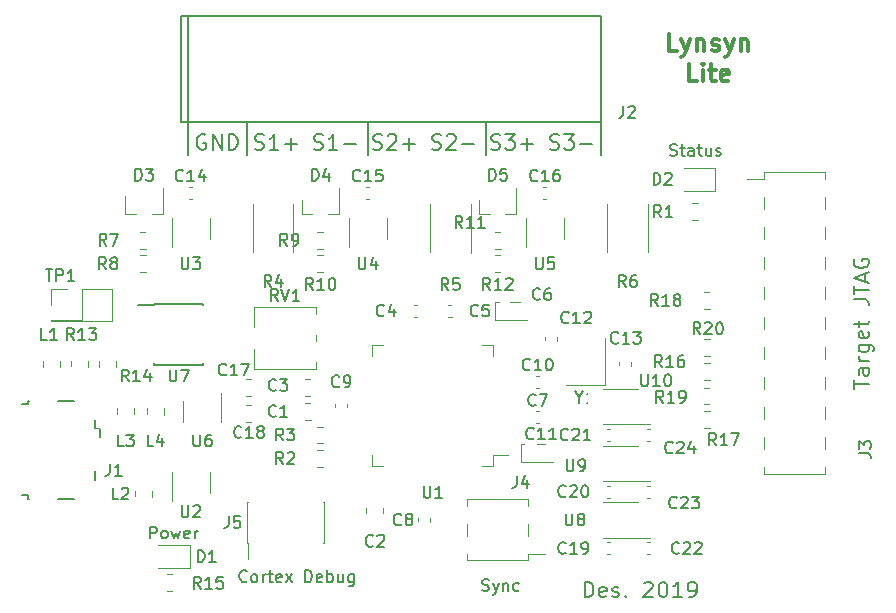
<source format=gbr>
G04 #@! TF.GenerationSoftware,KiCad,Pcbnew,5.0.2-bee76a0~70~ubuntu18.04.1*
G04 #@! TF.CreationDate,2019-12-11T08:43:07+01:00*
G04 #@! TF.ProjectId,lynsyn,6c796e73-796e-42e6-9b69-6361645f7063,rev?*
G04 #@! TF.SameCoordinates,Original*
G04 #@! TF.FileFunction,Legend,Top*
G04 #@! TF.FilePolarity,Positive*
%FSLAX46Y46*%
G04 Gerber Fmt 4.6, Leading zero omitted, Abs format (unit mm)*
G04 Created by KiCad (PCBNEW 5.0.2-bee76a0~70~ubuntu18.04.1) date on. 11. des. 2019 kl. 08.43 +0100*
%MOMM*%
%LPD*%
G01*
G04 APERTURE LIST*
%ADD10C,0.200000*%
%ADD11C,0.150000*%
%ADD12C,0.300000*%
%ADD13C,0.120000*%
%ADD14R,3.550000X1.400000*%
%ADD15C,6.100000*%
%ADD16C,0.100000*%
%ADD17C,1.375000*%
%ADD18C,1.275000*%
%ADD19C,1.450000*%
%ADD20C,1.750000*%
%ADD21R,2.100000X2.100000*%
%ADD22O,2.100000X2.100000*%
%ADD23R,1.050000X1.460000*%
%ADD24R,2.000000X0.700000*%
%ADD25R,1.600000X1.800000*%
%ADD26R,1.200000X1.300000*%
%ADD27R,1.700000X0.850000*%
%ADD28C,2.400000*%
%ADD29C,2.200000*%
%ADD30C,1.200000*%
%ADD31R,1.700000X1.700000*%
%ADD32R,2.400000X1.700000*%
%ADD33C,0.700000*%
%ADD34R,1.950000X1.000000*%
%ADD35C,3.400000*%
%ADD36C,2.000000*%
%ADD37R,1.140000X2.800000*%
G04 APERTURE END LIST*
D10*
X121684238Y-143419095D02*
X121684238Y-142119095D01*
X121993761Y-142119095D01*
X122179476Y-142181000D01*
X122303285Y-142304809D01*
X122365190Y-142428619D01*
X122427095Y-142676238D01*
X122427095Y-142861952D01*
X122365190Y-143109571D01*
X122303285Y-143233380D01*
X122179476Y-143357190D01*
X121993761Y-143419095D01*
X121684238Y-143419095D01*
X123479476Y-143357190D02*
X123355666Y-143419095D01*
X123108047Y-143419095D01*
X122984238Y-143357190D01*
X122922333Y-143233380D01*
X122922333Y-142738142D01*
X122984238Y-142614333D01*
X123108047Y-142552428D01*
X123355666Y-142552428D01*
X123479476Y-142614333D01*
X123541380Y-142738142D01*
X123541380Y-142861952D01*
X122922333Y-142985761D01*
X124036619Y-143357190D02*
X124160428Y-143419095D01*
X124408047Y-143419095D01*
X124531857Y-143357190D01*
X124593761Y-143233380D01*
X124593761Y-143171476D01*
X124531857Y-143047666D01*
X124408047Y-142985761D01*
X124222333Y-142985761D01*
X124098523Y-142923857D01*
X124036619Y-142800047D01*
X124036619Y-142738142D01*
X124098523Y-142614333D01*
X124222333Y-142552428D01*
X124408047Y-142552428D01*
X124531857Y-142614333D01*
X125150904Y-143295285D02*
X125212809Y-143357190D01*
X125150904Y-143419095D01*
X125089000Y-143357190D01*
X125150904Y-143295285D01*
X125150904Y-143419095D01*
X126698523Y-142242904D02*
X126760428Y-142181000D01*
X126884238Y-142119095D01*
X127193761Y-142119095D01*
X127317571Y-142181000D01*
X127379476Y-142242904D01*
X127441380Y-142366714D01*
X127441380Y-142490523D01*
X127379476Y-142676238D01*
X126636619Y-143419095D01*
X127441380Y-143419095D01*
X128246142Y-142119095D02*
X128369952Y-142119095D01*
X128493761Y-142181000D01*
X128555666Y-142242904D01*
X128617571Y-142366714D01*
X128679476Y-142614333D01*
X128679476Y-142923857D01*
X128617571Y-143171476D01*
X128555666Y-143295285D01*
X128493761Y-143357190D01*
X128369952Y-143419095D01*
X128246142Y-143419095D01*
X128122333Y-143357190D01*
X128060428Y-143295285D01*
X127998523Y-143171476D01*
X127936619Y-142923857D01*
X127936619Y-142614333D01*
X127998523Y-142366714D01*
X128060428Y-142242904D01*
X128122333Y-142181000D01*
X128246142Y-142119095D01*
X129917571Y-143419095D02*
X129174714Y-143419095D01*
X129546142Y-143419095D02*
X129546142Y-142119095D01*
X129422333Y-142304809D01*
X129298523Y-142428619D01*
X129174714Y-142490523D01*
X130536619Y-143419095D02*
X130784238Y-143419095D01*
X130908047Y-143357190D01*
X130969952Y-143295285D01*
X131093761Y-143109571D01*
X131155666Y-142861952D01*
X131155666Y-142366714D01*
X131093761Y-142242904D01*
X131031857Y-142181000D01*
X130908047Y-142119095D01*
X130660428Y-142119095D01*
X130536619Y-142181000D01*
X130474714Y-142242904D01*
X130412809Y-142366714D01*
X130412809Y-142676238D01*
X130474714Y-142800047D01*
X130536619Y-142861952D01*
X130660428Y-142923857D01*
X130908047Y-142923857D01*
X131031857Y-142861952D01*
X131093761Y-142800047D01*
X131155666Y-142676238D01*
D11*
X128898333Y-105994761D02*
X129041190Y-106042380D01*
X129279285Y-106042380D01*
X129374523Y-105994761D01*
X129422142Y-105947142D01*
X129469761Y-105851904D01*
X129469761Y-105756666D01*
X129422142Y-105661428D01*
X129374523Y-105613809D01*
X129279285Y-105566190D01*
X129088809Y-105518571D01*
X128993571Y-105470952D01*
X128945952Y-105423333D01*
X128898333Y-105328095D01*
X128898333Y-105232857D01*
X128945952Y-105137619D01*
X128993571Y-105090000D01*
X129088809Y-105042380D01*
X129326904Y-105042380D01*
X129469761Y-105090000D01*
X129755476Y-105375714D02*
X130136428Y-105375714D01*
X129898333Y-105042380D02*
X129898333Y-105899523D01*
X129945952Y-105994761D01*
X130041190Y-106042380D01*
X130136428Y-106042380D01*
X130898333Y-106042380D02*
X130898333Y-105518571D01*
X130850714Y-105423333D01*
X130755476Y-105375714D01*
X130565000Y-105375714D01*
X130469761Y-105423333D01*
X130898333Y-105994761D02*
X130803095Y-106042380D01*
X130565000Y-106042380D01*
X130469761Y-105994761D01*
X130422142Y-105899523D01*
X130422142Y-105804285D01*
X130469761Y-105709047D01*
X130565000Y-105661428D01*
X130803095Y-105661428D01*
X130898333Y-105613809D01*
X131231666Y-105375714D02*
X131612619Y-105375714D01*
X131374523Y-105042380D02*
X131374523Y-105899523D01*
X131422142Y-105994761D01*
X131517380Y-106042380D01*
X131612619Y-106042380D01*
X132374523Y-105375714D02*
X132374523Y-106042380D01*
X131945952Y-105375714D02*
X131945952Y-105899523D01*
X131993571Y-105994761D01*
X132088809Y-106042380D01*
X132231666Y-106042380D01*
X132326904Y-105994761D01*
X132374523Y-105947142D01*
X132803095Y-105994761D02*
X132898333Y-106042380D01*
X133088809Y-106042380D01*
X133184047Y-105994761D01*
X133231666Y-105899523D01*
X133231666Y-105851904D01*
X133184047Y-105756666D01*
X133088809Y-105709047D01*
X132945952Y-105709047D01*
X132850714Y-105661428D01*
X132803095Y-105566190D01*
X132803095Y-105518571D01*
X132850714Y-105423333D01*
X132945952Y-105375714D01*
X133088809Y-105375714D01*
X133184047Y-105423333D01*
X84888809Y-138442380D02*
X84888809Y-137442380D01*
X85269761Y-137442380D01*
X85365000Y-137490000D01*
X85412619Y-137537619D01*
X85460238Y-137632857D01*
X85460238Y-137775714D01*
X85412619Y-137870952D01*
X85365000Y-137918571D01*
X85269761Y-137966190D01*
X84888809Y-137966190D01*
X86031666Y-138442380D02*
X85936428Y-138394761D01*
X85888809Y-138347142D01*
X85841190Y-138251904D01*
X85841190Y-137966190D01*
X85888809Y-137870952D01*
X85936428Y-137823333D01*
X86031666Y-137775714D01*
X86174523Y-137775714D01*
X86269761Y-137823333D01*
X86317380Y-137870952D01*
X86365000Y-137966190D01*
X86365000Y-138251904D01*
X86317380Y-138347142D01*
X86269761Y-138394761D01*
X86174523Y-138442380D01*
X86031666Y-138442380D01*
X86698333Y-137775714D02*
X86888809Y-138442380D01*
X87079285Y-137966190D01*
X87269761Y-138442380D01*
X87460238Y-137775714D01*
X88222142Y-138394761D02*
X88126904Y-138442380D01*
X87936428Y-138442380D01*
X87841190Y-138394761D01*
X87793571Y-138299523D01*
X87793571Y-137918571D01*
X87841190Y-137823333D01*
X87936428Y-137775714D01*
X88126904Y-137775714D01*
X88222142Y-137823333D01*
X88269761Y-137918571D01*
X88269761Y-138013809D01*
X87793571Y-138109047D01*
X88698333Y-138442380D02*
X88698333Y-137775714D01*
X88698333Y-137966190D02*
X88745952Y-137870952D01*
X88793571Y-137823333D01*
X88888809Y-137775714D01*
X88984047Y-137775714D01*
X93076904Y-142047142D02*
X93029285Y-142094761D01*
X92886428Y-142142380D01*
X92791190Y-142142380D01*
X92648333Y-142094761D01*
X92553095Y-141999523D01*
X92505476Y-141904285D01*
X92457857Y-141713809D01*
X92457857Y-141570952D01*
X92505476Y-141380476D01*
X92553095Y-141285238D01*
X92648333Y-141190000D01*
X92791190Y-141142380D01*
X92886428Y-141142380D01*
X93029285Y-141190000D01*
X93076904Y-141237619D01*
X93648333Y-142142380D02*
X93553095Y-142094761D01*
X93505476Y-142047142D01*
X93457857Y-141951904D01*
X93457857Y-141666190D01*
X93505476Y-141570952D01*
X93553095Y-141523333D01*
X93648333Y-141475714D01*
X93791190Y-141475714D01*
X93886428Y-141523333D01*
X93934047Y-141570952D01*
X93981666Y-141666190D01*
X93981666Y-141951904D01*
X93934047Y-142047142D01*
X93886428Y-142094761D01*
X93791190Y-142142380D01*
X93648333Y-142142380D01*
X94410238Y-142142380D02*
X94410238Y-141475714D01*
X94410238Y-141666190D02*
X94457857Y-141570952D01*
X94505476Y-141523333D01*
X94600714Y-141475714D01*
X94695952Y-141475714D01*
X94886428Y-141475714D02*
X95267380Y-141475714D01*
X95029285Y-141142380D02*
X95029285Y-141999523D01*
X95076904Y-142094761D01*
X95172142Y-142142380D01*
X95267380Y-142142380D01*
X95981666Y-142094761D02*
X95886428Y-142142380D01*
X95695952Y-142142380D01*
X95600714Y-142094761D01*
X95553095Y-141999523D01*
X95553095Y-141618571D01*
X95600714Y-141523333D01*
X95695952Y-141475714D01*
X95886428Y-141475714D01*
X95981666Y-141523333D01*
X96029285Y-141618571D01*
X96029285Y-141713809D01*
X95553095Y-141809047D01*
X96362619Y-142142380D02*
X96886428Y-141475714D01*
X96362619Y-141475714D02*
X96886428Y-142142380D01*
X98029285Y-142142380D02*
X98029285Y-141142380D01*
X98267380Y-141142380D01*
X98410238Y-141190000D01*
X98505476Y-141285238D01*
X98553095Y-141380476D01*
X98600714Y-141570952D01*
X98600714Y-141713809D01*
X98553095Y-141904285D01*
X98505476Y-141999523D01*
X98410238Y-142094761D01*
X98267380Y-142142380D01*
X98029285Y-142142380D01*
X99410238Y-142094761D02*
X99315000Y-142142380D01*
X99124523Y-142142380D01*
X99029285Y-142094761D01*
X98981666Y-141999523D01*
X98981666Y-141618571D01*
X99029285Y-141523333D01*
X99124523Y-141475714D01*
X99315000Y-141475714D01*
X99410238Y-141523333D01*
X99457857Y-141618571D01*
X99457857Y-141713809D01*
X98981666Y-141809047D01*
X99886428Y-142142380D02*
X99886428Y-141142380D01*
X99886428Y-141523333D02*
X99981666Y-141475714D01*
X100172142Y-141475714D01*
X100267380Y-141523333D01*
X100315000Y-141570952D01*
X100362619Y-141666190D01*
X100362619Y-141951904D01*
X100315000Y-142047142D01*
X100267380Y-142094761D01*
X100172142Y-142142380D01*
X99981666Y-142142380D01*
X99886428Y-142094761D01*
X101219761Y-141475714D02*
X101219761Y-142142380D01*
X100791190Y-141475714D02*
X100791190Y-141999523D01*
X100838809Y-142094761D01*
X100934047Y-142142380D01*
X101076904Y-142142380D01*
X101172142Y-142094761D01*
X101219761Y-142047142D01*
X102124523Y-141475714D02*
X102124523Y-142285238D01*
X102076904Y-142380476D01*
X102029285Y-142428095D01*
X101934047Y-142475714D01*
X101791190Y-142475714D01*
X101695952Y-142428095D01*
X102124523Y-142094761D02*
X102029285Y-142142380D01*
X101838809Y-142142380D01*
X101743571Y-142094761D01*
X101695952Y-142047142D01*
X101648333Y-141951904D01*
X101648333Y-141666190D01*
X101695952Y-141570952D01*
X101743571Y-141523333D01*
X101838809Y-141475714D01*
X102029285Y-141475714D01*
X102124523Y-141523333D01*
X113017380Y-142844761D02*
X113160238Y-142892380D01*
X113398333Y-142892380D01*
X113493571Y-142844761D01*
X113541190Y-142797142D01*
X113588809Y-142701904D01*
X113588809Y-142606666D01*
X113541190Y-142511428D01*
X113493571Y-142463809D01*
X113398333Y-142416190D01*
X113207857Y-142368571D01*
X113112619Y-142320952D01*
X113065000Y-142273333D01*
X113017380Y-142178095D01*
X113017380Y-142082857D01*
X113065000Y-141987619D01*
X113112619Y-141940000D01*
X113207857Y-141892380D01*
X113445952Y-141892380D01*
X113588809Y-141940000D01*
X113922142Y-142225714D02*
X114160238Y-142892380D01*
X114398333Y-142225714D02*
X114160238Y-142892380D01*
X114065000Y-143130476D01*
X114017380Y-143178095D01*
X113922142Y-143225714D01*
X114779285Y-142225714D02*
X114779285Y-142892380D01*
X114779285Y-142320952D02*
X114826904Y-142273333D01*
X114922142Y-142225714D01*
X115065000Y-142225714D01*
X115160238Y-142273333D01*
X115207857Y-142368571D01*
X115207857Y-142892380D01*
X116112619Y-142844761D02*
X116017380Y-142892380D01*
X115826904Y-142892380D01*
X115731666Y-142844761D01*
X115684047Y-142797142D01*
X115636428Y-142701904D01*
X115636428Y-142416190D01*
X115684047Y-142320952D01*
X115731666Y-142273333D01*
X115826904Y-142225714D01*
X116017380Y-142225714D01*
X116112619Y-142273333D01*
D10*
X144453095Y-125761428D02*
X144453095Y-125018571D01*
X145753095Y-125390000D02*
X144453095Y-125390000D01*
X145753095Y-124028095D02*
X145072142Y-124028095D01*
X144948333Y-124090000D01*
X144886428Y-124213809D01*
X144886428Y-124461428D01*
X144948333Y-124585238D01*
X145691190Y-124028095D02*
X145753095Y-124151904D01*
X145753095Y-124461428D01*
X145691190Y-124585238D01*
X145567380Y-124647142D01*
X145443571Y-124647142D01*
X145319761Y-124585238D01*
X145257857Y-124461428D01*
X145257857Y-124151904D01*
X145195952Y-124028095D01*
X145753095Y-123409047D02*
X144886428Y-123409047D01*
X145134047Y-123409047D02*
X145010238Y-123347142D01*
X144948333Y-123285238D01*
X144886428Y-123161428D01*
X144886428Y-123037619D01*
X144886428Y-122047142D02*
X145938809Y-122047142D01*
X146062619Y-122109047D01*
X146124523Y-122170952D01*
X146186428Y-122294761D01*
X146186428Y-122480476D01*
X146124523Y-122604285D01*
X145691190Y-122047142D02*
X145753095Y-122170952D01*
X145753095Y-122418571D01*
X145691190Y-122542380D01*
X145629285Y-122604285D01*
X145505476Y-122666190D01*
X145134047Y-122666190D01*
X145010238Y-122604285D01*
X144948333Y-122542380D01*
X144886428Y-122418571D01*
X144886428Y-122170952D01*
X144948333Y-122047142D01*
X145691190Y-120932857D02*
X145753095Y-121056666D01*
X145753095Y-121304285D01*
X145691190Y-121428095D01*
X145567380Y-121490000D01*
X145072142Y-121490000D01*
X144948333Y-121428095D01*
X144886428Y-121304285D01*
X144886428Y-121056666D01*
X144948333Y-120932857D01*
X145072142Y-120870952D01*
X145195952Y-120870952D01*
X145319761Y-121490000D01*
X144886428Y-120499523D02*
X144886428Y-120004285D01*
X144453095Y-120313809D02*
X145567380Y-120313809D01*
X145691190Y-120251904D01*
X145753095Y-120128095D01*
X145753095Y-120004285D01*
X144453095Y-118209047D02*
X145381666Y-118209047D01*
X145567380Y-118270952D01*
X145691190Y-118394761D01*
X145753095Y-118580476D01*
X145753095Y-118704285D01*
X144453095Y-117775714D02*
X144453095Y-117032857D01*
X145753095Y-117404285D02*
X144453095Y-117404285D01*
X145381666Y-116661428D02*
X145381666Y-116042380D01*
X145753095Y-116785238D02*
X144453095Y-116351904D01*
X145753095Y-115918571D01*
X144515000Y-114804285D02*
X144453095Y-114928095D01*
X144453095Y-115113809D01*
X144515000Y-115299523D01*
X144638809Y-115423333D01*
X144762619Y-115485238D01*
X145010238Y-115547142D01*
X145195952Y-115547142D01*
X145443571Y-115485238D01*
X145567380Y-115423333D01*
X145691190Y-115299523D01*
X145753095Y-115113809D01*
X145753095Y-114990000D01*
X145691190Y-114804285D01*
X145629285Y-114742380D01*
X145195952Y-114742380D01*
X145195952Y-114990000D01*
D12*
X129522142Y-97193571D02*
X128807857Y-97193571D01*
X128807857Y-95693571D01*
X129879285Y-96193571D02*
X130236428Y-97193571D01*
X130593571Y-96193571D02*
X130236428Y-97193571D01*
X130093571Y-97550714D01*
X130022142Y-97622142D01*
X129879285Y-97693571D01*
X131165000Y-96193571D02*
X131165000Y-97193571D01*
X131165000Y-96336428D02*
X131236428Y-96265000D01*
X131379285Y-96193571D01*
X131593571Y-96193571D01*
X131736428Y-96265000D01*
X131807857Y-96407857D01*
X131807857Y-97193571D01*
X132450714Y-97122142D02*
X132593571Y-97193571D01*
X132879285Y-97193571D01*
X133022142Y-97122142D01*
X133093571Y-96979285D01*
X133093571Y-96907857D01*
X133022142Y-96765000D01*
X132879285Y-96693571D01*
X132665000Y-96693571D01*
X132522142Y-96622142D01*
X132450714Y-96479285D01*
X132450714Y-96407857D01*
X132522142Y-96265000D01*
X132665000Y-96193571D01*
X132879285Y-96193571D01*
X133022142Y-96265000D01*
X133593571Y-96193571D02*
X133950714Y-97193571D01*
X134307857Y-96193571D02*
X133950714Y-97193571D01*
X133807857Y-97550714D01*
X133736428Y-97622142D01*
X133593571Y-97693571D01*
X134879285Y-96193571D02*
X134879285Y-97193571D01*
X134879285Y-96336428D02*
X134950714Y-96265000D01*
X135093571Y-96193571D01*
X135307857Y-96193571D01*
X135450714Y-96265000D01*
X135522142Y-96407857D01*
X135522142Y-97193571D01*
X131200714Y-99743571D02*
X130486428Y-99743571D01*
X130486428Y-98243571D01*
X131700714Y-99743571D02*
X131700714Y-98743571D01*
X131700714Y-98243571D02*
X131629285Y-98315000D01*
X131700714Y-98386428D01*
X131772142Y-98315000D01*
X131700714Y-98243571D01*
X131700714Y-98386428D01*
X132200714Y-98743571D02*
X132772142Y-98743571D01*
X132415000Y-98243571D02*
X132415000Y-99529285D01*
X132486428Y-99672142D01*
X132629285Y-99743571D01*
X132772142Y-99743571D01*
X133843571Y-99672142D02*
X133700714Y-99743571D01*
X133415000Y-99743571D01*
X133272142Y-99672142D01*
X133200714Y-99529285D01*
X133200714Y-98957857D01*
X133272142Y-98815000D01*
X133415000Y-98743571D01*
X133700714Y-98743571D01*
X133843571Y-98815000D01*
X133915000Y-98957857D01*
X133915000Y-99100714D01*
X133200714Y-99243571D01*
D11*
X88065000Y-103190000D02*
X88065000Y-105940000D01*
X123065000Y-103190000D02*
X123065000Y-105940000D01*
X113315000Y-103190000D02*
X113315000Y-105940000D01*
X103315000Y-103190000D02*
X103315000Y-105940000D01*
X93065000Y-103190000D02*
X93065000Y-105940000D01*
D10*
X108769761Y-105466190D02*
X108955476Y-105528095D01*
X109265000Y-105528095D01*
X109388809Y-105466190D01*
X109450714Y-105404285D01*
X109512619Y-105280476D01*
X109512619Y-105156666D01*
X109450714Y-105032857D01*
X109388809Y-104970952D01*
X109265000Y-104909047D01*
X109017380Y-104847142D01*
X108893571Y-104785238D01*
X108831666Y-104723333D01*
X108769761Y-104599523D01*
X108769761Y-104475714D01*
X108831666Y-104351904D01*
X108893571Y-104290000D01*
X109017380Y-104228095D01*
X109326904Y-104228095D01*
X109512619Y-104290000D01*
X110007857Y-104351904D02*
X110069761Y-104290000D01*
X110193571Y-104228095D01*
X110503095Y-104228095D01*
X110626904Y-104290000D01*
X110688809Y-104351904D01*
X110750714Y-104475714D01*
X110750714Y-104599523D01*
X110688809Y-104785238D01*
X109945952Y-105528095D01*
X110750714Y-105528095D01*
X111307857Y-105032857D02*
X112298333Y-105032857D01*
X103769761Y-105466190D02*
X103955476Y-105528095D01*
X104265000Y-105528095D01*
X104388809Y-105466190D01*
X104450714Y-105404285D01*
X104512619Y-105280476D01*
X104512619Y-105156666D01*
X104450714Y-105032857D01*
X104388809Y-104970952D01*
X104265000Y-104909047D01*
X104017380Y-104847142D01*
X103893571Y-104785238D01*
X103831666Y-104723333D01*
X103769761Y-104599523D01*
X103769761Y-104475714D01*
X103831666Y-104351904D01*
X103893571Y-104290000D01*
X104017380Y-104228095D01*
X104326904Y-104228095D01*
X104512619Y-104290000D01*
X105007857Y-104351904D02*
X105069761Y-104290000D01*
X105193571Y-104228095D01*
X105503095Y-104228095D01*
X105626904Y-104290000D01*
X105688809Y-104351904D01*
X105750714Y-104475714D01*
X105750714Y-104599523D01*
X105688809Y-104785238D01*
X104945952Y-105528095D01*
X105750714Y-105528095D01*
X106307857Y-105032857D02*
X107298333Y-105032857D01*
X106803095Y-105528095D02*
X106803095Y-104537619D01*
X98769761Y-105466190D02*
X98955476Y-105528095D01*
X99265000Y-105528095D01*
X99388809Y-105466190D01*
X99450714Y-105404285D01*
X99512619Y-105280476D01*
X99512619Y-105156666D01*
X99450714Y-105032857D01*
X99388809Y-104970952D01*
X99265000Y-104909047D01*
X99017380Y-104847142D01*
X98893571Y-104785238D01*
X98831666Y-104723333D01*
X98769761Y-104599523D01*
X98769761Y-104475714D01*
X98831666Y-104351904D01*
X98893571Y-104290000D01*
X99017380Y-104228095D01*
X99326904Y-104228095D01*
X99512619Y-104290000D01*
X100750714Y-105528095D02*
X100007857Y-105528095D01*
X100379285Y-105528095D02*
X100379285Y-104228095D01*
X100255476Y-104413809D01*
X100131666Y-104537619D01*
X100007857Y-104599523D01*
X101307857Y-105032857D02*
X102298333Y-105032857D01*
X93769761Y-105466190D02*
X93955476Y-105528095D01*
X94265000Y-105528095D01*
X94388809Y-105466190D01*
X94450714Y-105404285D01*
X94512619Y-105280476D01*
X94512619Y-105156666D01*
X94450714Y-105032857D01*
X94388809Y-104970952D01*
X94265000Y-104909047D01*
X94017380Y-104847142D01*
X93893571Y-104785238D01*
X93831666Y-104723333D01*
X93769761Y-104599523D01*
X93769761Y-104475714D01*
X93831666Y-104351904D01*
X93893571Y-104290000D01*
X94017380Y-104228095D01*
X94326904Y-104228095D01*
X94512619Y-104290000D01*
X95750714Y-105528095D02*
X95007857Y-105528095D01*
X95379285Y-105528095D02*
X95379285Y-104228095D01*
X95255476Y-104413809D01*
X95131666Y-104537619D01*
X95007857Y-104599523D01*
X96307857Y-105032857D02*
X97298333Y-105032857D01*
X96803095Y-105528095D02*
X96803095Y-104537619D01*
X113769761Y-105466190D02*
X113955476Y-105528095D01*
X114265000Y-105528095D01*
X114388809Y-105466190D01*
X114450714Y-105404285D01*
X114512619Y-105280476D01*
X114512619Y-105156666D01*
X114450714Y-105032857D01*
X114388809Y-104970952D01*
X114265000Y-104909047D01*
X114017380Y-104847142D01*
X113893571Y-104785238D01*
X113831666Y-104723333D01*
X113769761Y-104599523D01*
X113769761Y-104475714D01*
X113831666Y-104351904D01*
X113893571Y-104290000D01*
X114017380Y-104228095D01*
X114326904Y-104228095D01*
X114512619Y-104290000D01*
X114945952Y-104228095D02*
X115750714Y-104228095D01*
X115317380Y-104723333D01*
X115503095Y-104723333D01*
X115626904Y-104785238D01*
X115688809Y-104847142D01*
X115750714Y-104970952D01*
X115750714Y-105280476D01*
X115688809Y-105404285D01*
X115626904Y-105466190D01*
X115503095Y-105528095D01*
X115131666Y-105528095D01*
X115007857Y-105466190D01*
X114945952Y-105404285D01*
X116307857Y-105032857D02*
X117298333Y-105032857D01*
X116803095Y-105528095D02*
X116803095Y-104537619D01*
X118769761Y-105466190D02*
X118955476Y-105528095D01*
X119265000Y-105528095D01*
X119388809Y-105466190D01*
X119450714Y-105404285D01*
X119512619Y-105280476D01*
X119512619Y-105156666D01*
X119450714Y-105032857D01*
X119388809Y-104970952D01*
X119265000Y-104909047D01*
X119017380Y-104847142D01*
X118893571Y-104785238D01*
X118831666Y-104723333D01*
X118769761Y-104599523D01*
X118769761Y-104475714D01*
X118831666Y-104351904D01*
X118893571Y-104290000D01*
X119017380Y-104228095D01*
X119326904Y-104228095D01*
X119512619Y-104290000D01*
X119945952Y-104228095D02*
X120750714Y-104228095D01*
X120317380Y-104723333D01*
X120503095Y-104723333D01*
X120626904Y-104785238D01*
X120688809Y-104847142D01*
X120750714Y-104970952D01*
X120750714Y-105280476D01*
X120688809Y-105404285D01*
X120626904Y-105466190D01*
X120503095Y-105528095D01*
X120131666Y-105528095D01*
X120007857Y-105466190D01*
X119945952Y-105404285D01*
X121307857Y-105032857D02*
X122298333Y-105032857D01*
X89574523Y-104290000D02*
X89450714Y-104228095D01*
X89265000Y-104228095D01*
X89079285Y-104290000D01*
X88955476Y-104413809D01*
X88893571Y-104537619D01*
X88831666Y-104785238D01*
X88831666Y-104970952D01*
X88893571Y-105218571D01*
X88955476Y-105342380D01*
X89079285Y-105466190D01*
X89265000Y-105528095D01*
X89388809Y-105528095D01*
X89574523Y-105466190D01*
X89636428Y-105404285D01*
X89636428Y-104970952D01*
X89388809Y-104970952D01*
X90193571Y-105528095D02*
X90193571Y-104228095D01*
X90936428Y-105528095D01*
X90936428Y-104228095D01*
X91555476Y-105528095D02*
X91555476Y-104228095D01*
X91865000Y-104228095D01*
X92050714Y-104290000D01*
X92174523Y-104413809D01*
X92236428Y-104537619D01*
X92298333Y-104785238D01*
X92298333Y-104970952D01*
X92236428Y-105218571D01*
X92174523Y-105342380D01*
X92050714Y-105466190D01*
X91865000Y-105528095D01*
X91555476Y-105528095D01*
D13*
G04 #@! TO.C,J3*
X136865000Y-107430000D02*
X142065000Y-107430000D01*
X136865000Y-132950000D02*
X142065000Y-132950000D01*
X135425000Y-108000000D02*
X136865000Y-108000000D01*
X136865000Y-107430000D02*
X136865000Y-108000000D01*
X142065000Y-107430000D02*
X142065000Y-108000000D01*
X136865000Y-132380000D02*
X136865000Y-132950000D01*
X142065000Y-132380000D02*
X142065000Y-132950000D01*
X136865000Y-109520000D02*
X136865000Y-110540000D01*
X142065000Y-109520000D02*
X142065000Y-110540000D01*
X136865000Y-112060000D02*
X136865000Y-113080000D01*
X142065000Y-112060000D02*
X142065000Y-113080000D01*
X136865000Y-114600000D02*
X136865000Y-115620000D01*
X142065000Y-114600000D02*
X142065000Y-115620000D01*
X136865000Y-117140000D02*
X136865000Y-118160000D01*
X142065000Y-117140000D02*
X142065000Y-118160000D01*
X136865000Y-119680000D02*
X136865000Y-120700000D01*
X142065000Y-119680000D02*
X142065000Y-120700000D01*
X136865000Y-122220000D02*
X136865000Y-123240000D01*
X142065000Y-122220000D02*
X142065000Y-123240000D01*
X136865000Y-124760000D02*
X136865000Y-125780000D01*
X142065000Y-124760000D02*
X142065000Y-125780000D01*
X136865000Y-127300000D02*
X136865000Y-128320000D01*
X142065000Y-127300000D02*
X142065000Y-128320000D01*
X136865000Y-129840000D02*
X136865000Y-130860000D01*
X142065000Y-129840000D02*
X142065000Y-130860000D01*
G04 #@! TO.C,C1*
X98511078Y-128400000D02*
X97993922Y-128400000D01*
X98511078Y-126980000D02*
X97993922Y-126980000D01*
G04 #@! TO.C,C2*
X103205000Y-135831422D02*
X103205000Y-136348578D01*
X104625000Y-135831422D02*
X104625000Y-136348578D01*
G04 #@! TO.C,C3*
X98511078Y-126400000D02*
X97993922Y-126400000D01*
X98511078Y-124980000D02*
X97993922Y-124980000D01*
G04 #@! TO.C,C4*
X107527779Y-118680000D02*
X107202221Y-118680000D01*
X107527779Y-119700000D02*
X107202221Y-119700000D01*
G04 #@! TO.C,C5*
X110152221Y-118680000D02*
X110477779Y-118680000D01*
X110152221Y-119700000D02*
X110477779Y-119700000D01*
G04 #@! TO.C,C6*
X114105000Y-119975000D02*
X116815000Y-119975000D01*
X114105000Y-118405000D02*
X114105000Y-119975000D01*
X116815000Y-118405000D02*
X114105000Y-118405000D01*
G04 #@! TO.C,C7*
X117539721Y-127680000D02*
X117865279Y-127680000D01*
X117539721Y-128700000D02*
X117865279Y-128700000D01*
G04 #@! TO.C,C8*
X108625000Y-136727221D02*
X108625000Y-137052779D01*
X107605000Y-136727221D02*
X107605000Y-137052779D01*
G04 #@! TO.C,C9*
X100555000Y-127027221D02*
X100555000Y-127352779D01*
X101575000Y-127027221D02*
X101575000Y-127352779D01*
G04 #@! TO.C,C10*
X117539721Y-125700000D02*
X117865279Y-125700000D01*
X117539721Y-124680000D02*
X117865279Y-124680000D01*
G04 #@! TO.C,C11*
X119002500Y-130405000D02*
X116292500Y-130405000D01*
X116292500Y-130405000D02*
X116292500Y-131975000D01*
X116292500Y-131975000D02*
X119002500Y-131975000D01*
G04 #@! TO.C,C12*
X118355000Y-121740279D02*
X118355000Y-121414721D01*
X119375000Y-121740279D02*
X119375000Y-121414721D01*
G04 #@! TO.C,C13*
X125575000Y-123852779D02*
X125575000Y-123527221D01*
X124555000Y-123852779D02*
X124555000Y-123527221D01*
G04 #@! TO.C,C14*
X88152221Y-109700000D02*
X88477779Y-109700000D01*
X88152221Y-108680000D02*
X88477779Y-108680000D01*
G04 #@! TO.C,C19*
X123552221Y-138780000D02*
X123877779Y-138780000D01*
X123552221Y-139800000D02*
X123877779Y-139800000D01*
G04 #@! TO.C,C20*
X123552221Y-135000000D02*
X123877779Y-135000000D01*
X123552221Y-133980000D02*
X123877779Y-133980000D01*
G04 #@! TO.C,C21*
X123552221Y-129180000D02*
X123877779Y-129180000D01*
X123552221Y-130200000D02*
X123877779Y-130200000D01*
G04 #@! TO.C,C22*
X126952221Y-138780000D02*
X127277779Y-138780000D01*
X126952221Y-139800000D02*
X127277779Y-139800000D01*
G04 #@! TO.C,D1*
X85565000Y-140950000D02*
X88250000Y-140950000D01*
X88250000Y-140950000D02*
X88250000Y-139030000D01*
X88250000Y-139030000D02*
X85565000Y-139030000D01*
G04 #@! TO.C,L1*
X77275000Y-123948578D02*
X77275000Y-123431422D01*
X75855000Y-123948578D02*
X75855000Y-123431422D01*
G04 #@! TO.C,L2*
X83605000Y-134431422D02*
X83605000Y-134948578D01*
X85025000Y-134431422D02*
X85025000Y-134948578D01*
G04 #@! TO.C,L3*
X83525000Y-127431422D02*
X83525000Y-127948578D01*
X82105000Y-127431422D02*
X82105000Y-127948578D01*
G04 #@! TO.C,L4*
X86025000Y-127431422D02*
X86025000Y-127948578D01*
X84605000Y-127431422D02*
X84605000Y-127948578D01*
G04 #@! TO.C,R1*
X130806422Y-110080000D02*
X131323578Y-110080000D01*
X130806422Y-111500000D02*
X131323578Y-111500000D01*
G04 #@! TO.C,R2*
X99573578Y-130980000D02*
X99056422Y-130980000D01*
X99573578Y-132400000D02*
X99056422Y-132400000D01*
G04 #@! TO.C,R3*
X99573578Y-128980000D02*
X99056422Y-128980000D01*
X99573578Y-130400000D02*
X99056422Y-130400000D01*
G04 #@! TO.C,R4*
X93605000Y-114242064D02*
X93605000Y-110137936D01*
X97025000Y-114242064D02*
X97025000Y-110137936D01*
G04 #@! TO.C,R7*
X84573578Y-113900000D02*
X84056422Y-113900000D01*
X84573578Y-112480000D02*
X84056422Y-112480000D01*
G04 #@! TO.C,R8*
X84573578Y-114480000D02*
X84056422Y-114480000D01*
X84573578Y-115900000D02*
X84056422Y-115900000D01*
G04 #@! TO.C,R9*
X99573578Y-113900000D02*
X99056422Y-113900000D01*
X99573578Y-112480000D02*
X99056422Y-112480000D01*
G04 #@! TO.C,R10*
X99573578Y-114480000D02*
X99056422Y-114480000D01*
X99573578Y-115900000D02*
X99056422Y-115900000D01*
G04 #@! TO.C,R11*
X114573578Y-112480000D02*
X114056422Y-112480000D01*
X114573578Y-113900000D02*
X114056422Y-113900000D01*
G04 #@! TO.C,R12*
X114573578Y-114480000D02*
X114056422Y-114480000D01*
X114573578Y-115900000D02*
X114056422Y-115900000D01*
G04 #@! TO.C,R13*
X78205000Y-123948578D02*
X78205000Y-123431422D01*
X79625000Y-123948578D02*
X79625000Y-123431422D01*
G04 #@! TO.C,R14*
X82025000Y-123431422D02*
X82025000Y-123948578D01*
X80605000Y-123431422D02*
X80605000Y-123948578D01*
G04 #@! TO.C,TP1*
X76485000Y-120020000D02*
X81685000Y-120020000D01*
X76485000Y-119960000D02*
X76485000Y-120020000D01*
X81685000Y-117360000D02*
X81685000Y-120020000D01*
X76485000Y-119960000D02*
X79085000Y-119960000D01*
X79085000Y-119960000D02*
X79085000Y-117360000D01*
X79085000Y-117360000D02*
X81685000Y-117360000D01*
X76485000Y-118690000D02*
X76485000Y-117360000D01*
X76485000Y-117360000D02*
X77815000Y-117360000D01*
G04 #@! TO.C,U2*
X89925000Y-134590000D02*
X89925000Y-132790000D01*
X86705000Y-132790000D02*
X86705000Y-135240000D01*
G04 #@! TO.C,U3*
X86705000Y-111290000D02*
X86705000Y-113740000D01*
X89925000Y-113090000D02*
X89925000Y-111290000D01*
G04 #@! TO.C,U8*
X123215000Y-135390000D02*
X126215000Y-135390000D01*
X123215000Y-138390000D02*
X127215000Y-138390000D01*
G04 #@! TO.C,Y1*
X120065000Y-125490000D02*
X123365000Y-125490000D01*
X123365000Y-125490000D02*
X123365000Y-121490000D01*
G04 #@! TO.C,C15*
X103152221Y-108680000D02*
X103477779Y-108680000D01*
X103152221Y-109700000D02*
X103477779Y-109700000D01*
G04 #@! TO.C,C16*
X118152221Y-109700000D02*
X118477779Y-109700000D01*
X118152221Y-108680000D02*
X118477779Y-108680000D01*
G04 #@! TO.C,C17*
X92993922Y-126400000D02*
X93511078Y-126400000D01*
X92993922Y-124980000D02*
X93511078Y-124980000D01*
G04 #@! TO.C,C18*
X92993922Y-127180000D02*
X93511078Y-127180000D01*
X92993922Y-128600000D02*
X93511078Y-128600000D01*
G04 #@! TO.C,C23*
X126952221Y-133980000D02*
X127277779Y-133980000D01*
X126952221Y-135000000D02*
X127277779Y-135000000D01*
G04 #@! TO.C,C24*
X126952221Y-130200000D02*
X127277779Y-130200000D01*
X126952221Y-129180000D02*
X127277779Y-129180000D01*
G04 #@! TO.C,D3*
X82785000Y-110950000D02*
X83715000Y-110950000D01*
X85945000Y-110950000D02*
X85015000Y-110950000D01*
X85945000Y-110950000D02*
X85945000Y-108790000D01*
X82785000Y-110950000D02*
X82785000Y-109490000D01*
G04 #@! TO.C,D4*
X97735000Y-110950000D02*
X97735000Y-109490000D01*
X100895000Y-110950000D02*
X100895000Y-108790000D01*
X100895000Y-110950000D02*
X99965000Y-110950000D01*
X97735000Y-110950000D02*
X98665000Y-110950000D01*
D11*
G04 #@! TO.C,J1*
X78465000Y-126790000D02*
X77065000Y-126790000D01*
X74665000Y-126790000D02*
X74515000Y-126790000D01*
X74515000Y-126790000D02*
X74515000Y-127090000D01*
X74515000Y-127090000D02*
X74065000Y-127090000D01*
X74065000Y-134790000D02*
X74515000Y-134790000D01*
X74515000Y-134790000D02*
X74515000Y-135090000D01*
X74515000Y-135090000D02*
X74665000Y-135090000D01*
X77065000Y-135090000D02*
X78465000Y-135090000D01*
X80640000Y-129865000D02*
X80640000Y-129140000D01*
X80640000Y-129140000D02*
X80215000Y-129140000D01*
X80215000Y-129140000D02*
X80215000Y-128415000D01*
X80215000Y-132740000D02*
X80215000Y-133465000D01*
D13*
G04 #@! TO.C,R5*
X108605000Y-114242064D02*
X108605000Y-110137936D01*
X112025000Y-114242064D02*
X112025000Y-110137936D01*
G04 #@! TO.C,R6*
X127025000Y-114242064D02*
X127025000Y-110137936D01*
X123605000Y-114242064D02*
X123605000Y-110137936D01*
G04 #@! TO.C,R15*
X86823578Y-142900000D02*
X86306422Y-142900000D01*
X86823578Y-141480000D02*
X86306422Y-141480000D01*
G04 #@! TO.C,R16*
X131806422Y-125000000D02*
X132323578Y-125000000D01*
X131806422Y-123580000D02*
X132323578Y-123580000D01*
G04 #@! TO.C,R17*
X131793922Y-129100000D02*
X132311078Y-129100000D01*
X131793922Y-127680000D02*
X132311078Y-127680000D01*
G04 #@! TO.C,R18*
X131793922Y-119000000D02*
X132311078Y-119000000D01*
X131793922Y-117580000D02*
X132311078Y-117580000D01*
G04 #@! TO.C,R19*
X131793922Y-125680000D02*
X132311078Y-125680000D01*
X131793922Y-127100000D02*
X132311078Y-127100000D01*
G04 #@! TO.C,R20*
X131793922Y-121580000D02*
X132311078Y-121580000D01*
X131793922Y-123000000D02*
X132311078Y-123000000D01*
G04 #@! TO.C,RV1*
X93695000Y-118870000D02*
X98935000Y-118870000D01*
X93695000Y-124110000D02*
X98935000Y-124110000D01*
X93695000Y-118870000D02*
X93695000Y-120600000D01*
X93695000Y-122380000D02*
X93695000Y-124110000D01*
X98935000Y-118870000D02*
X98935000Y-119451000D01*
X98935000Y-121230000D02*
X98935000Y-121750000D01*
X98935000Y-123530000D02*
X98935000Y-124110000D01*
G04 #@! TO.C,U1*
X112975000Y-132300000D02*
X113925000Y-132300000D01*
X113925000Y-132300000D02*
X113925000Y-131350000D01*
X104655000Y-132300000D02*
X103705000Y-132300000D01*
X103705000Y-132300000D02*
X103705000Y-131350000D01*
X112975000Y-122080000D02*
X113925000Y-122080000D01*
X113925000Y-122080000D02*
X113925000Y-123030000D01*
X104655000Y-122080000D02*
X103705000Y-122080000D01*
X103705000Y-122080000D02*
X103705000Y-123030000D01*
X113925000Y-131350000D02*
X115215000Y-131350000D01*
G04 #@! TO.C,U4*
X104925000Y-113090000D02*
X104925000Y-111290000D01*
X101705000Y-111290000D02*
X101705000Y-113740000D01*
G04 #@! TO.C,U5*
X116705000Y-111290000D02*
X116705000Y-113740000D01*
X119925000Y-113090000D02*
X119925000Y-111290000D01*
G04 #@! TO.C,U6*
X87705000Y-126790000D02*
X87705000Y-128590000D01*
X90925000Y-128590000D02*
X90925000Y-126140000D01*
D11*
G04 #@! TO.C,U7*
X85240000Y-118615000D02*
X85240000Y-118665000D01*
X89390000Y-118615000D02*
X89390000Y-118760000D01*
X89390000Y-123765000D02*
X89390000Y-123620000D01*
X85240000Y-123765000D02*
X85240000Y-123620000D01*
X85240000Y-118615000D02*
X89390000Y-118615000D01*
X85240000Y-123765000D02*
X89390000Y-123765000D01*
X85240000Y-118665000D02*
X83840000Y-118665000D01*
D13*
G04 #@! TO.C,U9*
X123215000Y-130590000D02*
X126215000Y-130590000D01*
X123215000Y-133590000D02*
X127215000Y-133590000D01*
G04 #@! TO.C,U10*
X123215000Y-128790000D02*
X127215000Y-128790000D01*
X123215000Y-125790000D02*
X126215000Y-125790000D01*
G04 #@! TO.C,J4*
X116915000Y-140290000D02*
X111715000Y-140290000D01*
X116915000Y-135090000D02*
X111715000Y-135090000D01*
X118355000Y-139720000D02*
X116915000Y-139720000D01*
X116915000Y-140290000D02*
X116915000Y-139720000D01*
X111715000Y-140290000D02*
X111715000Y-139720000D01*
X116915000Y-135660000D02*
X116915000Y-135090000D01*
X111715000Y-135660000D02*
X111715000Y-135090000D01*
X116915000Y-138200000D02*
X116915000Y-137180000D01*
X111715000Y-138200000D02*
X111715000Y-137180000D01*
G04 #@! TO.C,D2*
X130065000Y-109000000D02*
X132750000Y-109000000D01*
X132750000Y-109000000D02*
X132750000Y-107080000D01*
X132750000Y-107080000D02*
X130065000Y-107080000D01*
G04 #@! TO.C,D5*
X112735000Y-110950000D02*
X113665000Y-110950000D01*
X115895000Y-110950000D02*
X114965000Y-110950000D01*
X115895000Y-110950000D02*
X115895000Y-108790000D01*
X112735000Y-110950000D02*
X112735000Y-109490000D01*
D11*
G04 #@! TO.C,J2*
X88065000Y-94190000D02*
X88065000Y-103190000D01*
X88065000Y-103190000D02*
X123065000Y-103190000D01*
X123065000Y-103190000D02*
X123065000Y-94190000D01*
X123065000Y-94190000D02*
X88065000Y-94190000D01*
X88065000Y-94190000D02*
X87465000Y-94190000D01*
X87465000Y-94190000D02*
X87465000Y-103190000D01*
X87465000Y-103190000D02*
X88065000Y-103190000D01*
D13*
G04 #@! TO.C,J5*
X93130000Y-138855000D02*
X93130000Y-135325000D01*
X99600000Y-138855000D02*
X99600000Y-135325000D01*
X93195000Y-140180000D02*
X93195000Y-138855000D01*
X93130000Y-138855000D02*
X93195000Y-138855000D01*
X93130000Y-135325000D02*
X93195000Y-135325000D01*
X99535000Y-138855000D02*
X99600000Y-138855000D01*
X99535000Y-135325000D02*
X99600000Y-135325000D01*
G04 #@! TO.C,J3*
D11*
X144917380Y-131223333D02*
X145631666Y-131223333D01*
X145774523Y-131270952D01*
X145869761Y-131366190D01*
X145917380Y-131509047D01*
X145917380Y-131604285D01*
X144917380Y-130842380D02*
X144917380Y-130223333D01*
X145298333Y-130556666D01*
X145298333Y-130413809D01*
X145345952Y-130318571D01*
X145393571Y-130270952D01*
X145488809Y-130223333D01*
X145726904Y-130223333D01*
X145822142Y-130270952D01*
X145869761Y-130318571D01*
X145917380Y-130413809D01*
X145917380Y-130699523D01*
X145869761Y-130794761D01*
X145822142Y-130842380D01*
G04 #@! TO.C,C1*
X95548333Y-128047142D02*
X95500714Y-128094761D01*
X95357857Y-128142380D01*
X95262619Y-128142380D01*
X95119761Y-128094761D01*
X95024523Y-127999523D01*
X94976904Y-127904285D01*
X94929285Y-127713809D01*
X94929285Y-127570952D01*
X94976904Y-127380476D01*
X95024523Y-127285238D01*
X95119761Y-127190000D01*
X95262619Y-127142380D01*
X95357857Y-127142380D01*
X95500714Y-127190000D01*
X95548333Y-127237619D01*
X96500714Y-128142380D02*
X95929285Y-128142380D01*
X96215000Y-128142380D02*
X96215000Y-127142380D01*
X96119761Y-127285238D01*
X96024523Y-127380476D01*
X95929285Y-127428095D01*
G04 #@! TO.C,C2*
X103748333Y-139047142D02*
X103700714Y-139094761D01*
X103557857Y-139142380D01*
X103462619Y-139142380D01*
X103319761Y-139094761D01*
X103224523Y-138999523D01*
X103176904Y-138904285D01*
X103129285Y-138713809D01*
X103129285Y-138570952D01*
X103176904Y-138380476D01*
X103224523Y-138285238D01*
X103319761Y-138190000D01*
X103462619Y-138142380D01*
X103557857Y-138142380D01*
X103700714Y-138190000D01*
X103748333Y-138237619D01*
X104129285Y-138237619D02*
X104176904Y-138190000D01*
X104272142Y-138142380D01*
X104510238Y-138142380D01*
X104605476Y-138190000D01*
X104653095Y-138237619D01*
X104700714Y-138332857D01*
X104700714Y-138428095D01*
X104653095Y-138570952D01*
X104081666Y-139142380D01*
X104700714Y-139142380D01*
G04 #@! TO.C,C3*
X95548333Y-125847142D02*
X95500714Y-125894761D01*
X95357857Y-125942380D01*
X95262619Y-125942380D01*
X95119761Y-125894761D01*
X95024523Y-125799523D01*
X94976904Y-125704285D01*
X94929285Y-125513809D01*
X94929285Y-125370952D01*
X94976904Y-125180476D01*
X95024523Y-125085238D01*
X95119761Y-124990000D01*
X95262619Y-124942380D01*
X95357857Y-124942380D01*
X95500714Y-124990000D01*
X95548333Y-125037619D01*
X95881666Y-124942380D02*
X96500714Y-124942380D01*
X96167380Y-125323333D01*
X96310238Y-125323333D01*
X96405476Y-125370952D01*
X96453095Y-125418571D01*
X96500714Y-125513809D01*
X96500714Y-125751904D01*
X96453095Y-125847142D01*
X96405476Y-125894761D01*
X96310238Y-125942380D01*
X96024523Y-125942380D01*
X95929285Y-125894761D01*
X95881666Y-125847142D01*
G04 #@! TO.C,C4*
X104698333Y-119547142D02*
X104650714Y-119594761D01*
X104507857Y-119642380D01*
X104412619Y-119642380D01*
X104269761Y-119594761D01*
X104174523Y-119499523D01*
X104126904Y-119404285D01*
X104079285Y-119213809D01*
X104079285Y-119070952D01*
X104126904Y-118880476D01*
X104174523Y-118785238D01*
X104269761Y-118690000D01*
X104412619Y-118642380D01*
X104507857Y-118642380D01*
X104650714Y-118690000D01*
X104698333Y-118737619D01*
X105555476Y-118975714D02*
X105555476Y-119642380D01*
X105317380Y-118594761D02*
X105079285Y-119309047D01*
X105698333Y-119309047D01*
G04 #@! TO.C,C5*
X112648333Y-119547142D02*
X112600714Y-119594761D01*
X112457857Y-119642380D01*
X112362619Y-119642380D01*
X112219761Y-119594761D01*
X112124523Y-119499523D01*
X112076904Y-119404285D01*
X112029285Y-119213809D01*
X112029285Y-119070952D01*
X112076904Y-118880476D01*
X112124523Y-118785238D01*
X112219761Y-118690000D01*
X112362619Y-118642380D01*
X112457857Y-118642380D01*
X112600714Y-118690000D01*
X112648333Y-118737619D01*
X113553095Y-118642380D02*
X113076904Y-118642380D01*
X113029285Y-119118571D01*
X113076904Y-119070952D01*
X113172142Y-119023333D01*
X113410238Y-119023333D01*
X113505476Y-119070952D01*
X113553095Y-119118571D01*
X113600714Y-119213809D01*
X113600714Y-119451904D01*
X113553095Y-119547142D01*
X113505476Y-119594761D01*
X113410238Y-119642380D01*
X113172142Y-119642380D01*
X113076904Y-119594761D01*
X113029285Y-119547142D01*
G04 #@! TO.C,C6*
X117898333Y-118147142D02*
X117850714Y-118194761D01*
X117707857Y-118242380D01*
X117612619Y-118242380D01*
X117469761Y-118194761D01*
X117374523Y-118099523D01*
X117326904Y-118004285D01*
X117279285Y-117813809D01*
X117279285Y-117670952D01*
X117326904Y-117480476D01*
X117374523Y-117385238D01*
X117469761Y-117290000D01*
X117612619Y-117242380D01*
X117707857Y-117242380D01*
X117850714Y-117290000D01*
X117898333Y-117337619D01*
X118755476Y-117242380D02*
X118565000Y-117242380D01*
X118469761Y-117290000D01*
X118422142Y-117337619D01*
X118326904Y-117480476D01*
X118279285Y-117670952D01*
X118279285Y-118051904D01*
X118326904Y-118147142D01*
X118374523Y-118194761D01*
X118469761Y-118242380D01*
X118660238Y-118242380D01*
X118755476Y-118194761D01*
X118803095Y-118147142D01*
X118850714Y-118051904D01*
X118850714Y-117813809D01*
X118803095Y-117718571D01*
X118755476Y-117670952D01*
X118660238Y-117623333D01*
X118469761Y-117623333D01*
X118374523Y-117670952D01*
X118326904Y-117718571D01*
X118279285Y-117813809D01*
G04 #@! TO.C,C7*
X117535833Y-127117142D02*
X117488214Y-127164761D01*
X117345357Y-127212380D01*
X117250119Y-127212380D01*
X117107261Y-127164761D01*
X117012023Y-127069523D01*
X116964404Y-126974285D01*
X116916785Y-126783809D01*
X116916785Y-126640952D01*
X116964404Y-126450476D01*
X117012023Y-126355238D01*
X117107261Y-126260000D01*
X117250119Y-126212380D01*
X117345357Y-126212380D01*
X117488214Y-126260000D01*
X117535833Y-126307619D01*
X117869166Y-126212380D02*
X118535833Y-126212380D01*
X118107261Y-127212380D01*
G04 #@! TO.C,C8*
X106148333Y-137247142D02*
X106100714Y-137294761D01*
X105957857Y-137342380D01*
X105862619Y-137342380D01*
X105719761Y-137294761D01*
X105624523Y-137199523D01*
X105576904Y-137104285D01*
X105529285Y-136913809D01*
X105529285Y-136770952D01*
X105576904Y-136580476D01*
X105624523Y-136485238D01*
X105719761Y-136390000D01*
X105862619Y-136342380D01*
X105957857Y-136342380D01*
X106100714Y-136390000D01*
X106148333Y-136437619D01*
X106719761Y-136770952D02*
X106624523Y-136723333D01*
X106576904Y-136675714D01*
X106529285Y-136580476D01*
X106529285Y-136532857D01*
X106576904Y-136437619D01*
X106624523Y-136390000D01*
X106719761Y-136342380D01*
X106910238Y-136342380D01*
X107005476Y-136390000D01*
X107053095Y-136437619D01*
X107100714Y-136532857D01*
X107100714Y-136580476D01*
X107053095Y-136675714D01*
X107005476Y-136723333D01*
X106910238Y-136770952D01*
X106719761Y-136770952D01*
X106624523Y-136818571D01*
X106576904Y-136866190D01*
X106529285Y-136961428D01*
X106529285Y-137151904D01*
X106576904Y-137247142D01*
X106624523Y-137294761D01*
X106719761Y-137342380D01*
X106910238Y-137342380D01*
X107005476Y-137294761D01*
X107053095Y-137247142D01*
X107100714Y-137151904D01*
X107100714Y-136961428D01*
X107053095Y-136866190D01*
X107005476Y-136818571D01*
X106910238Y-136770952D01*
G04 #@! TO.C,C9*
X100898333Y-125547142D02*
X100850714Y-125594761D01*
X100707857Y-125642380D01*
X100612619Y-125642380D01*
X100469761Y-125594761D01*
X100374523Y-125499523D01*
X100326904Y-125404285D01*
X100279285Y-125213809D01*
X100279285Y-125070952D01*
X100326904Y-124880476D01*
X100374523Y-124785238D01*
X100469761Y-124690000D01*
X100612619Y-124642380D01*
X100707857Y-124642380D01*
X100850714Y-124690000D01*
X100898333Y-124737619D01*
X101374523Y-125642380D02*
X101565000Y-125642380D01*
X101660238Y-125594761D01*
X101707857Y-125547142D01*
X101803095Y-125404285D01*
X101850714Y-125213809D01*
X101850714Y-124832857D01*
X101803095Y-124737619D01*
X101755476Y-124690000D01*
X101660238Y-124642380D01*
X101469761Y-124642380D01*
X101374523Y-124690000D01*
X101326904Y-124737619D01*
X101279285Y-124832857D01*
X101279285Y-125070952D01*
X101326904Y-125166190D01*
X101374523Y-125213809D01*
X101469761Y-125261428D01*
X101660238Y-125261428D01*
X101755476Y-125213809D01*
X101803095Y-125166190D01*
X101850714Y-125070952D01*
G04 #@! TO.C,C10*
X117059642Y-124117142D02*
X117012023Y-124164761D01*
X116869166Y-124212380D01*
X116773928Y-124212380D01*
X116631071Y-124164761D01*
X116535833Y-124069523D01*
X116488214Y-123974285D01*
X116440595Y-123783809D01*
X116440595Y-123640952D01*
X116488214Y-123450476D01*
X116535833Y-123355238D01*
X116631071Y-123260000D01*
X116773928Y-123212380D01*
X116869166Y-123212380D01*
X117012023Y-123260000D01*
X117059642Y-123307619D01*
X118012023Y-124212380D02*
X117440595Y-124212380D01*
X117726309Y-124212380D02*
X117726309Y-123212380D01*
X117631071Y-123355238D01*
X117535833Y-123450476D01*
X117440595Y-123498095D01*
X118631071Y-123212380D02*
X118726309Y-123212380D01*
X118821547Y-123260000D01*
X118869166Y-123307619D01*
X118916785Y-123402857D01*
X118964404Y-123593333D01*
X118964404Y-123831428D01*
X118916785Y-124021904D01*
X118869166Y-124117142D01*
X118821547Y-124164761D01*
X118726309Y-124212380D01*
X118631071Y-124212380D01*
X118535833Y-124164761D01*
X118488214Y-124117142D01*
X118440595Y-124021904D01*
X118392976Y-123831428D01*
X118392976Y-123593333D01*
X118440595Y-123402857D01*
X118488214Y-123307619D01*
X118535833Y-123260000D01*
X118631071Y-123212380D01*
G04 #@! TO.C,C11*
X117359642Y-129967142D02*
X117312023Y-130014761D01*
X117169166Y-130062380D01*
X117073928Y-130062380D01*
X116931071Y-130014761D01*
X116835833Y-129919523D01*
X116788214Y-129824285D01*
X116740595Y-129633809D01*
X116740595Y-129490952D01*
X116788214Y-129300476D01*
X116835833Y-129205238D01*
X116931071Y-129110000D01*
X117073928Y-129062380D01*
X117169166Y-129062380D01*
X117312023Y-129110000D01*
X117359642Y-129157619D01*
X118312023Y-130062380D02*
X117740595Y-130062380D01*
X118026309Y-130062380D02*
X118026309Y-129062380D01*
X117931071Y-129205238D01*
X117835833Y-129300476D01*
X117740595Y-129348095D01*
X119264404Y-130062380D02*
X118692976Y-130062380D01*
X118978690Y-130062380D02*
X118978690Y-129062380D01*
X118883452Y-129205238D01*
X118788214Y-129300476D01*
X118692976Y-129348095D01*
G04 #@! TO.C,C12*
X120322142Y-120147142D02*
X120274523Y-120194761D01*
X120131666Y-120242380D01*
X120036428Y-120242380D01*
X119893571Y-120194761D01*
X119798333Y-120099523D01*
X119750714Y-120004285D01*
X119703095Y-119813809D01*
X119703095Y-119670952D01*
X119750714Y-119480476D01*
X119798333Y-119385238D01*
X119893571Y-119290000D01*
X120036428Y-119242380D01*
X120131666Y-119242380D01*
X120274523Y-119290000D01*
X120322142Y-119337619D01*
X121274523Y-120242380D02*
X120703095Y-120242380D01*
X120988809Y-120242380D02*
X120988809Y-119242380D01*
X120893571Y-119385238D01*
X120798333Y-119480476D01*
X120703095Y-119528095D01*
X121655476Y-119337619D02*
X121703095Y-119290000D01*
X121798333Y-119242380D01*
X122036428Y-119242380D01*
X122131666Y-119290000D01*
X122179285Y-119337619D01*
X122226904Y-119432857D01*
X122226904Y-119528095D01*
X122179285Y-119670952D01*
X121607857Y-120242380D01*
X122226904Y-120242380D01*
G04 #@! TO.C,C13*
X124522142Y-121847142D02*
X124474523Y-121894761D01*
X124331666Y-121942380D01*
X124236428Y-121942380D01*
X124093571Y-121894761D01*
X123998333Y-121799523D01*
X123950714Y-121704285D01*
X123903095Y-121513809D01*
X123903095Y-121370952D01*
X123950714Y-121180476D01*
X123998333Y-121085238D01*
X124093571Y-120990000D01*
X124236428Y-120942380D01*
X124331666Y-120942380D01*
X124474523Y-120990000D01*
X124522142Y-121037619D01*
X125474523Y-121942380D02*
X124903095Y-121942380D01*
X125188809Y-121942380D02*
X125188809Y-120942380D01*
X125093571Y-121085238D01*
X124998333Y-121180476D01*
X124903095Y-121228095D01*
X125807857Y-120942380D02*
X126426904Y-120942380D01*
X126093571Y-121323333D01*
X126236428Y-121323333D01*
X126331666Y-121370952D01*
X126379285Y-121418571D01*
X126426904Y-121513809D01*
X126426904Y-121751904D01*
X126379285Y-121847142D01*
X126331666Y-121894761D01*
X126236428Y-121942380D01*
X125950714Y-121942380D01*
X125855476Y-121894761D01*
X125807857Y-121847142D01*
G04 #@! TO.C,C14*
X87672142Y-108117142D02*
X87624523Y-108164761D01*
X87481666Y-108212380D01*
X87386428Y-108212380D01*
X87243571Y-108164761D01*
X87148333Y-108069523D01*
X87100714Y-107974285D01*
X87053095Y-107783809D01*
X87053095Y-107640952D01*
X87100714Y-107450476D01*
X87148333Y-107355238D01*
X87243571Y-107260000D01*
X87386428Y-107212380D01*
X87481666Y-107212380D01*
X87624523Y-107260000D01*
X87672142Y-107307619D01*
X88624523Y-108212380D02*
X88053095Y-108212380D01*
X88338809Y-108212380D02*
X88338809Y-107212380D01*
X88243571Y-107355238D01*
X88148333Y-107450476D01*
X88053095Y-107498095D01*
X89481666Y-107545714D02*
X89481666Y-108212380D01*
X89243571Y-107164761D02*
X89005476Y-107879047D01*
X89624523Y-107879047D01*
G04 #@! TO.C,C19*
X120072142Y-139647142D02*
X120024523Y-139694761D01*
X119881666Y-139742380D01*
X119786428Y-139742380D01*
X119643571Y-139694761D01*
X119548333Y-139599523D01*
X119500714Y-139504285D01*
X119453095Y-139313809D01*
X119453095Y-139170952D01*
X119500714Y-138980476D01*
X119548333Y-138885238D01*
X119643571Y-138790000D01*
X119786428Y-138742380D01*
X119881666Y-138742380D01*
X120024523Y-138790000D01*
X120072142Y-138837619D01*
X121024523Y-139742380D02*
X120453095Y-139742380D01*
X120738809Y-139742380D02*
X120738809Y-138742380D01*
X120643571Y-138885238D01*
X120548333Y-138980476D01*
X120453095Y-139028095D01*
X121500714Y-139742380D02*
X121691190Y-139742380D01*
X121786428Y-139694761D01*
X121834047Y-139647142D01*
X121929285Y-139504285D01*
X121976904Y-139313809D01*
X121976904Y-138932857D01*
X121929285Y-138837619D01*
X121881666Y-138790000D01*
X121786428Y-138742380D01*
X121595952Y-138742380D01*
X121500714Y-138790000D01*
X121453095Y-138837619D01*
X121405476Y-138932857D01*
X121405476Y-139170952D01*
X121453095Y-139266190D01*
X121500714Y-139313809D01*
X121595952Y-139361428D01*
X121786428Y-139361428D01*
X121881666Y-139313809D01*
X121929285Y-139266190D01*
X121976904Y-139170952D01*
G04 #@! TO.C,C20*
X120072142Y-134847142D02*
X120024523Y-134894761D01*
X119881666Y-134942380D01*
X119786428Y-134942380D01*
X119643571Y-134894761D01*
X119548333Y-134799523D01*
X119500714Y-134704285D01*
X119453095Y-134513809D01*
X119453095Y-134370952D01*
X119500714Y-134180476D01*
X119548333Y-134085238D01*
X119643571Y-133990000D01*
X119786428Y-133942380D01*
X119881666Y-133942380D01*
X120024523Y-133990000D01*
X120072142Y-134037619D01*
X120453095Y-134037619D02*
X120500714Y-133990000D01*
X120595952Y-133942380D01*
X120834047Y-133942380D01*
X120929285Y-133990000D01*
X120976904Y-134037619D01*
X121024523Y-134132857D01*
X121024523Y-134228095D01*
X120976904Y-134370952D01*
X120405476Y-134942380D01*
X121024523Y-134942380D01*
X121643571Y-133942380D02*
X121738809Y-133942380D01*
X121834047Y-133990000D01*
X121881666Y-134037619D01*
X121929285Y-134132857D01*
X121976904Y-134323333D01*
X121976904Y-134561428D01*
X121929285Y-134751904D01*
X121881666Y-134847142D01*
X121834047Y-134894761D01*
X121738809Y-134942380D01*
X121643571Y-134942380D01*
X121548333Y-134894761D01*
X121500714Y-134847142D01*
X121453095Y-134751904D01*
X121405476Y-134561428D01*
X121405476Y-134323333D01*
X121453095Y-134132857D01*
X121500714Y-134037619D01*
X121548333Y-133990000D01*
X121643571Y-133942380D01*
G04 #@! TO.C,C21*
X120272142Y-130047142D02*
X120224523Y-130094761D01*
X120081666Y-130142380D01*
X119986428Y-130142380D01*
X119843571Y-130094761D01*
X119748333Y-129999523D01*
X119700714Y-129904285D01*
X119653095Y-129713809D01*
X119653095Y-129570952D01*
X119700714Y-129380476D01*
X119748333Y-129285238D01*
X119843571Y-129190000D01*
X119986428Y-129142380D01*
X120081666Y-129142380D01*
X120224523Y-129190000D01*
X120272142Y-129237619D01*
X120653095Y-129237619D02*
X120700714Y-129190000D01*
X120795952Y-129142380D01*
X121034047Y-129142380D01*
X121129285Y-129190000D01*
X121176904Y-129237619D01*
X121224523Y-129332857D01*
X121224523Y-129428095D01*
X121176904Y-129570952D01*
X120605476Y-130142380D01*
X121224523Y-130142380D01*
X122176904Y-130142380D02*
X121605476Y-130142380D01*
X121891190Y-130142380D02*
X121891190Y-129142380D01*
X121795952Y-129285238D01*
X121700714Y-129380476D01*
X121605476Y-129428095D01*
G04 #@! TO.C,C22*
X129672142Y-139647142D02*
X129624523Y-139694761D01*
X129481666Y-139742380D01*
X129386428Y-139742380D01*
X129243571Y-139694761D01*
X129148333Y-139599523D01*
X129100714Y-139504285D01*
X129053095Y-139313809D01*
X129053095Y-139170952D01*
X129100714Y-138980476D01*
X129148333Y-138885238D01*
X129243571Y-138790000D01*
X129386428Y-138742380D01*
X129481666Y-138742380D01*
X129624523Y-138790000D01*
X129672142Y-138837619D01*
X130053095Y-138837619D02*
X130100714Y-138790000D01*
X130195952Y-138742380D01*
X130434047Y-138742380D01*
X130529285Y-138790000D01*
X130576904Y-138837619D01*
X130624523Y-138932857D01*
X130624523Y-139028095D01*
X130576904Y-139170952D01*
X130005476Y-139742380D01*
X130624523Y-139742380D01*
X131005476Y-138837619D02*
X131053095Y-138790000D01*
X131148333Y-138742380D01*
X131386428Y-138742380D01*
X131481666Y-138790000D01*
X131529285Y-138837619D01*
X131576904Y-138932857D01*
X131576904Y-139028095D01*
X131529285Y-139170952D01*
X130957857Y-139742380D01*
X131576904Y-139742380D01*
G04 #@! TO.C,D1*
X88926904Y-140442380D02*
X88926904Y-139442380D01*
X89165000Y-139442380D01*
X89307857Y-139490000D01*
X89403095Y-139585238D01*
X89450714Y-139680476D01*
X89498333Y-139870952D01*
X89498333Y-140013809D01*
X89450714Y-140204285D01*
X89403095Y-140299523D01*
X89307857Y-140394761D01*
X89165000Y-140442380D01*
X88926904Y-140442380D01*
X90450714Y-140442380D02*
X89879285Y-140442380D01*
X90165000Y-140442380D02*
X90165000Y-139442380D01*
X90069761Y-139585238D01*
X89974523Y-139680476D01*
X89879285Y-139728095D01*
G04 #@! TO.C,L1*
X76148333Y-121642380D02*
X75672142Y-121642380D01*
X75672142Y-120642380D01*
X77005476Y-121642380D02*
X76434047Y-121642380D01*
X76719761Y-121642380D02*
X76719761Y-120642380D01*
X76624523Y-120785238D01*
X76529285Y-120880476D01*
X76434047Y-120928095D01*
G04 #@! TO.C,L2*
X82198333Y-135142380D02*
X81722142Y-135142380D01*
X81722142Y-134142380D01*
X82484047Y-134237619D02*
X82531666Y-134190000D01*
X82626904Y-134142380D01*
X82865000Y-134142380D01*
X82960238Y-134190000D01*
X83007857Y-134237619D01*
X83055476Y-134332857D01*
X83055476Y-134428095D01*
X83007857Y-134570952D01*
X82436428Y-135142380D01*
X83055476Y-135142380D01*
G04 #@! TO.C,L3*
X82648333Y-130642380D02*
X82172142Y-130642380D01*
X82172142Y-129642380D01*
X82886428Y-129642380D02*
X83505476Y-129642380D01*
X83172142Y-130023333D01*
X83315000Y-130023333D01*
X83410238Y-130070952D01*
X83457857Y-130118571D01*
X83505476Y-130213809D01*
X83505476Y-130451904D01*
X83457857Y-130547142D01*
X83410238Y-130594761D01*
X83315000Y-130642380D01*
X83029285Y-130642380D01*
X82934047Y-130594761D01*
X82886428Y-130547142D01*
G04 #@! TO.C,L4*
X85148333Y-130642380D02*
X84672142Y-130642380D01*
X84672142Y-129642380D01*
X85910238Y-129975714D02*
X85910238Y-130642380D01*
X85672142Y-129594761D02*
X85434047Y-130309047D01*
X86053095Y-130309047D01*
G04 #@! TO.C,R1*
X128148333Y-111242380D02*
X127815000Y-110766190D01*
X127576904Y-111242380D02*
X127576904Y-110242380D01*
X127957857Y-110242380D01*
X128053095Y-110290000D01*
X128100714Y-110337619D01*
X128148333Y-110432857D01*
X128148333Y-110575714D01*
X128100714Y-110670952D01*
X128053095Y-110718571D01*
X127957857Y-110766190D01*
X127576904Y-110766190D01*
X129100714Y-111242380D02*
X128529285Y-111242380D01*
X128815000Y-111242380D02*
X128815000Y-110242380D01*
X128719761Y-110385238D01*
X128624523Y-110480476D01*
X128529285Y-110528095D01*
G04 #@! TO.C,R2*
X96148333Y-132142380D02*
X95815000Y-131666190D01*
X95576904Y-132142380D02*
X95576904Y-131142380D01*
X95957857Y-131142380D01*
X96053095Y-131190000D01*
X96100714Y-131237619D01*
X96148333Y-131332857D01*
X96148333Y-131475714D01*
X96100714Y-131570952D01*
X96053095Y-131618571D01*
X95957857Y-131666190D01*
X95576904Y-131666190D01*
X96529285Y-131237619D02*
X96576904Y-131190000D01*
X96672142Y-131142380D01*
X96910238Y-131142380D01*
X97005476Y-131190000D01*
X97053095Y-131237619D01*
X97100714Y-131332857D01*
X97100714Y-131428095D01*
X97053095Y-131570952D01*
X96481666Y-132142380D01*
X97100714Y-132142380D01*
G04 #@! TO.C,R3*
X96148333Y-130142380D02*
X95815000Y-129666190D01*
X95576904Y-130142380D02*
X95576904Y-129142380D01*
X95957857Y-129142380D01*
X96053095Y-129190000D01*
X96100714Y-129237619D01*
X96148333Y-129332857D01*
X96148333Y-129475714D01*
X96100714Y-129570952D01*
X96053095Y-129618571D01*
X95957857Y-129666190D01*
X95576904Y-129666190D01*
X96481666Y-129142380D02*
X97100714Y-129142380D01*
X96767380Y-129523333D01*
X96910238Y-129523333D01*
X97005476Y-129570952D01*
X97053095Y-129618571D01*
X97100714Y-129713809D01*
X97100714Y-129951904D01*
X97053095Y-130047142D01*
X97005476Y-130094761D01*
X96910238Y-130142380D01*
X96624523Y-130142380D01*
X96529285Y-130094761D01*
X96481666Y-130047142D01*
G04 #@! TO.C,R4*
X95148333Y-117142380D02*
X94815000Y-116666190D01*
X94576904Y-117142380D02*
X94576904Y-116142380D01*
X94957857Y-116142380D01*
X95053095Y-116190000D01*
X95100714Y-116237619D01*
X95148333Y-116332857D01*
X95148333Y-116475714D01*
X95100714Y-116570952D01*
X95053095Y-116618571D01*
X94957857Y-116666190D01*
X94576904Y-116666190D01*
X96005476Y-116475714D02*
X96005476Y-117142380D01*
X95767380Y-116094761D02*
X95529285Y-116809047D01*
X96148333Y-116809047D01*
G04 #@! TO.C,R7*
X81198333Y-113642380D02*
X80865000Y-113166190D01*
X80626904Y-113642380D02*
X80626904Y-112642380D01*
X81007857Y-112642380D01*
X81103095Y-112690000D01*
X81150714Y-112737619D01*
X81198333Y-112832857D01*
X81198333Y-112975714D01*
X81150714Y-113070952D01*
X81103095Y-113118571D01*
X81007857Y-113166190D01*
X80626904Y-113166190D01*
X81531666Y-112642380D02*
X82198333Y-112642380D01*
X81769761Y-113642380D01*
G04 #@! TO.C,R8*
X81148333Y-115642380D02*
X80815000Y-115166190D01*
X80576904Y-115642380D02*
X80576904Y-114642380D01*
X80957857Y-114642380D01*
X81053095Y-114690000D01*
X81100714Y-114737619D01*
X81148333Y-114832857D01*
X81148333Y-114975714D01*
X81100714Y-115070952D01*
X81053095Y-115118571D01*
X80957857Y-115166190D01*
X80576904Y-115166190D01*
X81719761Y-115070952D02*
X81624523Y-115023333D01*
X81576904Y-114975714D01*
X81529285Y-114880476D01*
X81529285Y-114832857D01*
X81576904Y-114737619D01*
X81624523Y-114690000D01*
X81719761Y-114642380D01*
X81910238Y-114642380D01*
X82005476Y-114690000D01*
X82053095Y-114737619D01*
X82100714Y-114832857D01*
X82100714Y-114880476D01*
X82053095Y-114975714D01*
X82005476Y-115023333D01*
X81910238Y-115070952D01*
X81719761Y-115070952D01*
X81624523Y-115118571D01*
X81576904Y-115166190D01*
X81529285Y-115261428D01*
X81529285Y-115451904D01*
X81576904Y-115547142D01*
X81624523Y-115594761D01*
X81719761Y-115642380D01*
X81910238Y-115642380D01*
X82005476Y-115594761D01*
X82053095Y-115547142D01*
X82100714Y-115451904D01*
X82100714Y-115261428D01*
X82053095Y-115166190D01*
X82005476Y-115118571D01*
X81910238Y-115070952D01*
G04 #@! TO.C,R9*
X96498333Y-113642380D02*
X96165000Y-113166190D01*
X95926904Y-113642380D02*
X95926904Y-112642380D01*
X96307857Y-112642380D01*
X96403095Y-112690000D01*
X96450714Y-112737619D01*
X96498333Y-112832857D01*
X96498333Y-112975714D01*
X96450714Y-113070952D01*
X96403095Y-113118571D01*
X96307857Y-113166190D01*
X95926904Y-113166190D01*
X96974523Y-113642380D02*
X97165000Y-113642380D01*
X97260238Y-113594761D01*
X97307857Y-113547142D01*
X97403095Y-113404285D01*
X97450714Y-113213809D01*
X97450714Y-112832857D01*
X97403095Y-112737619D01*
X97355476Y-112690000D01*
X97260238Y-112642380D01*
X97069761Y-112642380D01*
X96974523Y-112690000D01*
X96926904Y-112737619D01*
X96879285Y-112832857D01*
X96879285Y-113070952D01*
X96926904Y-113166190D01*
X96974523Y-113213809D01*
X97069761Y-113261428D01*
X97260238Y-113261428D01*
X97355476Y-113213809D01*
X97403095Y-113166190D01*
X97450714Y-113070952D01*
G04 #@! TO.C,R10*
X98672142Y-117392380D02*
X98338809Y-116916190D01*
X98100714Y-117392380D02*
X98100714Y-116392380D01*
X98481666Y-116392380D01*
X98576904Y-116440000D01*
X98624523Y-116487619D01*
X98672142Y-116582857D01*
X98672142Y-116725714D01*
X98624523Y-116820952D01*
X98576904Y-116868571D01*
X98481666Y-116916190D01*
X98100714Y-116916190D01*
X99624523Y-117392380D02*
X99053095Y-117392380D01*
X99338809Y-117392380D02*
X99338809Y-116392380D01*
X99243571Y-116535238D01*
X99148333Y-116630476D01*
X99053095Y-116678095D01*
X100243571Y-116392380D02*
X100338809Y-116392380D01*
X100434047Y-116440000D01*
X100481666Y-116487619D01*
X100529285Y-116582857D01*
X100576904Y-116773333D01*
X100576904Y-117011428D01*
X100529285Y-117201904D01*
X100481666Y-117297142D01*
X100434047Y-117344761D01*
X100338809Y-117392380D01*
X100243571Y-117392380D01*
X100148333Y-117344761D01*
X100100714Y-117297142D01*
X100053095Y-117201904D01*
X100005476Y-117011428D01*
X100005476Y-116773333D01*
X100053095Y-116582857D01*
X100100714Y-116487619D01*
X100148333Y-116440000D01*
X100243571Y-116392380D01*
G04 #@! TO.C,R11*
X111322142Y-112142380D02*
X110988809Y-111666190D01*
X110750714Y-112142380D02*
X110750714Y-111142380D01*
X111131666Y-111142380D01*
X111226904Y-111190000D01*
X111274523Y-111237619D01*
X111322142Y-111332857D01*
X111322142Y-111475714D01*
X111274523Y-111570952D01*
X111226904Y-111618571D01*
X111131666Y-111666190D01*
X110750714Y-111666190D01*
X112274523Y-112142380D02*
X111703095Y-112142380D01*
X111988809Y-112142380D02*
X111988809Y-111142380D01*
X111893571Y-111285238D01*
X111798333Y-111380476D01*
X111703095Y-111428095D01*
X113226904Y-112142380D02*
X112655476Y-112142380D01*
X112941190Y-112142380D02*
X112941190Y-111142380D01*
X112845952Y-111285238D01*
X112750714Y-111380476D01*
X112655476Y-111428095D01*
G04 #@! TO.C,R12*
X113672142Y-117392380D02*
X113338809Y-116916190D01*
X113100714Y-117392380D02*
X113100714Y-116392380D01*
X113481666Y-116392380D01*
X113576904Y-116440000D01*
X113624523Y-116487619D01*
X113672142Y-116582857D01*
X113672142Y-116725714D01*
X113624523Y-116820952D01*
X113576904Y-116868571D01*
X113481666Y-116916190D01*
X113100714Y-116916190D01*
X114624523Y-117392380D02*
X114053095Y-117392380D01*
X114338809Y-117392380D02*
X114338809Y-116392380D01*
X114243571Y-116535238D01*
X114148333Y-116630476D01*
X114053095Y-116678095D01*
X115005476Y-116487619D02*
X115053095Y-116440000D01*
X115148333Y-116392380D01*
X115386428Y-116392380D01*
X115481666Y-116440000D01*
X115529285Y-116487619D01*
X115576904Y-116582857D01*
X115576904Y-116678095D01*
X115529285Y-116820952D01*
X114957857Y-117392380D01*
X115576904Y-117392380D01*
G04 #@! TO.C,R13*
X78422142Y-121642380D02*
X78088809Y-121166190D01*
X77850714Y-121642380D02*
X77850714Y-120642380D01*
X78231666Y-120642380D01*
X78326904Y-120690000D01*
X78374523Y-120737619D01*
X78422142Y-120832857D01*
X78422142Y-120975714D01*
X78374523Y-121070952D01*
X78326904Y-121118571D01*
X78231666Y-121166190D01*
X77850714Y-121166190D01*
X79374523Y-121642380D02*
X78803095Y-121642380D01*
X79088809Y-121642380D02*
X79088809Y-120642380D01*
X78993571Y-120785238D01*
X78898333Y-120880476D01*
X78803095Y-120928095D01*
X79707857Y-120642380D02*
X80326904Y-120642380D01*
X79993571Y-121023333D01*
X80136428Y-121023333D01*
X80231666Y-121070952D01*
X80279285Y-121118571D01*
X80326904Y-121213809D01*
X80326904Y-121451904D01*
X80279285Y-121547142D01*
X80231666Y-121594761D01*
X80136428Y-121642380D01*
X79850714Y-121642380D01*
X79755476Y-121594761D01*
X79707857Y-121547142D01*
G04 #@! TO.C,R14*
X83072142Y-125142380D02*
X82738809Y-124666190D01*
X82500714Y-125142380D02*
X82500714Y-124142380D01*
X82881666Y-124142380D01*
X82976904Y-124190000D01*
X83024523Y-124237619D01*
X83072142Y-124332857D01*
X83072142Y-124475714D01*
X83024523Y-124570952D01*
X82976904Y-124618571D01*
X82881666Y-124666190D01*
X82500714Y-124666190D01*
X84024523Y-125142380D02*
X83453095Y-125142380D01*
X83738809Y-125142380D02*
X83738809Y-124142380D01*
X83643571Y-124285238D01*
X83548333Y-124380476D01*
X83453095Y-124428095D01*
X84881666Y-124475714D02*
X84881666Y-125142380D01*
X84643571Y-124094761D02*
X84405476Y-124809047D01*
X85024523Y-124809047D01*
G04 #@! TO.C,TP1*
X76053095Y-115642380D02*
X76624523Y-115642380D01*
X76338809Y-116642380D02*
X76338809Y-115642380D01*
X76957857Y-116642380D02*
X76957857Y-115642380D01*
X77338809Y-115642380D01*
X77434047Y-115690000D01*
X77481666Y-115737619D01*
X77529285Y-115832857D01*
X77529285Y-115975714D01*
X77481666Y-116070952D01*
X77434047Y-116118571D01*
X77338809Y-116166190D01*
X76957857Y-116166190D01*
X78481666Y-116642380D02*
X77910238Y-116642380D01*
X78195952Y-116642380D02*
X78195952Y-115642380D01*
X78100714Y-115785238D01*
X78005476Y-115880476D01*
X77910238Y-115928095D01*
G04 #@! TO.C,U2*
X87553095Y-135642380D02*
X87553095Y-136451904D01*
X87600714Y-136547142D01*
X87648333Y-136594761D01*
X87743571Y-136642380D01*
X87934047Y-136642380D01*
X88029285Y-136594761D01*
X88076904Y-136547142D01*
X88124523Y-136451904D01*
X88124523Y-135642380D01*
X88553095Y-135737619D02*
X88600714Y-135690000D01*
X88695952Y-135642380D01*
X88934047Y-135642380D01*
X89029285Y-135690000D01*
X89076904Y-135737619D01*
X89124523Y-135832857D01*
X89124523Y-135928095D01*
X89076904Y-136070952D01*
X88505476Y-136642380D01*
X89124523Y-136642380D01*
G04 #@! TO.C,U3*
X87553095Y-114642380D02*
X87553095Y-115451904D01*
X87600714Y-115547142D01*
X87648333Y-115594761D01*
X87743571Y-115642380D01*
X87934047Y-115642380D01*
X88029285Y-115594761D01*
X88076904Y-115547142D01*
X88124523Y-115451904D01*
X88124523Y-114642380D01*
X88505476Y-114642380D02*
X89124523Y-114642380D01*
X88791190Y-115023333D01*
X88934047Y-115023333D01*
X89029285Y-115070952D01*
X89076904Y-115118571D01*
X89124523Y-115213809D01*
X89124523Y-115451904D01*
X89076904Y-115547142D01*
X89029285Y-115594761D01*
X88934047Y-115642380D01*
X88648333Y-115642380D01*
X88553095Y-115594761D01*
X88505476Y-115547142D01*
G04 #@! TO.C,U8*
X120079595Y-136342380D02*
X120079595Y-137151904D01*
X120127214Y-137247142D01*
X120174833Y-137294761D01*
X120270071Y-137342380D01*
X120460547Y-137342380D01*
X120555785Y-137294761D01*
X120603404Y-137247142D01*
X120651023Y-137151904D01*
X120651023Y-136342380D01*
X121270071Y-136770952D02*
X121174833Y-136723333D01*
X121127214Y-136675714D01*
X121079595Y-136580476D01*
X121079595Y-136532857D01*
X121127214Y-136437619D01*
X121174833Y-136390000D01*
X121270071Y-136342380D01*
X121460547Y-136342380D01*
X121555785Y-136390000D01*
X121603404Y-136437619D01*
X121651023Y-136532857D01*
X121651023Y-136580476D01*
X121603404Y-136675714D01*
X121555785Y-136723333D01*
X121460547Y-136770952D01*
X121270071Y-136770952D01*
X121174833Y-136818571D01*
X121127214Y-136866190D01*
X121079595Y-136961428D01*
X121079595Y-137151904D01*
X121127214Y-137247142D01*
X121174833Y-137294761D01*
X121270071Y-137342380D01*
X121460547Y-137342380D01*
X121555785Y-137294761D01*
X121603404Y-137247142D01*
X121651023Y-137151904D01*
X121651023Y-136961428D01*
X121603404Y-136866190D01*
X121555785Y-136818571D01*
X121460547Y-136770952D01*
G04 #@! TO.C,Y1*
X121238809Y-126466190D02*
X121238809Y-126942380D01*
X120905476Y-125942380D02*
X121238809Y-126466190D01*
X121572142Y-125942380D01*
X122429285Y-126942380D02*
X121857857Y-126942380D01*
X122143571Y-126942380D02*
X122143571Y-125942380D01*
X122048333Y-126085238D01*
X121953095Y-126180476D01*
X121857857Y-126228095D01*
G04 #@! TO.C,C15*
X102672142Y-108117142D02*
X102624523Y-108164761D01*
X102481666Y-108212380D01*
X102386428Y-108212380D01*
X102243571Y-108164761D01*
X102148333Y-108069523D01*
X102100714Y-107974285D01*
X102053095Y-107783809D01*
X102053095Y-107640952D01*
X102100714Y-107450476D01*
X102148333Y-107355238D01*
X102243571Y-107260000D01*
X102386428Y-107212380D01*
X102481666Y-107212380D01*
X102624523Y-107260000D01*
X102672142Y-107307619D01*
X103624523Y-108212380D02*
X103053095Y-108212380D01*
X103338809Y-108212380D02*
X103338809Y-107212380D01*
X103243571Y-107355238D01*
X103148333Y-107450476D01*
X103053095Y-107498095D01*
X104529285Y-107212380D02*
X104053095Y-107212380D01*
X104005476Y-107688571D01*
X104053095Y-107640952D01*
X104148333Y-107593333D01*
X104386428Y-107593333D01*
X104481666Y-107640952D01*
X104529285Y-107688571D01*
X104576904Y-107783809D01*
X104576904Y-108021904D01*
X104529285Y-108117142D01*
X104481666Y-108164761D01*
X104386428Y-108212380D01*
X104148333Y-108212380D01*
X104053095Y-108164761D01*
X104005476Y-108117142D01*
G04 #@! TO.C,C16*
X117672142Y-108117142D02*
X117624523Y-108164761D01*
X117481666Y-108212380D01*
X117386428Y-108212380D01*
X117243571Y-108164761D01*
X117148333Y-108069523D01*
X117100714Y-107974285D01*
X117053095Y-107783809D01*
X117053095Y-107640952D01*
X117100714Y-107450476D01*
X117148333Y-107355238D01*
X117243571Y-107260000D01*
X117386428Y-107212380D01*
X117481666Y-107212380D01*
X117624523Y-107260000D01*
X117672142Y-107307619D01*
X118624523Y-108212380D02*
X118053095Y-108212380D01*
X118338809Y-108212380D02*
X118338809Y-107212380D01*
X118243571Y-107355238D01*
X118148333Y-107450476D01*
X118053095Y-107498095D01*
X119481666Y-107212380D02*
X119291190Y-107212380D01*
X119195952Y-107260000D01*
X119148333Y-107307619D01*
X119053095Y-107450476D01*
X119005476Y-107640952D01*
X119005476Y-108021904D01*
X119053095Y-108117142D01*
X119100714Y-108164761D01*
X119195952Y-108212380D01*
X119386428Y-108212380D01*
X119481666Y-108164761D01*
X119529285Y-108117142D01*
X119576904Y-108021904D01*
X119576904Y-107783809D01*
X119529285Y-107688571D01*
X119481666Y-107640952D01*
X119386428Y-107593333D01*
X119195952Y-107593333D01*
X119100714Y-107640952D01*
X119053095Y-107688571D01*
X119005476Y-107783809D01*
G04 #@! TO.C,C17*
X91322142Y-124547142D02*
X91274523Y-124594761D01*
X91131666Y-124642380D01*
X91036428Y-124642380D01*
X90893571Y-124594761D01*
X90798333Y-124499523D01*
X90750714Y-124404285D01*
X90703095Y-124213809D01*
X90703095Y-124070952D01*
X90750714Y-123880476D01*
X90798333Y-123785238D01*
X90893571Y-123690000D01*
X91036428Y-123642380D01*
X91131666Y-123642380D01*
X91274523Y-123690000D01*
X91322142Y-123737619D01*
X92274523Y-124642380D02*
X91703095Y-124642380D01*
X91988809Y-124642380D02*
X91988809Y-123642380D01*
X91893571Y-123785238D01*
X91798333Y-123880476D01*
X91703095Y-123928095D01*
X92607857Y-123642380D02*
X93274523Y-123642380D01*
X92845952Y-124642380D01*
G04 #@! TO.C,C18*
X92609642Y-129847142D02*
X92562023Y-129894761D01*
X92419166Y-129942380D01*
X92323928Y-129942380D01*
X92181071Y-129894761D01*
X92085833Y-129799523D01*
X92038214Y-129704285D01*
X91990595Y-129513809D01*
X91990595Y-129370952D01*
X92038214Y-129180476D01*
X92085833Y-129085238D01*
X92181071Y-128990000D01*
X92323928Y-128942380D01*
X92419166Y-128942380D01*
X92562023Y-128990000D01*
X92609642Y-129037619D01*
X93562023Y-129942380D02*
X92990595Y-129942380D01*
X93276309Y-129942380D02*
X93276309Y-128942380D01*
X93181071Y-129085238D01*
X93085833Y-129180476D01*
X92990595Y-129228095D01*
X94133452Y-129370952D02*
X94038214Y-129323333D01*
X93990595Y-129275714D01*
X93942976Y-129180476D01*
X93942976Y-129132857D01*
X93990595Y-129037619D01*
X94038214Y-128990000D01*
X94133452Y-128942380D01*
X94323928Y-128942380D01*
X94419166Y-128990000D01*
X94466785Y-129037619D01*
X94514404Y-129132857D01*
X94514404Y-129180476D01*
X94466785Y-129275714D01*
X94419166Y-129323333D01*
X94323928Y-129370952D01*
X94133452Y-129370952D01*
X94038214Y-129418571D01*
X93990595Y-129466190D01*
X93942976Y-129561428D01*
X93942976Y-129751904D01*
X93990595Y-129847142D01*
X94038214Y-129894761D01*
X94133452Y-129942380D01*
X94323928Y-129942380D01*
X94419166Y-129894761D01*
X94466785Y-129847142D01*
X94514404Y-129751904D01*
X94514404Y-129561428D01*
X94466785Y-129466190D01*
X94419166Y-129418571D01*
X94323928Y-129370952D01*
G04 #@! TO.C,C23*
X129472142Y-135797142D02*
X129424523Y-135844761D01*
X129281666Y-135892380D01*
X129186428Y-135892380D01*
X129043571Y-135844761D01*
X128948333Y-135749523D01*
X128900714Y-135654285D01*
X128853095Y-135463809D01*
X128853095Y-135320952D01*
X128900714Y-135130476D01*
X128948333Y-135035238D01*
X129043571Y-134940000D01*
X129186428Y-134892380D01*
X129281666Y-134892380D01*
X129424523Y-134940000D01*
X129472142Y-134987619D01*
X129853095Y-134987619D02*
X129900714Y-134940000D01*
X129995952Y-134892380D01*
X130234047Y-134892380D01*
X130329285Y-134940000D01*
X130376904Y-134987619D01*
X130424523Y-135082857D01*
X130424523Y-135178095D01*
X130376904Y-135320952D01*
X129805476Y-135892380D01*
X130424523Y-135892380D01*
X130757857Y-134892380D02*
X131376904Y-134892380D01*
X131043571Y-135273333D01*
X131186428Y-135273333D01*
X131281666Y-135320952D01*
X131329285Y-135368571D01*
X131376904Y-135463809D01*
X131376904Y-135701904D01*
X131329285Y-135797142D01*
X131281666Y-135844761D01*
X131186428Y-135892380D01*
X130900714Y-135892380D01*
X130805476Y-135844761D01*
X130757857Y-135797142D01*
G04 #@! TO.C,C24*
X129122142Y-131147142D02*
X129074523Y-131194761D01*
X128931666Y-131242380D01*
X128836428Y-131242380D01*
X128693571Y-131194761D01*
X128598333Y-131099523D01*
X128550714Y-131004285D01*
X128503095Y-130813809D01*
X128503095Y-130670952D01*
X128550714Y-130480476D01*
X128598333Y-130385238D01*
X128693571Y-130290000D01*
X128836428Y-130242380D01*
X128931666Y-130242380D01*
X129074523Y-130290000D01*
X129122142Y-130337619D01*
X129503095Y-130337619D02*
X129550714Y-130290000D01*
X129645952Y-130242380D01*
X129884047Y-130242380D01*
X129979285Y-130290000D01*
X130026904Y-130337619D01*
X130074523Y-130432857D01*
X130074523Y-130528095D01*
X130026904Y-130670952D01*
X129455476Y-131242380D01*
X130074523Y-131242380D01*
X130931666Y-130575714D02*
X130931666Y-131242380D01*
X130693571Y-130194761D02*
X130455476Y-130909047D01*
X131074523Y-130909047D01*
G04 #@! TO.C,D3*
X83626904Y-108142380D02*
X83626904Y-107142380D01*
X83865000Y-107142380D01*
X84007857Y-107190000D01*
X84103095Y-107285238D01*
X84150714Y-107380476D01*
X84198333Y-107570952D01*
X84198333Y-107713809D01*
X84150714Y-107904285D01*
X84103095Y-107999523D01*
X84007857Y-108094761D01*
X83865000Y-108142380D01*
X83626904Y-108142380D01*
X84531666Y-107142380D02*
X85150714Y-107142380D01*
X84817380Y-107523333D01*
X84960238Y-107523333D01*
X85055476Y-107570952D01*
X85103095Y-107618571D01*
X85150714Y-107713809D01*
X85150714Y-107951904D01*
X85103095Y-108047142D01*
X85055476Y-108094761D01*
X84960238Y-108142380D01*
X84674523Y-108142380D01*
X84579285Y-108094761D01*
X84531666Y-108047142D01*
G04 #@! TO.C,D4*
X98576904Y-108142380D02*
X98576904Y-107142380D01*
X98815000Y-107142380D01*
X98957857Y-107190000D01*
X99053095Y-107285238D01*
X99100714Y-107380476D01*
X99148333Y-107570952D01*
X99148333Y-107713809D01*
X99100714Y-107904285D01*
X99053095Y-107999523D01*
X98957857Y-108094761D01*
X98815000Y-108142380D01*
X98576904Y-108142380D01*
X100005476Y-107475714D02*
X100005476Y-108142380D01*
X99767380Y-107094761D02*
X99529285Y-107809047D01*
X100148333Y-107809047D01*
G04 #@! TO.C,J1*
X81481666Y-132142380D02*
X81481666Y-132856666D01*
X81434047Y-132999523D01*
X81338809Y-133094761D01*
X81195952Y-133142380D01*
X81100714Y-133142380D01*
X82481666Y-133142380D02*
X81910238Y-133142380D01*
X82195952Y-133142380D02*
X82195952Y-132142380D01*
X82100714Y-132285238D01*
X82005476Y-132380476D01*
X81910238Y-132428095D01*
G04 #@! TO.C,R5*
X110148333Y-117392380D02*
X109815000Y-116916190D01*
X109576904Y-117392380D02*
X109576904Y-116392380D01*
X109957857Y-116392380D01*
X110053095Y-116440000D01*
X110100714Y-116487619D01*
X110148333Y-116582857D01*
X110148333Y-116725714D01*
X110100714Y-116820952D01*
X110053095Y-116868571D01*
X109957857Y-116916190D01*
X109576904Y-116916190D01*
X111053095Y-116392380D02*
X110576904Y-116392380D01*
X110529285Y-116868571D01*
X110576904Y-116820952D01*
X110672142Y-116773333D01*
X110910238Y-116773333D01*
X111005476Y-116820952D01*
X111053095Y-116868571D01*
X111100714Y-116963809D01*
X111100714Y-117201904D01*
X111053095Y-117297142D01*
X111005476Y-117344761D01*
X110910238Y-117392380D01*
X110672142Y-117392380D01*
X110576904Y-117344761D01*
X110529285Y-117297142D01*
G04 #@! TO.C,R6*
X125148333Y-117142380D02*
X124815000Y-116666190D01*
X124576904Y-117142380D02*
X124576904Y-116142380D01*
X124957857Y-116142380D01*
X125053095Y-116190000D01*
X125100714Y-116237619D01*
X125148333Y-116332857D01*
X125148333Y-116475714D01*
X125100714Y-116570952D01*
X125053095Y-116618571D01*
X124957857Y-116666190D01*
X124576904Y-116666190D01*
X126005476Y-116142380D02*
X125815000Y-116142380D01*
X125719761Y-116190000D01*
X125672142Y-116237619D01*
X125576904Y-116380476D01*
X125529285Y-116570952D01*
X125529285Y-116951904D01*
X125576904Y-117047142D01*
X125624523Y-117094761D01*
X125719761Y-117142380D01*
X125910238Y-117142380D01*
X126005476Y-117094761D01*
X126053095Y-117047142D01*
X126100714Y-116951904D01*
X126100714Y-116713809D01*
X126053095Y-116618571D01*
X126005476Y-116570952D01*
X125910238Y-116523333D01*
X125719761Y-116523333D01*
X125624523Y-116570952D01*
X125576904Y-116618571D01*
X125529285Y-116713809D01*
G04 #@! TO.C,R15*
X89172142Y-142692380D02*
X88838809Y-142216190D01*
X88600714Y-142692380D02*
X88600714Y-141692380D01*
X88981666Y-141692380D01*
X89076904Y-141740000D01*
X89124523Y-141787619D01*
X89172142Y-141882857D01*
X89172142Y-142025714D01*
X89124523Y-142120952D01*
X89076904Y-142168571D01*
X88981666Y-142216190D01*
X88600714Y-142216190D01*
X90124523Y-142692380D02*
X89553095Y-142692380D01*
X89838809Y-142692380D02*
X89838809Y-141692380D01*
X89743571Y-141835238D01*
X89648333Y-141930476D01*
X89553095Y-141978095D01*
X91029285Y-141692380D02*
X90553095Y-141692380D01*
X90505476Y-142168571D01*
X90553095Y-142120952D01*
X90648333Y-142073333D01*
X90886428Y-142073333D01*
X90981666Y-142120952D01*
X91029285Y-142168571D01*
X91076904Y-142263809D01*
X91076904Y-142501904D01*
X91029285Y-142597142D01*
X90981666Y-142644761D01*
X90886428Y-142692380D01*
X90648333Y-142692380D01*
X90553095Y-142644761D01*
X90505476Y-142597142D01*
G04 #@! TO.C,R16*
X128222142Y-123942380D02*
X127888809Y-123466190D01*
X127650714Y-123942380D02*
X127650714Y-122942380D01*
X128031666Y-122942380D01*
X128126904Y-122990000D01*
X128174523Y-123037619D01*
X128222142Y-123132857D01*
X128222142Y-123275714D01*
X128174523Y-123370952D01*
X128126904Y-123418571D01*
X128031666Y-123466190D01*
X127650714Y-123466190D01*
X129174523Y-123942380D02*
X128603095Y-123942380D01*
X128888809Y-123942380D02*
X128888809Y-122942380D01*
X128793571Y-123085238D01*
X128698333Y-123180476D01*
X128603095Y-123228095D01*
X130031666Y-122942380D02*
X129841190Y-122942380D01*
X129745952Y-122990000D01*
X129698333Y-123037619D01*
X129603095Y-123180476D01*
X129555476Y-123370952D01*
X129555476Y-123751904D01*
X129603095Y-123847142D01*
X129650714Y-123894761D01*
X129745952Y-123942380D01*
X129936428Y-123942380D01*
X130031666Y-123894761D01*
X130079285Y-123847142D01*
X130126904Y-123751904D01*
X130126904Y-123513809D01*
X130079285Y-123418571D01*
X130031666Y-123370952D01*
X129936428Y-123323333D01*
X129745952Y-123323333D01*
X129650714Y-123370952D01*
X129603095Y-123418571D01*
X129555476Y-123513809D01*
G04 #@! TO.C,R17*
X132822142Y-130542380D02*
X132488809Y-130066190D01*
X132250714Y-130542380D02*
X132250714Y-129542380D01*
X132631666Y-129542380D01*
X132726904Y-129590000D01*
X132774523Y-129637619D01*
X132822142Y-129732857D01*
X132822142Y-129875714D01*
X132774523Y-129970952D01*
X132726904Y-130018571D01*
X132631666Y-130066190D01*
X132250714Y-130066190D01*
X133774523Y-130542380D02*
X133203095Y-130542380D01*
X133488809Y-130542380D02*
X133488809Y-129542380D01*
X133393571Y-129685238D01*
X133298333Y-129780476D01*
X133203095Y-129828095D01*
X134107857Y-129542380D02*
X134774523Y-129542380D01*
X134345952Y-130542380D01*
G04 #@! TO.C,R18*
X127872142Y-118742380D02*
X127538809Y-118266190D01*
X127300714Y-118742380D02*
X127300714Y-117742380D01*
X127681666Y-117742380D01*
X127776904Y-117790000D01*
X127824523Y-117837619D01*
X127872142Y-117932857D01*
X127872142Y-118075714D01*
X127824523Y-118170952D01*
X127776904Y-118218571D01*
X127681666Y-118266190D01*
X127300714Y-118266190D01*
X128824523Y-118742380D02*
X128253095Y-118742380D01*
X128538809Y-118742380D02*
X128538809Y-117742380D01*
X128443571Y-117885238D01*
X128348333Y-117980476D01*
X128253095Y-118028095D01*
X129395952Y-118170952D02*
X129300714Y-118123333D01*
X129253095Y-118075714D01*
X129205476Y-117980476D01*
X129205476Y-117932857D01*
X129253095Y-117837619D01*
X129300714Y-117790000D01*
X129395952Y-117742380D01*
X129586428Y-117742380D01*
X129681666Y-117790000D01*
X129729285Y-117837619D01*
X129776904Y-117932857D01*
X129776904Y-117980476D01*
X129729285Y-118075714D01*
X129681666Y-118123333D01*
X129586428Y-118170952D01*
X129395952Y-118170952D01*
X129300714Y-118218571D01*
X129253095Y-118266190D01*
X129205476Y-118361428D01*
X129205476Y-118551904D01*
X129253095Y-118647142D01*
X129300714Y-118694761D01*
X129395952Y-118742380D01*
X129586428Y-118742380D01*
X129681666Y-118694761D01*
X129729285Y-118647142D01*
X129776904Y-118551904D01*
X129776904Y-118361428D01*
X129729285Y-118266190D01*
X129681666Y-118218571D01*
X129586428Y-118170952D01*
G04 #@! TO.C,R19*
X128322142Y-126942380D02*
X127988809Y-126466190D01*
X127750714Y-126942380D02*
X127750714Y-125942380D01*
X128131666Y-125942380D01*
X128226904Y-125990000D01*
X128274523Y-126037619D01*
X128322142Y-126132857D01*
X128322142Y-126275714D01*
X128274523Y-126370952D01*
X128226904Y-126418571D01*
X128131666Y-126466190D01*
X127750714Y-126466190D01*
X129274523Y-126942380D02*
X128703095Y-126942380D01*
X128988809Y-126942380D02*
X128988809Y-125942380D01*
X128893571Y-126085238D01*
X128798333Y-126180476D01*
X128703095Y-126228095D01*
X129750714Y-126942380D02*
X129941190Y-126942380D01*
X130036428Y-126894761D01*
X130084047Y-126847142D01*
X130179285Y-126704285D01*
X130226904Y-126513809D01*
X130226904Y-126132857D01*
X130179285Y-126037619D01*
X130131666Y-125990000D01*
X130036428Y-125942380D01*
X129845952Y-125942380D01*
X129750714Y-125990000D01*
X129703095Y-126037619D01*
X129655476Y-126132857D01*
X129655476Y-126370952D01*
X129703095Y-126466190D01*
X129750714Y-126513809D01*
X129845952Y-126561428D01*
X130036428Y-126561428D01*
X130131666Y-126513809D01*
X130179285Y-126466190D01*
X130226904Y-126370952D01*
G04 #@! TO.C,R20*
X131472142Y-121142380D02*
X131138809Y-120666190D01*
X130900714Y-121142380D02*
X130900714Y-120142380D01*
X131281666Y-120142380D01*
X131376904Y-120190000D01*
X131424523Y-120237619D01*
X131472142Y-120332857D01*
X131472142Y-120475714D01*
X131424523Y-120570952D01*
X131376904Y-120618571D01*
X131281666Y-120666190D01*
X130900714Y-120666190D01*
X131853095Y-120237619D02*
X131900714Y-120190000D01*
X131995952Y-120142380D01*
X132234047Y-120142380D01*
X132329285Y-120190000D01*
X132376904Y-120237619D01*
X132424523Y-120332857D01*
X132424523Y-120428095D01*
X132376904Y-120570952D01*
X131805476Y-121142380D01*
X132424523Y-121142380D01*
X133043571Y-120142380D02*
X133138809Y-120142380D01*
X133234047Y-120190000D01*
X133281666Y-120237619D01*
X133329285Y-120332857D01*
X133376904Y-120523333D01*
X133376904Y-120761428D01*
X133329285Y-120951904D01*
X133281666Y-121047142D01*
X133234047Y-121094761D01*
X133138809Y-121142380D01*
X133043571Y-121142380D01*
X132948333Y-121094761D01*
X132900714Y-121047142D01*
X132853095Y-120951904D01*
X132805476Y-120761428D01*
X132805476Y-120523333D01*
X132853095Y-120332857D01*
X132900714Y-120237619D01*
X132948333Y-120190000D01*
X133043571Y-120142380D01*
G04 #@! TO.C,RV1*
X95719761Y-118342380D02*
X95386428Y-117866190D01*
X95148333Y-118342380D02*
X95148333Y-117342380D01*
X95529285Y-117342380D01*
X95624523Y-117390000D01*
X95672142Y-117437619D01*
X95719761Y-117532857D01*
X95719761Y-117675714D01*
X95672142Y-117770952D01*
X95624523Y-117818571D01*
X95529285Y-117866190D01*
X95148333Y-117866190D01*
X96005476Y-117342380D02*
X96338809Y-118342380D01*
X96672142Y-117342380D01*
X97529285Y-118342380D02*
X96957857Y-118342380D01*
X97243571Y-118342380D02*
X97243571Y-117342380D01*
X97148333Y-117485238D01*
X97053095Y-117580476D01*
X96957857Y-117628095D01*
G04 #@! TO.C,U1*
X108053095Y-133992380D02*
X108053095Y-134801904D01*
X108100714Y-134897142D01*
X108148333Y-134944761D01*
X108243571Y-134992380D01*
X108434047Y-134992380D01*
X108529285Y-134944761D01*
X108576904Y-134897142D01*
X108624523Y-134801904D01*
X108624523Y-133992380D01*
X109624523Y-134992380D02*
X109053095Y-134992380D01*
X109338809Y-134992380D02*
X109338809Y-133992380D01*
X109243571Y-134135238D01*
X109148333Y-134230476D01*
X109053095Y-134278095D01*
G04 #@! TO.C,U4*
X102553095Y-114642380D02*
X102553095Y-115451904D01*
X102600714Y-115547142D01*
X102648333Y-115594761D01*
X102743571Y-115642380D01*
X102934047Y-115642380D01*
X103029285Y-115594761D01*
X103076904Y-115547142D01*
X103124523Y-115451904D01*
X103124523Y-114642380D01*
X104029285Y-114975714D02*
X104029285Y-115642380D01*
X103791190Y-114594761D02*
X103553095Y-115309047D01*
X104172142Y-115309047D01*
G04 #@! TO.C,U5*
X117553095Y-114642380D02*
X117553095Y-115451904D01*
X117600714Y-115547142D01*
X117648333Y-115594761D01*
X117743571Y-115642380D01*
X117934047Y-115642380D01*
X118029285Y-115594761D01*
X118076904Y-115547142D01*
X118124523Y-115451904D01*
X118124523Y-114642380D01*
X119076904Y-114642380D02*
X118600714Y-114642380D01*
X118553095Y-115118571D01*
X118600714Y-115070952D01*
X118695952Y-115023333D01*
X118934047Y-115023333D01*
X119029285Y-115070952D01*
X119076904Y-115118571D01*
X119124523Y-115213809D01*
X119124523Y-115451904D01*
X119076904Y-115547142D01*
X119029285Y-115594761D01*
X118934047Y-115642380D01*
X118695952Y-115642380D01*
X118600714Y-115594761D01*
X118553095Y-115547142D01*
G04 #@! TO.C,U6*
X88553095Y-129642380D02*
X88553095Y-130451904D01*
X88600714Y-130547142D01*
X88648333Y-130594761D01*
X88743571Y-130642380D01*
X88934047Y-130642380D01*
X89029285Y-130594761D01*
X89076904Y-130547142D01*
X89124523Y-130451904D01*
X89124523Y-129642380D01*
X90029285Y-129642380D02*
X89838809Y-129642380D01*
X89743571Y-129690000D01*
X89695952Y-129737619D01*
X89600714Y-129880476D01*
X89553095Y-130070952D01*
X89553095Y-130451904D01*
X89600714Y-130547142D01*
X89648333Y-130594761D01*
X89743571Y-130642380D01*
X89934047Y-130642380D01*
X90029285Y-130594761D01*
X90076904Y-130547142D01*
X90124523Y-130451904D01*
X90124523Y-130213809D01*
X90076904Y-130118571D01*
X90029285Y-130070952D01*
X89934047Y-130023333D01*
X89743571Y-130023333D01*
X89648333Y-130070952D01*
X89600714Y-130118571D01*
X89553095Y-130213809D01*
G04 #@! TO.C,U7*
X86553095Y-124142380D02*
X86553095Y-124951904D01*
X86600714Y-125047142D01*
X86648333Y-125094761D01*
X86743571Y-125142380D01*
X86934047Y-125142380D01*
X87029285Y-125094761D01*
X87076904Y-125047142D01*
X87124523Y-124951904D01*
X87124523Y-124142380D01*
X87505476Y-124142380D02*
X88172142Y-124142380D01*
X87743571Y-125142380D01*
G04 #@! TO.C,U9*
X120153095Y-131742380D02*
X120153095Y-132551904D01*
X120200714Y-132647142D01*
X120248333Y-132694761D01*
X120343571Y-132742380D01*
X120534047Y-132742380D01*
X120629285Y-132694761D01*
X120676904Y-132647142D01*
X120724523Y-132551904D01*
X120724523Y-131742380D01*
X121248333Y-132742380D02*
X121438809Y-132742380D01*
X121534047Y-132694761D01*
X121581666Y-132647142D01*
X121676904Y-132504285D01*
X121724523Y-132313809D01*
X121724523Y-131932857D01*
X121676904Y-131837619D01*
X121629285Y-131790000D01*
X121534047Y-131742380D01*
X121343571Y-131742380D01*
X121248333Y-131790000D01*
X121200714Y-131837619D01*
X121153095Y-131932857D01*
X121153095Y-132170952D01*
X121200714Y-132266190D01*
X121248333Y-132313809D01*
X121343571Y-132361428D01*
X121534047Y-132361428D01*
X121629285Y-132313809D01*
X121676904Y-132266190D01*
X121724523Y-132170952D01*
G04 #@! TO.C,U10*
X126476904Y-124542380D02*
X126476904Y-125351904D01*
X126524523Y-125447142D01*
X126572142Y-125494761D01*
X126667380Y-125542380D01*
X126857857Y-125542380D01*
X126953095Y-125494761D01*
X127000714Y-125447142D01*
X127048333Y-125351904D01*
X127048333Y-124542380D01*
X128048333Y-125542380D02*
X127476904Y-125542380D01*
X127762619Y-125542380D02*
X127762619Y-124542380D01*
X127667380Y-124685238D01*
X127572142Y-124780476D01*
X127476904Y-124828095D01*
X128667380Y-124542380D02*
X128762619Y-124542380D01*
X128857857Y-124590000D01*
X128905476Y-124637619D01*
X128953095Y-124732857D01*
X129000714Y-124923333D01*
X129000714Y-125161428D01*
X128953095Y-125351904D01*
X128905476Y-125447142D01*
X128857857Y-125494761D01*
X128762619Y-125542380D01*
X128667380Y-125542380D01*
X128572142Y-125494761D01*
X128524523Y-125447142D01*
X128476904Y-125351904D01*
X128429285Y-125161428D01*
X128429285Y-124923333D01*
X128476904Y-124732857D01*
X128524523Y-124637619D01*
X128572142Y-124590000D01*
X128667380Y-124542380D01*
G04 #@! TO.C,J4*
X115931666Y-133142380D02*
X115931666Y-133856666D01*
X115884047Y-133999523D01*
X115788809Y-134094761D01*
X115645952Y-134142380D01*
X115550714Y-134142380D01*
X116836428Y-133475714D02*
X116836428Y-134142380D01*
X116598333Y-133094761D02*
X116360238Y-133809047D01*
X116979285Y-133809047D01*
G04 #@! TO.C,D2*
X127526904Y-108492380D02*
X127526904Y-107492380D01*
X127765000Y-107492380D01*
X127907857Y-107540000D01*
X128003095Y-107635238D01*
X128050714Y-107730476D01*
X128098333Y-107920952D01*
X128098333Y-108063809D01*
X128050714Y-108254285D01*
X128003095Y-108349523D01*
X127907857Y-108444761D01*
X127765000Y-108492380D01*
X127526904Y-108492380D01*
X128479285Y-107587619D02*
X128526904Y-107540000D01*
X128622142Y-107492380D01*
X128860238Y-107492380D01*
X128955476Y-107540000D01*
X129003095Y-107587619D01*
X129050714Y-107682857D01*
X129050714Y-107778095D01*
X129003095Y-107920952D01*
X128431666Y-108492380D01*
X129050714Y-108492380D01*
G04 #@! TO.C,D5*
X113576904Y-108142380D02*
X113576904Y-107142380D01*
X113815000Y-107142380D01*
X113957857Y-107190000D01*
X114053095Y-107285238D01*
X114100714Y-107380476D01*
X114148333Y-107570952D01*
X114148333Y-107713809D01*
X114100714Y-107904285D01*
X114053095Y-107999523D01*
X113957857Y-108094761D01*
X113815000Y-108142380D01*
X113576904Y-108142380D01*
X115053095Y-107142380D02*
X114576904Y-107142380D01*
X114529285Y-107618571D01*
X114576904Y-107570952D01*
X114672142Y-107523333D01*
X114910238Y-107523333D01*
X115005476Y-107570952D01*
X115053095Y-107618571D01*
X115100714Y-107713809D01*
X115100714Y-107951904D01*
X115053095Y-108047142D01*
X115005476Y-108094761D01*
X114910238Y-108142380D01*
X114672142Y-108142380D01*
X114576904Y-108094761D01*
X114529285Y-108047142D01*
G04 #@! TO.C,J2*
X124931666Y-101842380D02*
X124931666Y-102556666D01*
X124884047Y-102699523D01*
X124788809Y-102794761D01*
X124645952Y-102842380D01*
X124550714Y-102842380D01*
X125360238Y-101937619D02*
X125407857Y-101890000D01*
X125503095Y-101842380D01*
X125741190Y-101842380D01*
X125836428Y-101890000D01*
X125884047Y-101937619D01*
X125931666Y-102032857D01*
X125931666Y-102128095D01*
X125884047Y-102270952D01*
X125312619Y-102842380D01*
X125931666Y-102842380D01*
G04 #@! TO.C,J5*
X91531666Y-136542380D02*
X91531666Y-137256666D01*
X91484047Y-137399523D01*
X91388809Y-137494761D01*
X91245952Y-137542380D01*
X91150714Y-137542380D01*
X92484047Y-136542380D02*
X92007857Y-136542380D01*
X91960238Y-137018571D01*
X92007857Y-136970952D01*
X92103095Y-136923333D01*
X92341190Y-136923333D01*
X92436428Y-136970952D01*
X92484047Y-137018571D01*
X92531666Y-137113809D01*
X92531666Y-137351904D01*
X92484047Y-137447142D01*
X92436428Y-137494761D01*
X92341190Y-137542380D01*
X92103095Y-137542380D01*
X92007857Y-137494761D01*
X91960238Y-137447142D01*
G04 #@! TD*
%LPC*%
D14*
G04 #@! TO.C,J3*
X136940000Y-108760000D03*
X141990000Y-108760000D03*
X136940000Y-111300000D03*
X141990000Y-111300000D03*
X136940000Y-113840000D03*
X141990000Y-113840000D03*
X136940000Y-116380000D03*
X141990000Y-116380000D03*
X136940000Y-118920000D03*
X141990000Y-118920000D03*
X136940000Y-121460000D03*
X141990000Y-121460000D03*
X136940000Y-124000000D03*
X141990000Y-124000000D03*
X136940000Y-126540000D03*
X141990000Y-126540000D03*
X136940000Y-129080000D03*
X141990000Y-129080000D03*
X136940000Y-131620000D03*
X141990000Y-131620000D03*
G04 #@! TD*
D15*
G04 #@! TO.C,REF\002A\002A*
X79065000Y-141190000D03*
G04 #@! TD*
G04 #@! TO.C,REF\002A\002A*
X142065000Y-141190000D03*
G04 #@! TD*
G04 #@! TO.C,REF\002A\002A*
X142065000Y-99190000D03*
G04 #@! TD*
D16*
G04 #@! TO.C,C1*
G36*
X99567443Y-126791655D02*
X99600812Y-126796605D01*
X99633535Y-126804802D01*
X99665297Y-126816166D01*
X99695793Y-126830590D01*
X99724727Y-126847932D01*
X99751823Y-126868028D01*
X99776818Y-126890682D01*
X99799472Y-126915677D01*
X99819568Y-126942773D01*
X99836910Y-126971707D01*
X99851334Y-127002203D01*
X99862698Y-127033965D01*
X99870895Y-127066688D01*
X99875845Y-127100057D01*
X99877500Y-127133750D01*
X99877500Y-128246250D01*
X99875845Y-128279943D01*
X99870895Y-128313312D01*
X99862698Y-128346035D01*
X99851334Y-128377797D01*
X99836910Y-128408293D01*
X99819568Y-128437227D01*
X99799472Y-128464323D01*
X99776818Y-128489318D01*
X99751823Y-128511972D01*
X99724727Y-128532068D01*
X99695793Y-128549410D01*
X99665297Y-128563834D01*
X99633535Y-128575198D01*
X99600812Y-128583395D01*
X99567443Y-128588345D01*
X99533750Y-128590000D01*
X98846250Y-128590000D01*
X98812557Y-128588345D01*
X98779188Y-128583395D01*
X98746465Y-128575198D01*
X98714703Y-128563834D01*
X98684207Y-128549410D01*
X98655273Y-128532068D01*
X98628177Y-128511972D01*
X98603182Y-128489318D01*
X98580528Y-128464323D01*
X98560432Y-128437227D01*
X98543090Y-128408293D01*
X98528666Y-128377797D01*
X98517302Y-128346035D01*
X98509105Y-128313312D01*
X98504155Y-128279943D01*
X98502500Y-128246250D01*
X98502500Y-127133750D01*
X98504155Y-127100057D01*
X98509105Y-127066688D01*
X98517302Y-127033965D01*
X98528666Y-127002203D01*
X98543090Y-126971707D01*
X98560432Y-126942773D01*
X98580528Y-126915677D01*
X98603182Y-126890682D01*
X98628177Y-126868028D01*
X98655273Y-126847932D01*
X98684207Y-126830590D01*
X98714703Y-126816166D01*
X98746465Y-126804802D01*
X98779188Y-126796605D01*
X98812557Y-126791655D01*
X98846250Y-126790000D01*
X99533750Y-126790000D01*
X99567443Y-126791655D01*
X99567443Y-126791655D01*
G37*
D17*
X99190000Y-127690000D03*
D16*
G36*
X97692443Y-126791655D02*
X97725812Y-126796605D01*
X97758535Y-126804802D01*
X97790297Y-126816166D01*
X97820793Y-126830590D01*
X97849727Y-126847932D01*
X97876823Y-126868028D01*
X97901818Y-126890682D01*
X97924472Y-126915677D01*
X97944568Y-126942773D01*
X97961910Y-126971707D01*
X97976334Y-127002203D01*
X97987698Y-127033965D01*
X97995895Y-127066688D01*
X98000845Y-127100057D01*
X98002500Y-127133750D01*
X98002500Y-128246250D01*
X98000845Y-128279943D01*
X97995895Y-128313312D01*
X97987698Y-128346035D01*
X97976334Y-128377797D01*
X97961910Y-128408293D01*
X97944568Y-128437227D01*
X97924472Y-128464323D01*
X97901818Y-128489318D01*
X97876823Y-128511972D01*
X97849727Y-128532068D01*
X97820793Y-128549410D01*
X97790297Y-128563834D01*
X97758535Y-128575198D01*
X97725812Y-128583395D01*
X97692443Y-128588345D01*
X97658750Y-128590000D01*
X96971250Y-128590000D01*
X96937557Y-128588345D01*
X96904188Y-128583395D01*
X96871465Y-128575198D01*
X96839703Y-128563834D01*
X96809207Y-128549410D01*
X96780273Y-128532068D01*
X96753177Y-128511972D01*
X96728182Y-128489318D01*
X96705528Y-128464323D01*
X96685432Y-128437227D01*
X96668090Y-128408293D01*
X96653666Y-128377797D01*
X96642302Y-128346035D01*
X96634105Y-128313312D01*
X96629155Y-128279943D01*
X96627500Y-128246250D01*
X96627500Y-127133750D01*
X96629155Y-127100057D01*
X96634105Y-127066688D01*
X96642302Y-127033965D01*
X96653666Y-127002203D01*
X96668090Y-126971707D01*
X96685432Y-126942773D01*
X96705528Y-126915677D01*
X96728182Y-126890682D01*
X96753177Y-126868028D01*
X96780273Y-126847932D01*
X96809207Y-126830590D01*
X96839703Y-126816166D01*
X96871465Y-126804802D01*
X96904188Y-126796605D01*
X96937557Y-126791655D01*
X96971250Y-126790000D01*
X97658750Y-126790000D01*
X97692443Y-126791655D01*
X97692443Y-126791655D01*
G37*
D17*
X97315000Y-127690000D03*
G04 #@! TD*
D16*
G04 #@! TO.C,C2*
G36*
X104504943Y-136341655D02*
X104538312Y-136346605D01*
X104571035Y-136354802D01*
X104602797Y-136366166D01*
X104633293Y-136380590D01*
X104662227Y-136397932D01*
X104689323Y-136418028D01*
X104714318Y-136440682D01*
X104736972Y-136465677D01*
X104757068Y-136492773D01*
X104774410Y-136521707D01*
X104788834Y-136552203D01*
X104800198Y-136583965D01*
X104808395Y-136616688D01*
X104813345Y-136650057D01*
X104815000Y-136683750D01*
X104815000Y-137371250D01*
X104813345Y-137404943D01*
X104808395Y-137438312D01*
X104800198Y-137471035D01*
X104788834Y-137502797D01*
X104774410Y-137533293D01*
X104757068Y-137562227D01*
X104736972Y-137589323D01*
X104714318Y-137614318D01*
X104689323Y-137636972D01*
X104662227Y-137657068D01*
X104633293Y-137674410D01*
X104602797Y-137688834D01*
X104571035Y-137700198D01*
X104538312Y-137708395D01*
X104504943Y-137713345D01*
X104471250Y-137715000D01*
X103358750Y-137715000D01*
X103325057Y-137713345D01*
X103291688Y-137708395D01*
X103258965Y-137700198D01*
X103227203Y-137688834D01*
X103196707Y-137674410D01*
X103167773Y-137657068D01*
X103140677Y-137636972D01*
X103115682Y-137614318D01*
X103093028Y-137589323D01*
X103072932Y-137562227D01*
X103055590Y-137533293D01*
X103041166Y-137502797D01*
X103029802Y-137471035D01*
X103021605Y-137438312D01*
X103016655Y-137404943D01*
X103015000Y-137371250D01*
X103015000Y-136683750D01*
X103016655Y-136650057D01*
X103021605Y-136616688D01*
X103029802Y-136583965D01*
X103041166Y-136552203D01*
X103055590Y-136521707D01*
X103072932Y-136492773D01*
X103093028Y-136465677D01*
X103115682Y-136440682D01*
X103140677Y-136418028D01*
X103167773Y-136397932D01*
X103196707Y-136380590D01*
X103227203Y-136366166D01*
X103258965Y-136354802D01*
X103291688Y-136346605D01*
X103325057Y-136341655D01*
X103358750Y-136340000D01*
X104471250Y-136340000D01*
X104504943Y-136341655D01*
X104504943Y-136341655D01*
G37*
D17*
X103915000Y-137027500D03*
D16*
G36*
X104504943Y-134466655D02*
X104538312Y-134471605D01*
X104571035Y-134479802D01*
X104602797Y-134491166D01*
X104633293Y-134505590D01*
X104662227Y-134522932D01*
X104689323Y-134543028D01*
X104714318Y-134565682D01*
X104736972Y-134590677D01*
X104757068Y-134617773D01*
X104774410Y-134646707D01*
X104788834Y-134677203D01*
X104800198Y-134708965D01*
X104808395Y-134741688D01*
X104813345Y-134775057D01*
X104815000Y-134808750D01*
X104815000Y-135496250D01*
X104813345Y-135529943D01*
X104808395Y-135563312D01*
X104800198Y-135596035D01*
X104788834Y-135627797D01*
X104774410Y-135658293D01*
X104757068Y-135687227D01*
X104736972Y-135714323D01*
X104714318Y-135739318D01*
X104689323Y-135761972D01*
X104662227Y-135782068D01*
X104633293Y-135799410D01*
X104602797Y-135813834D01*
X104571035Y-135825198D01*
X104538312Y-135833395D01*
X104504943Y-135838345D01*
X104471250Y-135840000D01*
X103358750Y-135840000D01*
X103325057Y-135838345D01*
X103291688Y-135833395D01*
X103258965Y-135825198D01*
X103227203Y-135813834D01*
X103196707Y-135799410D01*
X103167773Y-135782068D01*
X103140677Y-135761972D01*
X103115682Y-135739318D01*
X103093028Y-135714323D01*
X103072932Y-135687227D01*
X103055590Y-135658293D01*
X103041166Y-135627797D01*
X103029802Y-135596035D01*
X103021605Y-135563312D01*
X103016655Y-135529943D01*
X103015000Y-135496250D01*
X103015000Y-134808750D01*
X103016655Y-134775057D01*
X103021605Y-134741688D01*
X103029802Y-134708965D01*
X103041166Y-134677203D01*
X103055590Y-134646707D01*
X103072932Y-134617773D01*
X103093028Y-134590677D01*
X103115682Y-134565682D01*
X103140677Y-134543028D01*
X103167773Y-134522932D01*
X103196707Y-134505590D01*
X103227203Y-134491166D01*
X103258965Y-134479802D01*
X103291688Y-134471605D01*
X103325057Y-134466655D01*
X103358750Y-134465000D01*
X104471250Y-134465000D01*
X104504943Y-134466655D01*
X104504943Y-134466655D01*
G37*
D17*
X103915000Y-135152500D03*
G04 #@! TD*
D16*
G04 #@! TO.C,C3*
G36*
X99567443Y-124791655D02*
X99600812Y-124796605D01*
X99633535Y-124804802D01*
X99665297Y-124816166D01*
X99695793Y-124830590D01*
X99724727Y-124847932D01*
X99751823Y-124868028D01*
X99776818Y-124890682D01*
X99799472Y-124915677D01*
X99819568Y-124942773D01*
X99836910Y-124971707D01*
X99851334Y-125002203D01*
X99862698Y-125033965D01*
X99870895Y-125066688D01*
X99875845Y-125100057D01*
X99877500Y-125133750D01*
X99877500Y-126246250D01*
X99875845Y-126279943D01*
X99870895Y-126313312D01*
X99862698Y-126346035D01*
X99851334Y-126377797D01*
X99836910Y-126408293D01*
X99819568Y-126437227D01*
X99799472Y-126464323D01*
X99776818Y-126489318D01*
X99751823Y-126511972D01*
X99724727Y-126532068D01*
X99695793Y-126549410D01*
X99665297Y-126563834D01*
X99633535Y-126575198D01*
X99600812Y-126583395D01*
X99567443Y-126588345D01*
X99533750Y-126590000D01*
X98846250Y-126590000D01*
X98812557Y-126588345D01*
X98779188Y-126583395D01*
X98746465Y-126575198D01*
X98714703Y-126563834D01*
X98684207Y-126549410D01*
X98655273Y-126532068D01*
X98628177Y-126511972D01*
X98603182Y-126489318D01*
X98580528Y-126464323D01*
X98560432Y-126437227D01*
X98543090Y-126408293D01*
X98528666Y-126377797D01*
X98517302Y-126346035D01*
X98509105Y-126313312D01*
X98504155Y-126279943D01*
X98502500Y-126246250D01*
X98502500Y-125133750D01*
X98504155Y-125100057D01*
X98509105Y-125066688D01*
X98517302Y-125033965D01*
X98528666Y-125002203D01*
X98543090Y-124971707D01*
X98560432Y-124942773D01*
X98580528Y-124915677D01*
X98603182Y-124890682D01*
X98628177Y-124868028D01*
X98655273Y-124847932D01*
X98684207Y-124830590D01*
X98714703Y-124816166D01*
X98746465Y-124804802D01*
X98779188Y-124796605D01*
X98812557Y-124791655D01*
X98846250Y-124790000D01*
X99533750Y-124790000D01*
X99567443Y-124791655D01*
X99567443Y-124791655D01*
G37*
D17*
X99190000Y-125690000D03*
D16*
G36*
X97692443Y-124791655D02*
X97725812Y-124796605D01*
X97758535Y-124804802D01*
X97790297Y-124816166D01*
X97820793Y-124830590D01*
X97849727Y-124847932D01*
X97876823Y-124868028D01*
X97901818Y-124890682D01*
X97924472Y-124915677D01*
X97944568Y-124942773D01*
X97961910Y-124971707D01*
X97976334Y-125002203D01*
X97987698Y-125033965D01*
X97995895Y-125066688D01*
X98000845Y-125100057D01*
X98002500Y-125133750D01*
X98002500Y-126246250D01*
X98000845Y-126279943D01*
X97995895Y-126313312D01*
X97987698Y-126346035D01*
X97976334Y-126377797D01*
X97961910Y-126408293D01*
X97944568Y-126437227D01*
X97924472Y-126464323D01*
X97901818Y-126489318D01*
X97876823Y-126511972D01*
X97849727Y-126532068D01*
X97820793Y-126549410D01*
X97790297Y-126563834D01*
X97758535Y-126575198D01*
X97725812Y-126583395D01*
X97692443Y-126588345D01*
X97658750Y-126590000D01*
X96971250Y-126590000D01*
X96937557Y-126588345D01*
X96904188Y-126583395D01*
X96871465Y-126575198D01*
X96839703Y-126563834D01*
X96809207Y-126549410D01*
X96780273Y-126532068D01*
X96753177Y-126511972D01*
X96728182Y-126489318D01*
X96705528Y-126464323D01*
X96685432Y-126437227D01*
X96668090Y-126408293D01*
X96653666Y-126377797D01*
X96642302Y-126346035D01*
X96634105Y-126313312D01*
X96629155Y-126279943D01*
X96627500Y-126246250D01*
X96627500Y-125133750D01*
X96629155Y-125100057D01*
X96634105Y-125066688D01*
X96642302Y-125033965D01*
X96653666Y-125002203D01*
X96668090Y-124971707D01*
X96685432Y-124942773D01*
X96705528Y-124915677D01*
X96728182Y-124890682D01*
X96753177Y-124868028D01*
X96780273Y-124847932D01*
X96809207Y-124830590D01*
X96839703Y-124816166D01*
X96871465Y-124804802D01*
X96904188Y-124796605D01*
X96937557Y-124791655D01*
X96971250Y-124790000D01*
X97658750Y-124790000D01*
X97692443Y-124791655D01*
X97692443Y-124791655D01*
G37*
D17*
X97315000Y-125690000D03*
G04 #@! TD*
D16*
G04 #@! TO.C,C4*
G36*
X106927493Y-118516535D02*
X106958435Y-118521125D01*
X106988778Y-118528725D01*
X107018230Y-118539263D01*
X107046508Y-118552638D01*
X107073338Y-118568719D01*
X107098463Y-118587353D01*
X107121640Y-118608360D01*
X107142647Y-118631537D01*
X107161281Y-118656662D01*
X107177362Y-118683492D01*
X107190737Y-118711770D01*
X107201275Y-118741222D01*
X107208875Y-118771565D01*
X107213465Y-118802507D01*
X107215000Y-118833750D01*
X107215000Y-119546250D01*
X107213465Y-119577493D01*
X107208875Y-119608435D01*
X107201275Y-119638778D01*
X107190737Y-119668230D01*
X107177362Y-119696508D01*
X107161281Y-119723338D01*
X107142647Y-119748463D01*
X107121640Y-119771640D01*
X107098463Y-119792647D01*
X107073338Y-119811281D01*
X107046508Y-119827362D01*
X107018230Y-119840737D01*
X106988778Y-119851275D01*
X106958435Y-119858875D01*
X106927493Y-119863465D01*
X106896250Y-119865000D01*
X106258750Y-119865000D01*
X106227507Y-119863465D01*
X106196565Y-119858875D01*
X106166222Y-119851275D01*
X106136770Y-119840737D01*
X106108492Y-119827362D01*
X106081662Y-119811281D01*
X106056537Y-119792647D01*
X106033360Y-119771640D01*
X106012353Y-119748463D01*
X105993719Y-119723338D01*
X105977638Y-119696508D01*
X105964263Y-119668230D01*
X105953725Y-119638778D01*
X105946125Y-119608435D01*
X105941535Y-119577493D01*
X105940000Y-119546250D01*
X105940000Y-118833750D01*
X105941535Y-118802507D01*
X105946125Y-118771565D01*
X105953725Y-118741222D01*
X105964263Y-118711770D01*
X105977638Y-118683492D01*
X105993719Y-118656662D01*
X106012353Y-118631537D01*
X106033360Y-118608360D01*
X106056537Y-118587353D01*
X106081662Y-118568719D01*
X106108492Y-118552638D01*
X106136770Y-118539263D01*
X106166222Y-118528725D01*
X106196565Y-118521125D01*
X106227507Y-118516535D01*
X106258750Y-118515000D01*
X106896250Y-118515000D01*
X106927493Y-118516535D01*
X106927493Y-118516535D01*
G37*
D18*
X106577500Y-119190000D03*
D16*
G36*
X108502493Y-118516535D02*
X108533435Y-118521125D01*
X108563778Y-118528725D01*
X108593230Y-118539263D01*
X108621508Y-118552638D01*
X108648338Y-118568719D01*
X108673463Y-118587353D01*
X108696640Y-118608360D01*
X108717647Y-118631537D01*
X108736281Y-118656662D01*
X108752362Y-118683492D01*
X108765737Y-118711770D01*
X108776275Y-118741222D01*
X108783875Y-118771565D01*
X108788465Y-118802507D01*
X108790000Y-118833750D01*
X108790000Y-119546250D01*
X108788465Y-119577493D01*
X108783875Y-119608435D01*
X108776275Y-119638778D01*
X108765737Y-119668230D01*
X108752362Y-119696508D01*
X108736281Y-119723338D01*
X108717647Y-119748463D01*
X108696640Y-119771640D01*
X108673463Y-119792647D01*
X108648338Y-119811281D01*
X108621508Y-119827362D01*
X108593230Y-119840737D01*
X108563778Y-119851275D01*
X108533435Y-119858875D01*
X108502493Y-119863465D01*
X108471250Y-119865000D01*
X107833750Y-119865000D01*
X107802507Y-119863465D01*
X107771565Y-119858875D01*
X107741222Y-119851275D01*
X107711770Y-119840737D01*
X107683492Y-119827362D01*
X107656662Y-119811281D01*
X107631537Y-119792647D01*
X107608360Y-119771640D01*
X107587353Y-119748463D01*
X107568719Y-119723338D01*
X107552638Y-119696508D01*
X107539263Y-119668230D01*
X107528725Y-119638778D01*
X107521125Y-119608435D01*
X107516535Y-119577493D01*
X107515000Y-119546250D01*
X107515000Y-118833750D01*
X107516535Y-118802507D01*
X107521125Y-118771565D01*
X107528725Y-118741222D01*
X107539263Y-118711770D01*
X107552638Y-118683492D01*
X107568719Y-118656662D01*
X107587353Y-118631537D01*
X107608360Y-118608360D01*
X107631537Y-118587353D01*
X107656662Y-118568719D01*
X107683492Y-118552638D01*
X107711770Y-118539263D01*
X107741222Y-118528725D01*
X107771565Y-118521125D01*
X107802507Y-118516535D01*
X107833750Y-118515000D01*
X108471250Y-118515000D01*
X108502493Y-118516535D01*
X108502493Y-118516535D01*
G37*
D18*
X108152500Y-119190000D03*
G04 #@! TD*
D16*
G04 #@! TO.C,C5*
G36*
X109877493Y-118516535D02*
X109908435Y-118521125D01*
X109938778Y-118528725D01*
X109968230Y-118539263D01*
X109996508Y-118552638D01*
X110023338Y-118568719D01*
X110048463Y-118587353D01*
X110071640Y-118608360D01*
X110092647Y-118631537D01*
X110111281Y-118656662D01*
X110127362Y-118683492D01*
X110140737Y-118711770D01*
X110151275Y-118741222D01*
X110158875Y-118771565D01*
X110163465Y-118802507D01*
X110165000Y-118833750D01*
X110165000Y-119546250D01*
X110163465Y-119577493D01*
X110158875Y-119608435D01*
X110151275Y-119638778D01*
X110140737Y-119668230D01*
X110127362Y-119696508D01*
X110111281Y-119723338D01*
X110092647Y-119748463D01*
X110071640Y-119771640D01*
X110048463Y-119792647D01*
X110023338Y-119811281D01*
X109996508Y-119827362D01*
X109968230Y-119840737D01*
X109938778Y-119851275D01*
X109908435Y-119858875D01*
X109877493Y-119863465D01*
X109846250Y-119865000D01*
X109208750Y-119865000D01*
X109177507Y-119863465D01*
X109146565Y-119858875D01*
X109116222Y-119851275D01*
X109086770Y-119840737D01*
X109058492Y-119827362D01*
X109031662Y-119811281D01*
X109006537Y-119792647D01*
X108983360Y-119771640D01*
X108962353Y-119748463D01*
X108943719Y-119723338D01*
X108927638Y-119696508D01*
X108914263Y-119668230D01*
X108903725Y-119638778D01*
X108896125Y-119608435D01*
X108891535Y-119577493D01*
X108890000Y-119546250D01*
X108890000Y-118833750D01*
X108891535Y-118802507D01*
X108896125Y-118771565D01*
X108903725Y-118741222D01*
X108914263Y-118711770D01*
X108927638Y-118683492D01*
X108943719Y-118656662D01*
X108962353Y-118631537D01*
X108983360Y-118608360D01*
X109006537Y-118587353D01*
X109031662Y-118568719D01*
X109058492Y-118552638D01*
X109086770Y-118539263D01*
X109116222Y-118528725D01*
X109146565Y-118521125D01*
X109177507Y-118516535D01*
X109208750Y-118515000D01*
X109846250Y-118515000D01*
X109877493Y-118516535D01*
X109877493Y-118516535D01*
G37*
D18*
X109527500Y-119190000D03*
D16*
G36*
X111452493Y-118516535D02*
X111483435Y-118521125D01*
X111513778Y-118528725D01*
X111543230Y-118539263D01*
X111571508Y-118552638D01*
X111598338Y-118568719D01*
X111623463Y-118587353D01*
X111646640Y-118608360D01*
X111667647Y-118631537D01*
X111686281Y-118656662D01*
X111702362Y-118683492D01*
X111715737Y-118711770D01*
X111726275Y-118741222D01*
X111733875Y-118771565D01*
X111738465Y-118802507D01*
X111740000Y-118833750D01*
X111740000Y-119546250D01*
X111738465Y-119577493D01*
X111733875Y-119608435D01*
X111726275Y-119638778D01*
X111715737Y-119668230D01*
X111702362Y-119696508D01*
X111686281Y-119723338D01*
X111667647Y-119748463D01*
X111646640Y-119771640D01*
X111623463Y-119792647D01*
X111598338Y-119811281D01*
X111571508Y-119827362D01*
X111543230Y-119840737D01*
X111513778Y-119851275D01*
X111483435Y-119858875D01*
X111452493Y-119863465D01*
X111421250Y-119865000D01*
X110783750Y-119865000D01*
X110752507Y-119863465D01*
X110721565Y-119858875D01*
X110691222Y-119851275D01*
X110661770Y-119840737D01*
X110633492Y-119827362D01*
X110606662Y-119811281D01*
X110581537Y-119792647D01*
X110558360Y-119771640D01*
X110537353Y-119748463D01*
X110518719Y-119723338D01*
X110502638Y-119696508D01*
X110489263Y-119668230D01*
X110478725Y-119638778D01*
X110471125Y-119608435D01*
X110466535Y-119577493D01*
X110465000Y-119546250D01*
X110465000Y-118833750D01*
X110466535Y-118802507D01*
X110471125Y-118771565D01*
X110478725Y-118741222D01*
X110489263Y-118711770D01*
X110502638Y-118683492D01*
X110518719Y-118656662D01*
X110537353Y-118631537D01*
X110558360Y-118608360D01*
X110581537Y-118587353D01*
X110606662Y-118568719D01*
X110633492Y-118552638D01*
X110661770Y-118539263D01*
X110691222Y-118528725D01*
X110721565Y-118521125D01*
X110752507Y-118516535D01*
X110783750Y-118515000D01*
X111421250Y-118515000D01*
X111452493Y-118516535D01*
X111452493Y-118516535D01*
G37*
D18*
X111102500Y-119190000D03*
G04 #@! TD*
D16*
G04 #@! TO.C,C6*
G36*
X117153602Y-118466662D02*
X117187115Y-118471634D01*
X117219980Y-118479866D01*
X117251879Y-118491280D01*
X117282507Y-118505765D01*
X117311566Y-118523183D01*
X117338779Y-118543365D01*
X117363882Y-118566118D01*
X117386635Y-118591221D01*
X117406817Y-118618434D01*
X117424235Y-118647493D01*
X117438720Y-118678121D01*
X117450134Y-118710020D01*
X117458366Y-118742885D01*
X117463338Y-118776398D01*
X117465000Y-118810237D01*
X117465000Y-119569763D01*
X117463338Y-119603602D01*
X117458366Y-119637115D01*
X117450134Y-119669980D01*
X117438720Y-119701879D01*
X117424235Y-119732507D01*
X117406817Y-119761566D01*
X117386635Y-119788779D01*
X117363882Y-119813882D01*
X117338779Y-119836635D01*
X117311566Y-119856817D01*
X117282507Y-119874235D01*
X117251879Y-119888720D01*
X117219980Y-119900134D01*
X117187115Y-119908366D01*
X117153602Y-119913338D01*
X117119763Y-119915000D01*
X116285237Y-119915000D01*
X116251398Y-119913338D01*
X116217885Y-119908366D01*
X116185020Y-119900134D01*
X116153121Y-119888720D01*
X116122493Y-119874235D01*
X116093434Y-119856817D01*
X116066221Y-119836635D01*
X116041118Y-119813882D01*
X116018365Y-119788779D01*
X115998183Y-119761566D01*
X115980765Y-119732507D01*
X115966280Y-119701879D01*
X115954866Y-119669980D01*
X115946634Y-119637115D01*
X115941662Y-119603602D01*
X115940000Y-119569763D01*
X115940000Y-118810237D01*
X115941662Y-118776398D01*
X115946634Y-118742885D01*
X115954866Y-118710020D01*
X115966280Y-118678121D01*
X115980765Y-118647493D01*
X115998183Y-118618434D01*
X116018365Y-118591221D01*
X116041118Y-118566118D01*
X116066221Y-118543365D01*
X116093434Y-118523183D01*
X116122493Y-118505765D01*
X116153121Y-118491280D01*
X116185020Y-118479866D01*
X116217885Y-118471634D01*
X116251398Y-118466662D01*
X116285237Y-118465000D01*
X117119763Y-118465000D01*
X117153602Y-118466662D01*
X117153602Y-118466662D01*
G37*
D19*
X116702500Y-119190000D03*
D16*
G36*
X115378602Y-118466662D02*
X115412115Y-118471634D01*
X115444980Y-118479866D01*
X115476879Y-118491280D01*
X115507507Y-118505765D01*
X115536566Y-118523183D01*
X115563779Y-118543365D01*
X115588882Y-118566118D01*
X115611635Y-118591221D01*
X115631817Y-118618434D01*
X115649235Y-118647493D01*
X115663720Y-118678121D01*
X115675134Y-118710020D01*
X115683366Y-118742885D01*
X115688338Y-118776398D01*
X115690000Y-118810237D01*
X115690000Y-119569763D01*
X115688338Y-119603602D01*
X115683366Y-119637115D01*
X115675134Y-119669980D01*
X115663720Y-119701879D01*
X115649235Y-119732507D01*
X115631817Y-119761566D01*
X115611635Y-119788779D01*
X115588882Y-119813882D01*
X115563779Y-119836635D01*
X115536566Y-119856817D01*
X115507507Y-119874235D01*
X115476879Y-119888720D01*
X115444980Y-119900134D01*
X115412115Y-119908366D01*
X115378602Y-119913338D01*
X115344763Y-119915000D01*
X114510237Y-119915000D01*
X114476398Y-119913338D01*
X114442885Y-119908366D01*
X114410020Y-119900134D01*
X114378121Y-119888720D01*
X114347493Y-119874235D01*
X114318434Y-119856817D01*
X114291221Y-119836635D01*
X114266118Y-119813882D01*
X114243365Y-119788779D01*
X114223183Y-119761566D01*
X114205765Y-119732507D01*
X114191280Y-119701879D01*
X114179866Y-119669980D01*
X114171634Y-119637115D01*
X114166662Y-119603602D01*
X114165000Y-119569763D01*
X114165000Y-118810237D01*
X114166662Y-118776398D01*
X114171634Y-118742885D01*
X114179866Y-118710020D01*
X114191280Y-118678121D01*
X114205765Y-118647493D01*
X114223183Y-118618434D01*
X114243365Y-118591221D01*
X114266118Y-118566118D01*
X114291221Y-118543365D01*
X114318434Y-118523183D01*
X114347493Y-118505765D01*
X114378121Y-118491280D01*
X114410020Y-118479866D01*
X114442885Y-118471634D01*
X114476398Y-118466662D01*
X114510237Y-118465000D01*
X115344763Y-118465000D01*
X115378602Y-118466662D01*
X115378602Y-118466662D01*
G37*
D19*
X114927500Y-119190000D03*
G04 #@! TD*
D16*
G04 #@! TO.C,C7*
G36*
X117264993Y-127516535D02*
X117295935Y-127521125D01*
X117326278Y-127528725D01*
X117355730Y-127539263D01*
X117384008Y-127552638D01*
X117410838Y-127568719D01*
X117435963Y-127587353D01*
X117459140Y-127608360D01*
X117480147Y-127631537D01*
X117498781Y-127656662D01*
X117514862Y-127683492D01*
X117528237Y-127711770D01*
X117538775Y-127741222D01*
X117546375Y-127771565D01*
X117550965Y-127802507D01*
X117552500Y-127833750D01*
X117552500Y-128546250D01*
X117550965Y-128577493D01*
X117546375Y-128608435D01*
X117538775Y-128638778D01*
X117528237Y-128668230D01*
X117514862Y-128696508D01*
X117498781Y-128723338D01*
X117480147Y-128748463D01*
X117459140Y-128771640D01*
X117435963Y-128792647D01*
X117410838Y-128811281D01*
X117384008Y-128827362D01*
X117355730Y-128840737D01*
X117326278Y-128851275D01*
X117295935Y-128858875D01*
X117264993Y-128863465D01*
X117233750Y-128865000D01*
X116596250Y-128865000D01*
X116565007Y-128863465D01*
X116534065Y-128858875D01*
X116503722Y-128851275D01*
X116474270Y-128840737D01*
X116445992Y-128827362D01*
X116419162Y-128811281D01*
X116394037Y-128792647D01*
X116370860Y-128771640D01*
X116349853Y-128748463D01*
X116331219Y-128723338D01*
X116315138Y-128696508D01*
X116301763Y-128668230D01*
X116291225Y-128638778D01*
X116283625Y-128608435D01*
X116279035Y-128577493D01*
X116277500Y-128546250D01*
X116277500Y-127833750D01*
X116279035Y-127802507D01*
X116283625Y-127771565D01*
X116291225Y-127741222D01*
X116301763Y-127711770D01*
X116315138Y-127683492D01*
X116331219Y-127656662D01*
X116349853Y-127631537D01*
X116370860Y-127608360D01*
X116394037Y-127587353D01*
X116419162Y-127568719D01*
X116445992Y-127552638D01*
X116474270Y-127539263D01*
X116503722Y-127528725D01*
X116534065Y-127521125D01*
X116565007Y-127516535D01*
X116596250Y-127515000D01*
X117233750Y-127515000D01*
X117264993Y-127516535D01*
X117264993Y-127516535D01*
G37*
D18*
X116915000Y-128190000D03*
D16*
G36*
X118839993Y-127516535D02*
X118870935Y-127521125D01*
X118901278Y-127528725D01*
X118930730Y-127539263D01*
X118959008Y-127552638D01*
X118985838Y-127568719D01*
X119010963Y-127587353D01*
X119034140Y-127608360D01*
X119055147Y-127631537D01*
X119073781Y-127656662D01*
X119089862Y-127683492D01*
X119103237Y-127711770D01*
X119113775Y-127741222D01*
X119121375Y-127771565D01*
X119125965Y-127802507D01*
X119127500Y-127833750D01*
X119127500Y-128546250D01*
X119125965Y-128577493D01*
X119121375Y-128608435D01*
X119113775Y-128638778D01*
X119103237Y-128668230D01*
X119089862Y-128696508D01*
X119073781Y-128723338D01*
X119055147Y-128748463D01*
X119034140Y-128771640D01*
X119010963Y-128792647D01*
X118985838Y-128811281D01*
X118959008Y-128827362D01*
X118930730Y-128840737D01*
X118901278Y-128851275D01*
X118870935Y-128858875D01*
X118839993Y-128863465D01*
X118808750Y-128865000D01*
X118171250Y-128865000D01*
X118140007Y-128863465D01*
X118109065Y-128858875D01*
X118078722Y-128851275D01*
X118049270Y-128840737D01*
X118020992Y-128827362D01*
X117994162Y-128811281D01*
X117969037Y-128792647D01*
X117945860Y-128771640D01*
X117924853Y-128748463D01*
X117906219Y-128723338D01*
X117890138Y-128696508D01*
X117876763Y-128668230D01*
X117866225Y-128638778D01*
X117858625Y-128608435D01*
X117854035Y-128577493D01*
X117852500Y-128546250D01*
X117852500Y-127833750D01*
X117854035Y-127802507D01*
X117858625Y-127771565D01*
X117866225Y-127741222D01*
X117876763Y-127711770D01*
X117890138Y-127683492D01*
X117906219Y-127656662D01*
X117924853Y-127631537D01*
X117945860Y-127608360D01*
X117969037Y-127587353D01*
X117994162Y-127568719D01*
X118020992Y-127552638D01*
X118049270Y-127539263D01*
X118078722Y-127528725D01*
X118109065Y-127521125D01*
X118140007Y-127516535D01*
X118171250Y-127515000D01*
X118808750Y-127515000D01*
X118839993Y-127516535D01*
X118839993Y-127516535D01*
G37*
D18*
X118490000Y-128190000D03*
G04 #@! TD*
D16*
G04 #@! TO.C,C8*
G36*
X108502493Y-135466535D02*
X108533435Y-135471125D01*
X108563778Y-135478725D01*
X108593230Y-135489263D01*
X108621508Y-135502638D01*
X108648338Y-135518719D01*
X108673463Y-135537353D01*
X108696640Y-135558360D01*
X108717647Y-135581537D01*
X108736281Y-135606662D01*
X108752362Y-135633492D01*
X108765737Y-135661770D01*
X108776275Y-135691222D01*
X108783875Y-135721565D01*
X108788465Y-135752507D01*
X108790000Y-135783750D01*
X108790000Y-136421250D01*
X108788465Y-136452493D01*
X108783875Y-136483435D01*
X108776275Y-136513778D01*
X108765737Y-136543230D01*
X108752362Y-136571508D01*
X108736281Y-136598338D01*
X108717647Y-136623463D01*
X108696640Y-136646640D01*
X108673463Y-136667647D01*
X108648338Y-136686281D01*
X108621508Y-136702362D01*
X108593230Y-136715737D01*
X108563778Y-136726275D01*
X108533435Y-136733875D01*
X108502493Y-136738465D01*
X108471250Y-136740000D01*
X107758750Y-136740000D01*
X107727507Y-136738465D01*
X107696565Y-136733875D01*
X107666222Y-136726275D01*
X107636770Y-136715737D01*
X107608492Y-136702362D01*
X107581662Y-136686281D01*
X107556537Y-136667647D01*
X107533360Y-136646640D01*
X107512353Y-136623463D01*
X107493719Y-136598338D01*
X107477638Y-136571508D01*
X107464263Y-136543230D01*
X107453725Y-136513778D01*
X107446125Y-136483435D01*
X107441535Y-136452493D01*
X107440000Y-136421250D01*
X107440000Y-135783750D01*
X107441535Y-135752507D01*
X107446125Y-135721565D01*
X107453725Y-135691222D01*
X107464263Y-135661770D01*
X107477638Y-135633492D01*
X107493719Y-135606662D01*
X107512353Y-135581537D01*
X107533360Y-135558360D01*
X107556537Y-135537353D01*
X107581662Y-135518719D01*
X107608492Y-135502638D01*
X107636770Y-135489263D01*
X107666222Y-135478725D01*
X107696565Y-135471125D01*
X107727507Y-135466535D01*
X107758750Y-135465000D01*
X108471250Y-135465000D01*
X108502493Y-135466535D01*
X108502493Y-135466535D01*
G37*
D18*
X108115000Y-136102500D03*
D16*
G36*
X108502493Y-137041535D02*
X108533435Y-137046125D01*
X108563778Y-137053725D01*
X108593230Y-137064263D01*
X108621508Y-137077638D01*
X108648338Y-137093719D01*
X108673463Y-137112353D01*
X108696640Y-137133360D01*
X108717647Y-137156537D01*
X108736281Y-137181662D01*
X108752362Y-137208492D01*
X108765737Y-137236770D01*
X108776275Y-137266222D01*
X108783875Y-137296565D01*
X108788465Y-137327507D01*
X108790000Y-137358750D01*
X108790000Y-137996250D01*
X108788465Y-138027493D01*
X108783875Y-138058435D01*
X108776275Y-138088778D01*
X108765737Y-138118230D01*
X108752362Y-138146508D01*
X108736281Y-138173338D01*
X108717647Y-138198463D01*
X108696640Y-138221640D01*
X108673463Y-138242647D01*
X108648338Y-138261281D01*
X108621508Y-138277362D01*
X108593230Y-138290737D01*
X108563778Y-138301275D01*
X108533435Y-138308875D01*
X108502493Y-138313465D01*
X108471250Y-138315000D01*
X107758750Y-138315000D01*
X107727507Y-138313465D01*
X107696565Y-138308875D01*
X107666222Y-138301275D01*
X107636770Y-138290737D01*
X107608492Y-138277362D01*
X107581662Y-138261281D01*
X107556537Y-138242647D01*
X107533360Y-138221640D01*
X107512353Y-138198463D01*
X107493719Y-138173338D01*
X107477638Y-138146508D01*
X107464263Y-138118230D01*
X107453725Y-138088778D01*
X107446125Y-138058435D01*
X107441535Y-138027493D01*
X107440000Y-137996250D01*
X107440000Y-137358750D01*
X107441535Y-137327507D01*
X107446125Y-137296565D01*
X107453725Y-137266222D01*
X107464263Y-137236770D01*
X107477638Y-137208492D01*
X107493719Y-137181662D01*
X107512353Y-137156537D01*
X107533360Y-137133360D01*
X107556537Y-137112353D01*
X107581662Y-137093719D01*
X107608492Y-137077638D01*
X107636770Y-137064263D01*
X107666222Y-137053725D01*
X107696565Y-137046125D01*
X107727507Y-137041535D01*
X107758750Y-137040000D01*
X108471250Y-137040000D01*
X108502493Y-137041535D01*
X108502493Y-137041535D01*
G37*
D18*
X108115000Y-137677500D03*
G04 #@! TD*
D16*
G04 #@! TO.C,C9*
G36*
X101452493Y-127341535D02*
X101483435Y-127346125D01*
X101513778Y-127353725D01*
X101543230Y-127364263D01*
X101571508Y-127377638D01*
X101598338Y-127393719D01*
X101623463Y-127412353D01*
X101646640Y-127433360D01*
X101667647Y-127456537D01*
X101686281Y-127481662D01*
X101702362Y-127508492D01*
X101715737Y-127536770D01*
X101726275Y-127566222D01*
X101733875Y-127596565D01*
X101738465Y-127627507D01*
X101740000Y-127658750D01*
X101740000Y-128296250D01*
X101738465Y-128327493D01*
X101733875Y-128358435D01*
X101726275Y-128388778D01*
X101715737Y-128418230D01*
X101702362Y-128446508D01*
X101686281Y-128473338D01*
X101667647Y-128498463D01*
X101646640Y-128521640D01*
X101623463Y-128542647D01*
X101598338Y-128561281D01*
X101571508Y-128577362D01*
X101543230Y-128590737D01*
X101513778Y-128601275D01*
X101483435Y-128608875D01*
X101452493Y-128613465D01*
X101421250Y-128615000D01*
X100708750Y-128615000D01*
X100677507Y-128613465D01*
X100646565Y-128608875D01*
X100616222Y-128601275D01*
X100586770Y-128590737D01*
X100558492Y-128577362D01*
X100531662Y-128561281D01*
X100506537Y-128542647D01*
X100483360Y-128521640D01*
X100462353Y-128498463D01*
X100443719Y-128473338D01*
X100427638Y-128446508D01*
X100414263Y-128418230D01*
X100403725Y-128388778D01*
X100396125Y-128358435D01*
X100391535Y-128327493D01*
X100390000Y-128296250D01*
X100390000Y-127658750D01*
X100391535Y-127627507D01*
X100396125Y-127596565D01*
X100403725Y-127566222D01*
X100414263Y-127536770D01*
X100427638Y-127508492D01*
X100443719Y-127481662D01*
X100462353Y-127456537D01*
X100483360Y-127433360D01*
X100506537Y-127412353D01*
X100531662Y-127393719D01*
X100558492Y-127377638D01*
X100586770Y-127364263D01*
X100616222Y-127353725D01*
X100646565Y-127346125D01*
X100677507Y-127341535D01*
X100708750Y-127340000D01*
X101421250Y-127340000D01*
X101452493Y-127341535D01*
X101452493Y-127341535D01*
G37*
D18*
X101065000Y-127977500D03*
D16*
G36*
X101452493Y-125766535D02*
X101483435Y-125771125D01*
X101513778Y-125778725D01*
X101543230Y-125789263D01*
X101571508Y-125802638D01*
X101598338Y-125818719D01*
X101623463Y-125837353D01*
X101646640Y-125858360D01*
X101667647Y-125881537D01*
X101686281Y-125906662D01*
X101702362Y-125933492D01*
X101715737Y-125961770D01*
X101726275Y-125991222D01*
X101733875Y-126021565D01*
X101738465Y-126052507D01*
X101740000Y-126083750D01*
X101740000Y-126721250D01*
X101738465Y-126752493D01*
X101733875Y-126783435D01*
X101726275Y-126813778D01*
X101715737Y-126843230D01*
X101702362Y-126871508D01*
X101686281Y-126898338D01*
X101667647Y-126923463D01*
X101646640Y-126946640D01*
X101623463Y-126967647D01*
X101598338Y-126986281D01*
X101571508Y-127002362D01*
X101543230Y-127015737D01*
X101513778Y-127026275D01*
X101483435Y-127033875D01*
X101452493Y-127038465D01*
X101421250Y-127040000D01*
X100708750Y-127040000D01*
X100677507Y-127038465D01*
X100646565Y-127033875D01*
X100616222Y-127026275D01*
X100586770Y-127015737D01*
X100558492Y-127002362D01*
X100531662Y-126986281D01*
X100506537Y-126967647D01*
X100483360Y-126946640D01*
X100462353Y-126923463D01*
X100443719Y-126898338D01*
X100427638Y-126871508D01*
X100414263Y-126843230D01*
X100403725Y-126813778D01*
X100396125Y-126783435D01*
X100391535Y-126752493D01*
X100390000Y-126721250D01*
X100390000Y-126083750D01*
X100391535Y-126052507D01*
X100396125Y-126021565D01*
X100403725Y-125991222D01*
X100414263Y-125961770D01*
X100427638Y-125933492D01*
X100443719Y-125906662D01*
X100462353Y-125881537D01*
X100483360Y-125858360D01*
X100506537Y-125837353D01*
X100531662Y-125818719D01*
X100558492Y-125802638D01*
X100586770Y-125789263D01*
X100616222Y-125778725D01*
X100646565Y-125771125D01*
X100677507Y-125766535D01*
X100708750Y-125765000D01*
X101421250Y-125765000D01*
X101452493Y-125766535D01*
X101452493Y-125766535D01*
G37*
D18*
X101065000Y-126402500D03*
G04 #@! TD*
D16*
G04 #@! TO.C,C10*
G36*
X118839993Y-124516535D02*
X118870935Y-124521125D01*
X118901278Y-124528725D01*
X118930730Y-124539263D01*
X118959008Y-124552638D01*
X118985838Y-124568719D01*
X119010963Y-124587353D01*
X119034140Y-124608360D01*
X119055147Y-124631537D01*
X119073781Y-124656662D01*
X119089862Y-124683492D01*
X119103237Y-124711770D01*
X119113775Y-124741222D01*
X119121375Y-124771565D01*
X119125965Y-124802507D01*
X119127500Y-124833750D01*
X119127500Y-125546250D01*
X119125965Y-125577493D01*
X119121375Y-125608435D01*
X119113775Y-125638778D01*
X119103237Y-125668230D01*
X119089862Y-125696508D01*
X119073781Y-125723338D01*
X119055147Y-125748463D01*
X119034140Y-125771640D01*
X119010963Y-125792647D01*
X118985838Y-125811281D01*
X118959008Y-125827362D01*
X118930730Y-125840737D01*
X118901278Y-125851275D01*
X118870935Y-125858875D01*
X118839993Y-125863465D01*
X118808750Y-125865000D01*
X118171250Y-125865000D01*
X118140007Y-125863465D01*
X118109065Y-125858875D01*
X118078722Y-125851275D01*
X118049270Y-125840737D01*
X118020992Y-125827362D01*
X117994162Y-125811281D01*
X117969037Y-125792647D01*
X117945860Y-125771640D01*
X117924853Y-125748463D01*
X117906219Y-125723338D01*
X117890138Y-125696508D01*
X117876763Y-125668230D01*
X117866225Y-125638778D01*
X117858625Y-125608435D01*
X117854035Y-125577493D01*
X117852500Y-125546250D01*
X117852500Y-124833750D01*
X117854035Y-124802507D01*
X117858625Y-124771565D01*
X117866225Y-124741222D01*
X117876763Y-124711770D01*
X117890138Y-124683492D01*
X117906219Y-124656662D01*
X117924853Y-124631537D01*
X117945860Y-124608360D01*
X117969037Y-124587353D01*
X117994162Y-124568719D01*
X118020992Y-124552638D01*
X118049270Y-124539263D01*
X118078722Y-124528725D01*
X118109065Y-124521125D01*
X118140007Y-124516535D01*
X118171250Y-124515000D01*
X118808750Y-124515000D01*
X118839993Y-124516535D01*
X118839993Y-124516535D01*
G37*
D18*
X118490000Y-125190000D03*
D16*
G36*
X117264993Y-124516535D02*
X117295935Y-124521125D01*
X117326278Y-124528725D01*
X117355730Y-124539263D01*
X117384008Y-124552638D01*
X117410838Y-124568719D01*
X117435963Y-124587353D01*
X117459140Y-124608360D01*
X117480147Y-124631537D01*
X117498781Y-124656662D01*
X117514862Y-124683492D01*
X117528237Y-124711770D01*
X117538775Y-124741222D01*
X117546375Y-124771565D01*
X117550965Y-124802507D01*
X117552500Y-124833750D01*
X117552500Y-125546250D01*
X117550965Y-125577493D01*
X117546375Y-125608435D01*
X117538775Y-125638778D01*
X117528237Y-125668230D01*
X117514862Y-125696508D01*
X117498781Y-125723338D01*
X117480147Y-125748463D01*
X117459140Y-125771640D01*
X117435963Y-125792647D01*
X117410838Y-125811281D01*
X117384008Y-125827362D01*
X117355730Y-125840737D01*
X117326278Y-125851275D01*
X117295935Y-125858875D01*
X117264993Y-125863465D01*
X117233750Y-125865000D01*
X116596250Y-125865000D01*
X116565007Y-125863465D01*
X116534065Y-125858875D01*
X116503722Y-125851275D01*
X116474270Y-125840737D01*
X116445992Y-125827362D01*
X116419162Y-125811281D01*
X116394037Y-125792647D01*
X116370860Y-125771640D01*
X116349853Y-125748463D01*
X116331219Y-125723338D01*
X116315138Y-125696508D01*
X116301763Y-125668230D01*
X116291225Y-125638778D01*
X116283625Y-125608435D01*
X116279035Y-125577493D01*
X116277500Y-125546250D01*
X116277500Y-124833750D01*
X116279035Y-124802507D01*
X116283625Y-124771565D01*
X116291225Y-124741222D01*
X116301763Y-124711770D01*
X116315138Y-124683492D01*
X116331219Y-124656662D01*
X116349853Y-124631537D01*
X116370860Y-124608360D01*
X116394037Y-124587353D01*
X116419162Y-124568719D01*
X116445992Y-124552638D01*
X116474270Y-124539263D01*
X116503722Y-124528725D01*
X116534065Y-124521125D01*
X116565007Y-124516535D01*
X116596250Y-124515000D01*
X117233750Y-124515000D01*
X117264993Y-124516535D01*
X117264993Y-124516535D01*
G37*
D18*
X116915000Y-125190000D03*
G04 #@! TD*
D16*
G04 #@! TO.C,C11*
G36*
X117566102Y-130466662D02*
X117599615Y-130471634D01*
X117632480Y-130479866D01*
X117664379Y-130491280D01*
X117695007Y-130505765D01*
X117724066Y-130523183D01*
X117751279Y-130543365D01*
X117776382Y-130566118D01*
X117799135Y-130591221D01*
X117819317Y-130618434D01*
X117836735Y-130647493D01*
X117851220Y-130678121D01*
X117862634Y-130710020D01*
X117870866Y-130742885D01*
X117875838Y-130776398D01*
X117877500Y-130810237D01*
X117877500Y-131569763D01*
X117875838Y-131603602D01*
X117870866Y-131637115D01*
X117862634Y-131669980D01*
X117851220Y-131701879D01*
X117836735Y-131732507D01*
X117819317Y-131761566D01*
X117799135Y-131788779D01*
X117776382Y-131813882D01*
X117751279Y-131836635D01*
X117724066Y-131856817D01*
X117695007Y-131874235D01*
X117664379Y-131888720D01*
X117632480Y-131900134D01*
X117599615Y-131908366D01*
X117566102Y-131913338D01*
X117532263Y-131915000D01*
X116697737Y-131915000D01*
X116663898Y-131913338D01*
X116630385Y-131908366D01*
X116597520Y-131900134D01*
X116565621Y-131888720D01*
X116534993Y-131874235D01*
X116505934Y-131856817D01*
X116478721Y-131836635D01*
X116453618Y-131813882D01*
X116430865Y-131788779D01*
X116410683Y-131761566D01*
X116393265Y-131732507D01*
X116378780Y-131701879D01*
X116367366Y-131669980D01*
X116359134Y-131637115D01*
X116354162Y-131603602D01*
X116352500Y-131569763D01*
X116352500Y-130810237D01*
X116354162Y-130776398D01*
X116359134Y-130742885D01*
X116367366Y-130710020D01*
X116378780Y-130678121D01*
X116393265Y-130647493D01*
X116410683Y-130618434D01*
X116430865Y-130591221D01*
X116453618Y-130566118D01*
X116478721Y-130543365D01*
X116505934Y-130523183D01*
X116534993Y-130505765D01*
X116565621Y-130491280D01*
X116597520Y-130479866D01*
X116630385Y-130471634D01*
X116663898Y-130466662D01*
X116697737Y-130465000D01*
X117532263Y-130465000D01*
X117566102Y-130466662D01*
X117566102Y-130466662D01*
G37*
D19*
X117115000Y-131190000D03*
D16*
G36*
X119341102Y-130466662D02*
X119374615Y-130471634D01*
X119407480Y-130479866D01*
X119439379Y-130491280D01*
X119470007Y-130505765D01*
X119499066Y-130523183D01*
X119526279Y-130543365D01*
X119551382Y-130566118D01*
X119574135Y-130591221D01*
X119594317Y-130618434D01*
X119611735Y-130647493D01*
X119626220Y-130678121D01*
X119637634Y-130710020D01*
X119645866Y-130742885D01*
X119650838Y-130776398D01*
X119652500Y-130810237D01*
X119652500Y-131569763D01*
X119650838Y-131603602D01*
X119645866Y-131637115D01*
X119637634Y-131669980D01*
X119626220Y-131701879D01*
X119611735Y-131732507D01*
X119594317Y-131761566D01*
X119574135Y-131788779D01*
X119551382Y-131813882D01*
X119526279Y-131836635D01*
X119499066Y-131856817D01*
X119470007Y-131874235D01*
X119439379Y-131888720D01*
X119407480Y-131900134D01*
X119374615Y-131908366D01*
X119341102Y-131913338D01*
X119307263Y-131915000D01*
X118472737Y-131915000D01*
X118438898Y-131913338D01*
X118405385Y-131908366D01*
X118372520Y-131900134D01*
X118340621Y-131888720D01*
X118309993Y-131874235D01*
X118280934Y-131856817D01*
X118253721Y-131836635D01*
X118228618Y-131813882D01*
X118205865Y-131788779D01*
X118185683Y-131761566D01*
X118168265Y-131732507D01*
X118153780Y-131701879D01*
X118142366Y-131669980D01*
X118134134Y-131637115D01*
X118129162Y-131603602D01*
X118127500Y-131569763D01*
X118127500Y-130810237D01*
X118129162Y-130776398D01*
X118134134Y-130742885D01*
X118142366Y-130710020D01*
X118153780Y-130678121D01*
X118168265Y-130647493D01*
X118185683Y-130618434D01*
X118205865Y-130591221D01*
X118228618Y-130566118D01*
X118253721Y-130543365D01*
X118280934Y-130523183D01*
X118309993Y-130505765D01*
X118340621Y-130491280D01*
X118372520Y-130479866D01*
X118405385Y-130471634D01*
X118438898Y-130466662D01*
X118472737Y-130465000D01*
X119307263Y-130465000D01*
X119341102Y-130466662D01*
X119341102Y-130466662D01*
G37*
D19*
X118890000Y-131190000D03*
G04 #@! TD*
D16*
G04 #@! TO.C,C12*
G36*
X119252493Y-121729035D02*
X119283435Y-121733625D01*
X119313778Y-121741225D01*
X119343230Y-121751763D01*
X119371508Y-121765138D01*
X119398338Y-121781219D01*
X119423463Y-121799853D01*
X119446640Y-121820860D01*
X119467647Y-121844037D01*
X119486281Y-121869162D01*
X119502362Y-121895992D01*
X119515737Y-121924270D01*
X119526275Y-121953722D01*
X119533875Y-121984065D01*
X119538465Y-122015007D01*
X119540000Y-122046250D01*
X119540000Y-122683750D01*
X119538465Y-122714993D01*
X119533875Y-122745935D01*
X119526275Y-122776278D01*
X119515737Y-122805730D01*
X119502362Y-122834008D01*
X119486281Y-122860838D01*
X119467647Y-122885963D01*
X119446640Y-122909140D01*
X119423463Y-122930147D01*
X119398338Y-122948781D01*
X119371508Y-122964862D01*
X119343230Y-122978237D01*
X119313778Y-122988775D01*
X119283435Y-122996375D01*
X119252493Y-123000965D01*
X119221250Y-123002500D01*
X118508750Y-123002500D01*
X118477507Y-123000965D01*
X118446565Y-122996375D01*
X118416222Y-122988775D01*
X118386770Y-122978237D01*
X118358492Y-122964862D01*
X118331662Y-122948781D01*
X118306537Y-122930147D01*
X118283360Y-122909140D01*
X118262353Y-122885963D01*
X118243719Y-122860838D01*
X118227638Y-122834008D01*
X118214263Y-122805730D01*
X118203725Y-122776278D01*
X118196125Y-122745935D01*
X118191535Y-122714993D01*
X118190000Y-122683750D01*
X118190000Y-122046250D01*
X118191535Y-122015007D01*
X118196125Y-121984065D01*
X118203725Y-121953722D01*
X118214263Y-121924270D01*
X118227638Y-121895992D01*
X118243719Y-121869162D01*
X118262353Y-121844037D01*
X118283360Y-121820860D01*
X118306537Y-121799853D01*
X118331662Y-121781219D01*
X118358492Y-121765138D01*
X118386770Y-121751763D01*
X118416222Y-121741225D01*
X118446565Y-121733625D01*
X118477507Y-121729035D01*
X118508750Y-121727500D01*
X119221250Y-121727500D01*
X119252493Y-121729035D01*
X119252493Y-121729035D01*
G37*
D18*
X118865000Y-122365000D03*
D16*
G36*
X119252493Y-120154035D02*
X119283435Y-120158625D01*
X119313778Y-120166225D01*
X119343230Y-120176763D01*
X119371508Y-120190138D01*
X119398338Y-120206219D01*
X119423463Y-120224853D01*
X119446640Y-120245860D01*
X119467647Y-120269037D01*
X119486281Y-120294162D01*
X119502362Y-120320992D01*
X119515737Y-120349270D01*
X119526275Y-120378722D01*
X119533875Y-120409065D01*
X119538465Y-120440007D01*
X119540000Y-120471250D01*
X119540000Y-121108750D01*
X119538465Y-121139993D01*
X119533875Y-121170935D01*
X119526275Y-121201278D01*
X119515737Y-121230730D01*
X119502362Y-121259008D01*
X119486281Y-121285838D01*
X119467647Y-121310963D01*
X119446640Y-121334140D01*
X119423463Y-121355147D01*
X119398338Y-121373781D01*
X119371508Y-121389862D01*
X119343230Y-121403237D01*
X119313778Y-121413775D01*
X119283435Y-121421375D01*
X119252493Y-121425965D01*
X119221250Y-121427500D01*
X118508750Y-121427500D01*
X118477507Y-121425965D01*
X118446565Y-121421375D01*
X118416222Y-121413775D01*
X118386770Y-121403237D01*
X118358492Y-121389862D01*
X118331662Y-121373781D01*
X118306537Y-121355147D01*
X118283360Y-121334140D01*
X118262353Y-121310963D01*
X118243719Y-121285838D01*
X118227638Y-121259008D01*
X118214263Y-121230730D01*
X118203725Y-121201278D01*
X118196125Y-121170935D01*
X118191535Y-121139993D01*
X118190000Y-121108750D01*
X118190000Y-120471250D01*
X118191535Y-120440007D01*
X118196125Y-120409065D01*
X118203725Y-120378722D01*
X118214263Y-120349270D01*
X118227638Y-120320992D01*
X118243719Y-120294162D01*
X118262353Y-120269037D01*
X118283360Y-120245860D01*
X118306537Y-120224853D01*
X118331662Y-120206219D01*
X118358492Y-120190138D01*
X118386770Y-120176763D01*
X118416222Y-120166225D01*
X118446565Y-120158625D01*
X118477507Y-120154035D01*
X118508750Y-120152500D01*
X119221250Y-120152500D01*
X119252493Y-120154035D01*
X119252493Y-120154035D01*
G37*
D18*
X118865000Y-120790000D03*
G04 #@! TD*
D16*
G04 #@! TO.C,C13*
G36*
X125452493Y-122266535D02*
X125483435Y-122271125D01*
X125513778Y-122278725D01*
X125543230Y-122289263D01*
X125571508Y-122302638D01*
X125598338Y-122318719D01*
X125623463Y-122337353D01*
X125646640Y-122358360D01*
X125667647Y-122381537D01*
X125686281Y-122406662D01*
X125702362Y-122433492D01*
X125715737Y-122461770D01*
X125726275Y-122491222D01*
X125733875Y-122521565D01*
X125738465Y-122552507D01*
X125740000Y-122583750D01*
X125740000Y-123221250D01*
X125738465Y-123252493D01*
X125733875Y-123283435D01*
X125726275Y-123313778D01*
X125715737Y-123343230D01*
X125702362Y-123371508D01*
X125686281Y-123398338D01*
X125667647Y-123423463D01*
X125646640Y-123446640D01*
X125623463Y-123467647D01*
X125598338Y-123486281D01*
X125571508Y-123502362D01*
X125543230Y-123515737D01*
X125513778Y-123526275D01*
X125483435Y-123533875D01*
X125452493Y-123538465D01*
X125421250Y-123540000D01*
X124708750Y-123540000D01*
X124677507Y-123538465D01*
X124646565Y-123533875D01*
X124616222Y-123526275D01*
X124586770Y-123515737D01*
X124558492Y-123502362D01*
X124531662Y-123486281D01*
X124506537Y-123467647D01*
X124483360Y-123446640D01*
X124462353Y-123423463D01*
X124443719Y-123398338D01*
X124427638Y-123371508D01*
X124414263Y-123343230D01*
X124403725Y-123313778D01*
X124396125Y-123283435D01*
X124391535Y-123252493D01*
X124390000Y-123221250D01*
X124390000Y-122583750D01*
X124391535Y-122552507D01*
X124396125Y-122521565D01*
X124403725Y-122491222D01*
X124414263Y-122461770D01*
X124427638Y-122433492D01*
X124443719Y-122406662D01*
X124462353Y-122381537D01*
X124483360Y-122358360D01*
X124506537Y-122337353D01*
X124531662Y-122318719D01*
X124558492Y-122302638D01*
X124586770Y-122289263D01*
X124616222Y-122278725D01*
X124646565Y-122271125D01*
X124677507Y-122266535D01*
X124708750Y-122265000D01*
X125421250Y-122265000D01*
X125452493Y-122266535D01*
X125452493Y-122266535D01*
G37*
D18*
X125065000Y-122902500D03*
D16*
G36*
X125452493Y-123841535D02*
X125483435Y-123846125D01*
X125513778Y-123853725D01*
X125543230Y-123864263D01*
X125571508Y-123877638D01*
X125598338Y-123893719D01*
X125623463Y-123912353D01*
X125646640Y-123933360D01*
X125667647Y-123956537D01*
X125686281Y-123981662D01*
X125702362Y-124008492D01*
X125715737Y-124036770D01*
X125726275Y-124066222D01*
X125733875Y-124096565D01*
X125738465Y-124127507D01*
X125740000Y-124158750D01*
X125740000Y-124796250D01*
X125738465Y-124827493D01*
X125733875Y-124858435D01*
X125726275Y-124888778D01*
X125715737Y-124918230D01*
X125702362Y-124946508D01*
X125686281Y-124973338D01*
X125667647Y-124998463D01*
X125646640Y-125021640D01*
X125623463Y-125042647D01*
X125598338Y-125061281D01*
X125571508Y-125077362D01*
X125543230Y-125090737D01*
X125513778Y-125101275D01*
X125483435Y-125108875D01*
X125452493Y-125113465D01*
X125421250Y-125115000D01*
X124708750Y-125115000D01*
X124677507Y-125113465D01*
X124646565Y-125108875D01*
X124616222Y-125101275D01*
X124586770Y-125090737D01*
X124558492Y-125077362D01*
X124531662Y-125061281D01*
X124506537Y-125042647D01*
X124483360Y-125021640D01*
X124462353Y-124998463D01*
X124443719Y-124973338D01*
X124427638Y-124946508D01*
X124414263Y-124918230D01*
X124403725Y-124888778D01*
X124396125Y-124858435D01*
X124391535Y-124827493D01*
X124390000Y-124796250D01*
X124390000Y-124158750D01*
X124391535Y-124127507D01*
X124396125Y-124096565D01*
X124403725Y-124066222D01*
X124414263Y-124036770D01*
X124427638Y-124008492D01*
X124443719Y-123981662D01*
X124462353Y-123956537D01*
X124483360Y-123933360D01*
X124506537Y-123912353D01*
X124531662Y-123893719D01*
X124558492Y-123877638D01*
X124586770Y-123864263D01*
X124616222Y-123853725D01*
X124646565Y-123846125D01*
X124677507Y-123841535D01*
X124708750Y-123840000D01*
X125421250Y-123840000D01*
X125452493Y-123841535D01*
X125452493Y-123841535D01*
G37*
D18*
X125065000Y-124477500D03*
G04 #@! TD*
D16*
G04 #@! TO.C,C14*
G36*
X89452493Y-108516535D02*
X89483435Y-108521125D01*
X89513778Y-108528725D01*
X89543230Y-108539263D01*
X89571508Y-108552638D01*
X89598338Y-108568719D01*
X89623463Y-108587353D01*
X89646640Y-108608360D01*
X89667647Y-108631537D01*
X89686281Y-108656662D01*
X89702362Y-108683492D01*
X89715737Y-108711770D01*
X89726275Y-108741222D01*
X89733875Y-108771565D01*
X89738465Y-108802507D01*
X89740000Y-108833750D01*
X89740000Y-109546250D01*
X89738465Y-109577493D01*
X89733875Y-109608435D01*
X89726275Y-109638778D01*
X89715737Y-109668230D01*
X89702362Y-109696508D01*
X89686281Y-109723338D01*
X89667647Y-109748463D01*
X89646640Y-109771640D01*
X89623463Y-109792647D01*
X89598338Y-109811281D01*
X89571508Y-109827362D01*
X89543230Y-109840737D01*
X89513778Y-109851275D01*
X89483435Y-109858875D01*
X89452493Y-109863465D01*
X89421250Y-109865000D01*
X88783750Y-109865000D01*
X88752507Y-109863465D01*
X88721565Y-109858875D01*
X88691222Y-109851275D01*
X88661770Y-109840737D01*
X88633492Y-109827362D01*
X88606662Y-109811281D01*
X88581537Y-109792647D01*
X88558360Y-109771640D01*
X88537353Y-109748463D01*
X88518719Y-109723338D01*
X88502638Y-109696508D01*
X88489263Y-109668230D01*
X88478725Y-109638778D01*
X88471125Y-109608435D01*
X88466535Y-109577493D01*
X88465000Y-109546250D01*
X88465000Y-108833750D01*
X88466535Y-108802507D01*
X88471125Y-108771565D01*
X88478725Y-108741222D01*
X88489263Y-108711770D01*
X88502638Y-108683492D01*
X88518719Y-108656662D01*
X88537353Y-108631537D01*
X88558360Y-108608360D01*
X88581537Y-108587353D01*
X88606662Y-108568719D01*
X88633492Y-108552638D01*
X88661770Y-108539263D01*
X88691222Y-108528725D01*
X88721565Y-108521125D01*
X88752507Y-108516535D01*
X88783750Y-108515000D01*
X89421250Y-108515000D01*
X89452493Y-108516535D01*
X89452493Y-108516535D01*
G37*
D18*
X89102500Y-109190000D03*
D16*
G36*
X87877493Y-108516535D02*
X87908435Y-108521125D01*
X87938778Y-108528725D01*
X87968230Y-108539263D01*
X87996508Y-108552638D01*
X88023338Y-108568719D01*
X88048463Y-108587353D01*
X88071640Y-108608360D01*
X88092647Y-108631537D01*
X88111281Y-108656662D01*
X88127362Y-108683492D01*
X88140737Y-108711770D01*
X88151275Y-108741222D01*
X88158875Y-108771565D01*
X88163465Y-108802507D01*
X88165000Y-108833750D01*
X88165000Y-109546250D01*
X88163465Y-109577493D01*
X88158875Y-109608435D01*
X88151275Y-109638778D01*
X88140737Y-109668230D01*
X88127362Y-109696508D01*
X88111281Y-109723338D01*
X88092647Y-109748463D01*
X88071640Y-109771640D01*
X88048463Y-109792647D01*
X88023338Y-109811281D01*
X87996508Y-109827362D01*
X87968230Y-109840737D01*
X87938778Y-109851275D01*
X87908435Y-109858875D01*
X87877493Y-109863465D01*
X87846250Y-109865000D01*
X87208750Y-109865000D01*
X87177507Y-109863465D01*
X87146565Y-109858875D01*
X87116222Y-109851275D01*
X87086770Y-109840737D01*
X87058492Y-109827362D01*
X87031662Y-109811281D01*
X87006537Y-109792647D01*
X86983360Y-109771640D01*
X86962353Y-109748463D01*
X86943719Y-109723338D01*
X86927638Y-109696508D01*
X86914263Y-109668230D01*
X86903725Y-109638778D01*
X86896125Y-109608435D01*
X86891535Y-109577493D01*
X86890000Y-109546250D01*
X86890000Y-108833750D01*
X86891535Y-108802507D01*
X86896125Y-108771565D01*
X86903725Y-108741222D01*
X86914263Y-108711770D01*
X86927638Y-108683492D01*
X86943719Y-108656662D01*
X86962353Y-108631537D01*
X86983360Y-108608360D01*
X87006537Y-108587353D01*
X87031662Y-108568719D01*
X87058492Y-108552638D01*
X87086770Y-108539263D01*
X87116222Y-108528725D01*
X87146565Y-108521125D01*
X87177507Y-108516535D01*
X87208750Y-108515000D01*
X87846250Y-108515000D01*
X87877493Y-108516535D01*
X87877493Y-108516535D01*
G37*
D18*
X87527500Y-109190000D03*
G04 #@! TD*
D16*
G04 #@! TO.C,C19*
G36*
X123277493Y-138616535D02*
X123308435Y-138621125D01*
X123338778Y-138628725D01*
X123368230Y-138639263D01*
X123396508Y-138652638D01*
X123423338Y-138668719D01*
X123448463Y-138687353D01*
X123471640Y-138708360D01*
X123492647Y-138731537D01*
X123511281Y-138756662D01*
X123527362Y-138783492D01*
X123540737Y-138811770D01*
X123551275Y-138841222D01*
X123558875Y-138871565D01*
X123563465Y-138902507D01*
X123565000Y-138933750D01*
X123565000Y-139646250D01*
X123563465Y-139677493D01*
X123558875Y-139708435D01*
X123551275Y-139738778D01*
X123540737Y-139768230D01*
X123527362Y-139796508D01*
X123511281Y-139823338D01*
X123492647Y-139848463D01*
X123471640Y-139871640D01*
X123448463Y-139892647D01*
X123423338Y-139911281D01*
X123396508Y-139927362D01*
X123368230Y-139940737D01*
X123338778Y-139951275D01*
X123308435Y-139958875D01*
X123277493Y-139963465D01*
X123246250Y-139965000D01*
X122608750Y-139965000D01*
X122577507Y-139963465D01*
X122546565Y-139958875D01*
X122516222Y-139951275D01*
X122486770Y-139940737D01*
X122458492Y-139927362D01*
X122431662Y-139911281D01*
X122406537Y-139892647D01*
X122383360Y-139871640D01*
X122362353Y-139848463D01*
X122343719Y-139823338D01*
X122327638Y-139796508D01*
X122314263Y-139768230D01*
X122303725Y-139738778D01*
X122296125Y-139708435D01*
X122291535Y-139677493D01*
X122290000Y-139646250D01*
X122290000Y-138933750D01*
X122291535Y-138902507D01*
X122296125Y-138871565D01*
X122303725Y-138841222D01*
X122314263Y-138811770D01*
X122327638Y-138783492D01*
X122343719Y-138756662D01*
X122362353Y-138731537D01*
X122383360Y-138708360D01*
X122406537Y-138687353D01*
X122431662Y-138668719D01*
X122458492Y-138652638D01*
X122486770Y-138639263D01*
X122516222Y-138628725D01*
X122546565Y-138621125D01*
X122577507Y-138616535D01*
X122608750Y-138615000D01*
X123246250Y-138615000D01*
X123277493Y-138616535D01*
X123277493Y-138616535D01*
G37*
D18*
X122927500Y-139290000D03*
D16*
G36*
X124852493Y-138616535D02*
X124883435Y-138621125D01*
X124913778Y-138628725D01*
X124943230Y-138639263D01*
X124971508Y-138652638D01*
X124998338Y-138668719D01*
X125023463Y-138687353D01*
X125046640Y-138708360D01*
X125067647Y-138731537D01*
X125086281Y-138756662D01*
X125102362Y-138783492D01*
X125115737Y-138811770D01*
X125126275Y-138841222D01*
X125133875Y-138871565D01*
X125138465Y-138902507D01*
X125140000Y-138933750D01*
X125140000Y-139646250D01*
X125138465Y-139677493D01*
X125133875Y-139708435D01*
X125126275Y-139738778D01*
X125115737Y-139768230D01*
X125102362Y-139796508D01*
X125086281Y-139823338D01*
X125067647Y-139848463D01*
X125046640Y-139871640D01*
X125023463Y-139892647D01*
X124998338Y-139911281D01*
X124971508Y-139927362D01*
X124943230Y-139940737D01*
X124913778Y-139951275D01*
X124883435Y-139958875D01*
X124852493Y-139963465D01*
X124821250Y-139965000D01*
X124183750Y-139965000D01*
X124152507Y-139963465D01*
X124121565Y-139958875D01*
X124091222Y-139951275D01*
X124061770Y-139940737D01*
X124033492Y-139927362D01*
X124006662Y-139911281D01*
X123981537Y-139892647D01*
X123958360Y-139871640D01*
X123937353Y-139848463D01*
X123918719Y-139823338D01*
X123902638Y-139796508D01*
X123889263Y-139768230D01*
X123878725Y-139738778D01*
X123871125Y-139708435D01*
X123866535Y-139677493D01*
X123865000Y-139646250D01*
X123865000Y-138933750D01*
X123866535Y-138902507D01*
X123871125Y-138871565D01*
X123878725Y-138841222D01*
X123889263Y-138811770D01*
X123902638Y-138783492D01*
X123918719Y-138756662D01*
X123937353Y-138731537D01*
X123958360Y-138708360D01*
X123981537Y-138687353D01*
X124006662Y-138668719D01*
X124033492Y-138652638D01*
X124061770Y-138639263D01*
X124091222Y-138628725D01*
X124121565Y-138621125D01*
X124152507Y-138616535D01*
X124183750Y-138615000D01*
X124821250Y-138615000D01*
X124852493Y-138616535D01*
X124852493Y-138616535D01*
G37*
D18*
X124502500Y-139290000D03*
G04 #@! TD*
D16*
G04 #@! TO.C,C20*
G36*
X124852493Y-133816535D02*
X124883435Y-133821125D01*
X124913778Y-133828725D01*
X124943230Y-133839263D01*
X124971508Y-133852638D01*
X124998338Y-133868719D01*
X125023463Y-133887353D01*
X125046640Y-133908360D01*
X125067647Y-133931537D01*
X125086281Y-133956662D01*
X125102362Y-133983492D01*
X125115737Y-134011770D01*
X125126275Y-134041222D01*
X125133875Y-134071565D01*
X125138465Y-134102507D01*
X125140000Y-134133750D01*
X125140000Y-134846250D01*
X125138465Y-134877493D01*
X125133875Y-134908435D01*
X125126275Y-134938778D01*
X125115737Y-134968230D01*
X125102362Y-134996508D01*
X125086281Y-135023338D01*
X125067647Y-135048463D01*
X125046640Y-135071640D01*
X125023463Y-135092647D01*
X124998338Y-135111281D01*
X124971508Y-135127362D01*
X124943230Y-135140737D01*
X124913778Y-135151275D01*
X124883435Y-135158875D01*
X124852493Y-135163465D01*
X124821250Y-135165000D01*
X124183750Y-135165000D01*
X124152507Y-135163465D01*
X124121565Y-135158875D01*
X124091222Y-135151275D01*
X124061770Y-135140737D01*
X124033492Y-135127362D01*
X124006662Y-135111281D01*
X123981537Y-135092647D01*
X123958360Y-135071640D01*
X123937353Y-135048463D01*
X123918719Y-135023338D01*
X123902638Y-134996508D01*
X123889263Y-134968230D01*
X123878725Y-134938778D01*
X123871125Y-134908435D01*
X123866535Y-134877493D01*
X123865000Y-134846250D01*
X123865000Y-134133750D01*
X123866535Y-134102507D01*
X123871125Y-134071565D01*
X123878725Y-134041222D01*
X123889263Y-134011770D01*
X123902638Y-133983492D01*
X123918719Y-133956662D01*
X123937353Y-133931537D01*
X123958360Y-133908360D01*
X123981537Y-133887353D01*
X124006662Y-133868719D01*
X124033492Y-133852638D01*
X124061770Y-133839263D01*
X124091222Y-133828725D01*
X124121565Y-133821125D01*
X124152507Y-133816535D01*
X124183750Y-133815000D01*
X124821250Y-133815000D01*
X124852493Y-133816535D01*
X124852493Y-133816535D01*
G37*
D18*
X124502500Y-134490000D03*
D16*
G36*
X123277493Y-133816535D02*
X123308435Y-133821125D01*
X123338778Y-133828725D01*
X123368230Y-133839263D01*
X123396508Y-133852638D01*
X123423338Y-133868719D01*
X123448463Y-133887353D01*
X123471640Y-133908360D01*
X123492647Y-133931537D01*
X123511281Y-133956662D01*
X123527362Y-133983492D01*
X123540737Y-134011770D01*
X123551275Y-134041222D01*
X123558875Y-134071565D01*
X123563465Y-134102507D01*
X123565000Y-134133750D01*
X123565000Y-134846250D01*
X123563465Y-134877493D01*
X123558875Y-134908435D01*
X123551275Y-134938778D01*
X123540737Y-134968230D01*
X123527362Y-134996508D01*
X123511281Y-135023338D01*
X123492647Y-135048463D01*
X123471640Y-135071640D01*
X123448463Y-135092647D01*
X123423338Y-135111281D01*
X123396508Y-135127362D01*
X123368230Y-135140737D01*
X123338778Y-135151275D01*
X123308435Y-135158875D01*
X123277493Y-135163465D01*
X123246250Y-135165000D01*
X122608750Y-135165000D01*
X122577507Y-135163465D01*
X122546565Y-135158875D01*
X122516222Y-135151275D01*
X122486770Y-135140737D01*
X122458492Y-135127362D01*
X122431662Y-135111281D01*
X122406537Y-135092647D01*
X122383360Y-135071640D01*
X122362353Y-135048463D01*
X122343719Y-135023338D01*
X122327638Y-134996508D01*
X122314263Y-134968230D01*
X122303725Y-134938778D01*
X122296125Y-134908435D01*
X122291535Y-134877493D01*
X122290000Y-134846250D01*
X122290000Y-134133750D01*
X122291535Y-134102507D01*
X122296125Y-134071565D01*
X122303725Y-134041222D01*
X122314263Y-134011770D01*
X122327638Y-133983492D01*
X122343719Y-133956662D01*
X122362353Y-133931537D01*
X122383360Y-133908360D01*
X122406537Y-133887353D01*
X122431662Y-133868719D01*
X122458492Y-133852638D01*
X122486770Y-133839263D01*
X122516222Y-133828725D01*
X122546565Y-133821125D01*
X122577507Y-133816535D01*
X122608750Y-133815000D01*
X123246250Y-133815000D01*
X123277493Y-133816535D01*
X123277493Y-133816535D01*
G37*
D18*
X122927500Y-134490000D03*
G04 #@! TD*
D16*
G04 #@! TO.C,C21*
G36*
X123277493Y-129016535D02*
X123308435Y-129021125D01*
X123338778Y-129028725D01*
X123368230Y-129039263D01*
X123396508Y-129052638D01*
X123423338Y-129068719D01*
X123448463Y-129087353D01*
X123471640Y-129108360D01*
X123492647Y-129131537D01*
X123511281Y-129156662D01*
X123527362Y-129183492D01*
X123540737Y-129211770D01*
X123551275Y-129241222D01*
X123558875Y-129271565D01*
X123563465Y-129302507D01*
X123565000Y-129333750D01*
X123565000Y-130046250D01*
X123563465Y-130077493D01*
X123558875Y-130108435D01*
X123551275Y-130138778D01*
X123540737Y-130168230D01*
X123527362Y-130196508D01*
X123511281Y-130223338D01*
X123492647Y-130248463D01*
X123471640Y-130271640D01*
X123448463Y-130292647D01*
X123423338Y-130311281D01*
X123396508Y-130327362D01*
X123368230Y-130340737D01*
X123338778Y-130351275D01*
X123308435Y-130358875D01*
X123277493Y-130363465D01*
X123246250Y-130365000D01*
X122608750Y-130365000D01*
X122577507Y-130363465D01*
X122546565Y-130358875D01*
X122516222Y-130351275D01*
X122486770Y-130340737D01*
X122458492Y-130327362D01*
X122431662Y-130311281D01*
X122406537Y-130292647D01*
X122383360Y-130271640D01*
X122362353Y-130248463D01*
X122343719Y-130223338D01*
X122327638Y-130196508D01*
X122314263Y-130168230D01*
X122303725Y-130138778D01*
X122296125Y-130108435D01*
X122291535Y-130077493D01*
X122290000Y-130046250D01*
X122290000Y-129333750D01*
X122291535Y-129302507D01*
X122296125Y-129271565D01*
X122303725Y-129241222D01*
X122314263Y-129211770D01*
X122327638Y-129183492D01*
X122343719Y-129156662D01*
X122362353Y-129131537D01*
X122383360Y-129108360D01*
X122406537Y-129087353D01*
X122431662Y-129068719D01*
X122458492Y-129052638D01*
X122486770Y-129039263D01*
X122516222Y-129028725D01*
X122546565Y-129021125D01*
X122577507Y-129016535D01*
X122608750Y-129015000D01*
X123246250Y-129015000D01*
X123277493Y-129016535D01*
X123277493Y-129016535D01*
G37*
D18*
X122927500Y-129690000D03*
D16*
G36*
X124852493Y-129016535D02*
X124883435Y-129021125D01*
X124913778Y-129028725D01*
X124943230Y-129039263D01*
X124971508Y-129052638D01*
X124998338Y-129068719D01*
X125023463Y-129087353D01*
X125046640Y-129108360D01*
X125067647Y-129131537D01*
X125086281Y-129156662D01*
X125102362Y-129183492D01*
X125115737Y-129211770D01*
X125126275Y-129241222D01*
X125133875Y-129271565D01*
X125138465Y-129302507D01*
X125140000Y-129333750D01*
X125140000Y-130046250D01*
X125138465Y-130077493D01*
X125133875Y-130108435D01*
X125126275Y-130138778D01*
X125115737Y-130168230D01*
X125102362Y-130196508D01*
X125086281Y-130223338D01*
X125067647Y-130248463D01*
X125046640Y-130271640D01*
X125023463Y-130292647D01*
X124998338Y-130311281D01*
X124971508Y-130327362D01*
X124943230Y-130340737D01*
X124913778Y-130351275D01*
X124883435Y-130358875D01*
X124852493Y-130363465D01*
X124821250Y-130365000D01*
X124183750Y-130365000D01*
X124152507Y-130363465D01*
X124121565Y-130358875D01*
X124091222Y-130351275D01*
X124061770Y-130340737D01*
X124033492Y-130327362D01*
X124006662Y-130311281D01*
X123981537Y-130292647D01*
X123958360Y-130271640D01*
X123937353Y-130248463D01*
X123918719Y-130223338D01*
X123902638Y-130196508D01*
X123889263Y-130168230D01*
X123878725Y-130138778D01*
X123871125Y-130108435D01*
X123866535Y-130077493D01*
X123865000Y-130046250D01*
X123865000Y-129333750D01*
X123866535Y-129302507D01*
X123871125Y-129271565D01*
X123878725Y-129241222D01*
X123889263Y-129211770D01*
X123902638Y-129183492D01*
X123918719Y-129156662D01*
X123937353Y-129131537D01*
X123958360Y-129108360D01*
X123981537Y-129087353D01*
X124006662Y-129068719D01*
X124033492Y-129052638D01*
X124061770Y-129039263D01*
X124091222Y-129028725D01*
X124121565Y-129021125D01*
X124152507Y-129016535D01*
X124183750Y-129015000D01*
X124821250Y-129015000D01*
X124852493Y-129016535D01*
X124852493Y-129016535D01*
G37*
D18*
X124502500Y-129690000D03*
G04 #@! TD*
D16*
G04 #@! TO.C,C22*
G36*
X126677493Y-138616535D02*
X126708435Y-138621125D01*
X126738778Y-138628725D01*
X126768230Y-138639263D01*
X126796508Y-138652638D01*
X126823338Y-138668719D01*
X126848463Y-138687353D01*
X126871640Y-138708360D01*
X126892647Y-138731537D01*
X126911281Y-138756662D01*
X126927362Y-138783492D01*
X126940737Y-138811770D01*
X126951275Y-138841222D01*
X126958875Y-138871565D01*
X126963465Y-138902507D01*
X126965000Y-138933750D01*
X126965000Y-139646250D01*
X126963465Y-139677493D01*
X126958875Y-139708435D01*
X126951275Y-139738778D01*
X126940737Y-139768230D01*
X126927362Y-139796508D01*
X126911281Y-139823338D01*
X126892647Y-139848463D01*
X126871640Y-139871640D01*
X126848463Y-139892647D01*
X126823338Y-139911281D01*
X126796508Y-139927362D01*
X126768230Y-139940737D01*
X126738778Y-139951275D01*
X126708435Y-139958875D01*
X126677493Y-139963465D01*
X126646250Y-139965000D01*
X126008750Y-139965000D01*
X125977507Y-139963465D01*
X125946565Y-139958875D01*
X125916222Y-139951275D01*
X125886770Y-139940737D01*
X125858492Y-139927362D01*
X125831662Y-139911281D01*
X125806537Y-139892647D01*
X125783360Y-139871640D01*
X125762353Y-139848463D01*
X125743719Y-139823338D01*
X125727638Y-139796508D01*
X125714263Y-139768230D01*
X125703725Y-139738778D01*
X125696125Y-139708435D01*
X125691535Y-139677493D01*
X125690000Y-139646250D01*
X125690000Y-138933750D01*
X125691535Y-138902507D01*
X125696125Y-138871565D01*
X125703725Y-138841222D01*
X125714263Y-138811770D01*
X125727638Y-138783492D01*
X125743719Y-138756662D01*
X125762353Y-138731537D01*
X125783360Y-138708360D01*
X125806537Y-138687353D01*
X125831662Y-138668719D01*
X125858492Y-138652638D01*
X125886770Y-138639263D01*
X125916222Y-138628725D01*
X125946565Y-138621125D01*
X125977507Y-138616535D01*
X126008750Y-138615000D01*
X126646250Y-138615000D01*
X126677493Y-138616535D01*
X126677493Y-138616535D01*
G37*
D18*
X126327500Y-139290000D03*
D16*
G36*
X128252493Y-138616535D02*
X128283435Y-138621125D01*
X128313778Y-138628725D01*
X128343230Y-138639263D01*
X128371508Y-138652638D01*
X128398338Y-138668719D01*
X128423463Y-138687353D01*
X128446640Y-138708360D01*
X128467647Y-138731537D01*
X128486281Y-138756662D01*
X128502362Y-138783492D01*
X128515737Y-138811770D01*
X128526275Y-138841222D01*
X128533875Y-138871565D01*
X128538465Y-138902507D01*
X128540000Y-138933750D01*
X128540000Y-139646250D01*
X128538465Y-139677493D01*
X128533875Y-139708435D01*
X128526275Y-139738778D01*
X128515737Y-139768230D01*
X128502362Y-139796508D01*
X128486281Y-139823338D01*
X128467647Y-139848463D01*
X128446640Y-139871640D01*
X128423463Y-139892647D01*
X128398338Y-139911281D01*
X128371508Y-139927362D01*
X128343230Y-139940737D01*
X128313778Y-139951275D01*
X128283435Y-139958875D01*
X128252493Y-139963465D01*
X128221250Y-139965000D01*
X127583750Y-139965000D01*
X127552507Y-139963465D01*
X127521565Y-139958875D01*
X127491222Y-139951275D01*
X127461770Y-139940737D01*
X127433492Y-139927362D01*
X127406662Y-139911281D01*
X127381537Y-139892647D01*
X127358360Y-139871640D01*
X127337353Y-139848463D01*
X127318719Y-139823338D01*
X127302638Y-139796508D01*
X127289263Y-139768230D01*
X127278725Y-139738778D01*
X127271125Y-139708435D01*
X127266535Y-139677493D01*
X127265000Y-139646250D01*
X127265000Y-138933750D01*
X127266535Y-138902507D01*
X127271125Y-138871565D01*
X127278725Y-138841222D01*
X127289263Y-138811770D01*
X127302638Y-138783492D01*
X127318719Y-138756662D01*
X127337353Y-138731537D01*
X127358360Y-138708360D01*
X127381537Y-138687353D01*
X127406662Y-138668719D01*
X127433492Y-138652638D01*
X127461770Y-138639263D01*
X127491222Y-138628725D01*
X127521565Y-138621125D01*
X127552507Y-138616535D01*
X127583750Y-138615000D01*
X128221250Y-138615000D01*
X128252493Y-138616535D01*
X128252493Y-138616535D01*
G37*
D18*
X127902500Y-139290000D03*
G04 #@! TD*
D16*
G04 #@! TO.C,D1*
G36*
X87879943Y-139091655D02*
X87913312Y-139096605D01*
X87946035Y-139104802D01*
X87977797Y-139116166D01*
X88008293Y-139130590D01*
X88037227Y-139147932D01*
X88064323Y-139168028D01*
X88089318Y-139190682D01*
X88111972Y-139215677D01*
X88132068Y-139242773D01*
X88149410Y-139271707D01*
X88163834Y-139302203D01*
X88175198Y-139333965D01*
X88183395Y-139366688D01*
X88188345Y-139400057D01*
X88190000Y-139433750D01*
X88190000Y-140546250D01*
X88188345Y-140579943D01*
X88183395Y-140613312D01*
X88175198Y-140646035D01*
X88163834Y-140677797D01*
X88149410Y-140708293D01*
X88132068Y-140737227D01*
X88111972Y-140764323D01*
X88089318Y-140789318D01*
X88064323Y-140811972D01*
X88037227Y-140832068D01*
X88008293Y-140849410D01*
X87977797Y-140863834D01*
X87946035Y-140875198D01*
X87913312Y-140883395D01*
X87879943Y-140888345D01*
X87846250Y-140890000D01*
X87158750Y-140890000D01*
X87125057Y-140888345D01*
X87091688Y-140883395D01*
X87058965Y-140875198D01*
X87027203Y-140863834D01*
X86996707Y-140849410D01*
X86967773Y-140832068D01*
X86940677Y-140811972D01*
X86915682Y-140789318D01*
X86893028Y-140764323D01*
X86872932Y-140737227D01*
X86855590Y-140708293D01*
X86841166Y-140677797D01*
X86829802Y-140646035D01*
X86821605Y-140613312D01*
X86816655Y-140579943D01*
X86815000Y-140546250D01*
X86815000Y-139433750D01*
X86816655Y-139400057D01*
X86821605Y-139366688D01*
X86829802Y-139333965D01*
X86841166Y-139302203D01*
X86855590Y-139271707D01*
X86872932Y-139242773D01*
X86893028Y-139215677D01*
X86915682Y-139190682D01*
X86940677Y-139168028D01*
X86967773Y-139147932D01*
X86996707Y-139130590D01*
X87027203Y-139116166D01*
X87058965Y-139104802D01*
X87091688Y-139096605D01*
X87125057Y-139091655D01*
X87158750Y-139090000D01*
X87846250Y-139090000D01*
X87879943Y-139091655D01*
X87879943Y-139091655D01*
G37*
D17*
X87502500Y-139990000D03*
D16*
G36*
X86004943Y-139091655D02*
X86038312Y-139096605D01*
X86071035Y-139104802D01*
X86102797Y-139116166D01*
X86133293Y-139130590D01*
X86162227Y-139147932D01*
X86189323Y-139168028D01*
X86214318Y-139190682D01*
X86236972Y-139215677D01*
X86257068Y-139242773D01*
X86274410Y-139271707D01*
X86288834Y-139302203D01*
X86300198Y-139333965D01*
X86308395Y-139366688D01*
X86313345Y-139400057D01*
X86315000Y-139433750D01*
X86315000Y-140546250D01*
X86313345Y-140579943D01*
X86308395Y-140613312D01*
X86300198Y-140646035D01*
X86288834Y-140677797D01*
X86274410Y-140708293D01*
X86257068Y-140737227D01*
X86236972Y-140764323D01*
X86214318Y-140789318D01*
X86189323Y-140811972D01*
X86162227Y-140832068D01*
X86133293Y-140849410D01*
X86102797Y-140863834D01*
X86071035Y-140875198D01*
X86038312Y-140883395D01*
X86004943Y-140888345D01*
X85971250Y-140890000D01*
X85283750Y-140890000D01*
X85250057Y-140888345D01*
X85216688Y-140883395D01*
X85183965Y-140875198D01*
X85152203Y-140863834D01*
X85121707Y-140849410D01*
X85092773Y-140832068D01*
X85065677Y-140811972D01*
X85040682Y-140789318D01*
X85018028Y-140764323D01*
X84997932Y-140737227D01*
X84980590Y-140708293D01*
X84966166Y-140677797D01*
X84954802Y-140646035D01*
X84946605Y-140613312D01*
X84941655Y-140579943D01*
X84940000Y-140546250D01*
X84940000Y-139433750D01*
X84941655Y-139400057D01*
X84946605Y-139366688D01*
X84954802Y-139333965D01*
X84966166Y-139302203D01*
X84980590Y-139271707D01*
X84997932Y-139242773D01*
X85018028Y-139215677D01*
X85040682Y-139190682D01*
X85065677Y-139168028D01*
X85092773Y-139147932D01*
X85121707Y-139130590D01*
X85152203Y-139116166D01*
X85183965Y-139104802D01*
X85216688Y-139096605D01*
X85250057Y-139091655D01*
X85283750Y-139090000D01*
X85971250Y-139090000D01*
X86004943Y-139091655D01*
X86004943Y-139091655D01*
G37*
D17*
X85627500Y-139990000D03*
G04 #@! TD*
D16*
G04 #@! TO.C,L1*
G36*
X77154943Y-122066655D02*
X77188312Y-122071605D01*
X77221035Y-122079802D01*
X77252797Y-122091166D01*
X77283293Y-122105590D01*
X77312227Y-122122932D01*
X77339323Y-122143028D01*
X77364318Y-122165682D01*
X77386972Y-122190677D01*
X77407068Y-122217773D01*
X77424410Y-122246707D01*
X77438834Y-122277203D01*
X77450198Y-122308965D01*
X77458395Y-122341688D01*
X77463345Y-122375057D01*
X77465000Y-122408750D01*
X77465000Y-123096250D01*
X77463345Y-123129943D01*
X77458395Y-123163312D01*
X77450198Y-123196035D01*
X77438834Y-123227797D01*
X77424410Y-123258293D01*
X77407068Y-123287227D01*
X77386972Y-123314323D01*
X77364318Y-123339318D01*
X77339323Y-123361972D01*
X77312227Y-123382068D01*
X77283293Y-123399410D01*
X77252797Y-123413834D01*
X77221035Y-123425198D01*
X77188312Y-123433395D01*
X77154943Y-123438345D01*
X77121250Y-123440000D01*
X76008750Y-123440000D01*
X75975057Y-123438345D01*
X75941688Y-123433395D01*
X75908965Y-123425198D01*
X75877203Y-123413834D01*
X75846707Y-123399410D01*
X75817773Y-123382068D01*
X75790677Y-123361972D01*
X75765682Y-123339318D01*
X75743028Y-123314323D01*
X75722932Y-123287227D01*
X75705590Y-123258293D01*
X75691166Y-123227797D01*
X75679802Y-123196035D01*
X75671605Y-123163312D01*
X75666655Y-123129943D01*
X75665000Y-123096250D01*
X75665000Y-122408750D01*
X75666655Y-122375057D01*
X75671605Y-122341688D01*
X75679802Y-122308965D01*
X75691166Y-122277203D01*
X75705590Y-122246707D01*
X75722932Y-122217773D01*
X75743028Y-122190677D01*
X75765682Y-122165682D01*
X75790677Y-122143028D01*
X75817773Y-122122932D01*
X75846707Y-122105590D01*
X75877203Y-122091166D01*
X75908965Y-122079802D01*
X75941688Y-122071605D01*
X75975057Y-122066655D01*
X76008750Y-122065000D01*
X77121250Y-122065000D01*
X77154943Y-122066655D01*
X77154943Y-122066655D01*
G37*
D17*
X76565000Y-122752500D03*
D16*
G36*
X77154943Y-123941655D02*
X77188312Y-123946605D01*
X77221035Y-123954802D01*
X77252797Y-123966166D01*
X77283293Y-123980590D01*
X77312227Y-123997932D01*
X77339323Y-124018028D01*
X77364318Y-124040682D01*
X77386972Y-124065677D01*
X77407068Y-124092773D01*
X77424410Y-124121707D01*
X77438834Y-124152203D01*
X77450198Y-124183965D01*
X77458395Y-124216688D01*
X77463345Y-124250057D01*
X77465000Y-124283750D01*
X77465000Y-124971250D01*
X77463345Y-125004943D01*
X77458395Y-125038312D01*
X77450198Y-125071035D01*
X77438834Y-125102797D01*
X77424410Y-125133293D01*
X77407068Y-125162227D01*
X77386972Y-125189323D01*
X77364318Y-125214318D01*
X77339323Y-125236972D01*
X77312227Y-125257068D01*
X77283293Y-125274410D01*
X77252797Y-125288834D01*
X77221035Y-125300198D01*
X77188312Y-125308395D01*
X77154943Y-125313345D01*
X77121250Y-125315000D01*
X76008750Y-125315000D01*
X75975057Y-125313345D01*
X75941688Y-125308395D01*
X75908965Y-125300198D01*
X75877203Y-125288834D01*
X75846707Y-125274410D01*
X75817773Y-125257068D01*
X75790677Y-125236972D01*
X75765682Y-125214318D01*
X75743028Y-125189323D01*
X75722932Y-125162227D01*
X75705590Y-125133293D01*
X75691166Y-125102797D01*
X75679802Y-125071035D01*
X75671605Y-125038312D01*
X75666655Y-125004943D01*
X75665000Y-124971250D01*
X75665000Y-124283750D01*
X75666655Y-124250057D01*
X75671605Y-124216688D01*
X75679802Y-124183965D01*
X75691166Y-124152203D01*
X75705590Y-124121707D01*
X75722932Y-124092773D01*
X75743028Y-124065677D01*
X75765682Y-124040682D01*
X75790677Y-124018028D01*
X75817773Y-123997932D01*
X75846707Y-123980590D01*
X75877203Y-123966166D01*
X75908965Y-123954802D01*
X75941688Y-123946605D01*
X75975057Y-123941655D01*
X76008750Y-123940000D01*
X77121250Y-123940000D01*
X77154943Y-123941655D01*
X77154943Y-123941655D01*
G37*
D17*
X76565000Y-124627500D03*
G04 #@! TD*
D16*
G04 #@! TO.C,L2*
G36*
X84904943Y-134941655D02*
X84938312Y-134946605D01*
X84971035Y-134954802D01*
X85002797Y-134966166D01*
X85033293Y-134980590D01*
X85062227Y-134997932D01*
X85089323Y-135018028D01*
X85114318Y-135040682D01*
X85136972Y-135065677D01*
X85157068Y-135092773D01*
X85174410Y-135121707D01*
X85188834Y-135152203D01*
X85200198Y-135183965D01*
X85208395Y-135216688D01*
X85213345Y-135250057D01*
X85215000Y-135283750D01*
X85215000Y-135971250D01*
X85213345Y-136004943D01*
X85208395Y-136038312D01*
X85200198Y-136071035D01*
X85188834Y-136102797D01*
X85174410Y-136133293D01*
X85157068Y-136162227D01*
X85136972Y-136189323D01*
X85114318Y-136214318D01*
X85089323Y-136236972D01*
X85062227Y-136257068D01*
X85033293Y-136274410D01*
X85002797Y-136288834D01*
X84971035Y-136300198D01*
X84938312Y-136308395D01*
X84904943Y-136313345D01*
X84871250Y-136315000D01*
X83758750Y-136315000D01*
X83725057Y-136313345D01*
X83691688Y-136308395D01*
X83658965Y-136300198D01*
X83627203Y-136288834D01*
X83596707Y-136274410D01*
X83567773Y-136257068D01*
X83540677Y-136236972D01*
X83515682Y-136214318D01*
X83493028Y-136189323D01*
X83472932Y-136162227D01*
X83455590Y-136133293D01*
X83441166Y-136102797D01*
X83429802Y-136071035D01*
X83421605Y-136038312D01*
X83416655Y-136004943D01*
X83415000Y-135971250D01*
X83415000Y-135283750D01*
X83416655Y-135250057D01*
X83421605Y-135216688D01*
X83429802Y-135183965D01*
X83441166Y-135152203D01*
X83455590Y-135121707D01*
X83472932Y-135092773D01*
X83493028Y-135065677D01*
X83515682Y-135040682D01*
X83540677Y-135018028D01*
X83567773Y-134997932D01*
X83596707Y-134980590D01*
X83627203Y-134966166D01*
X83658965Y-134954802D01*
X83691688Y-134946605D01*
X83725057Y-134941655D01*
X83758750Y-134940000D01*
X84871250Y-134940000D01*
X84904943Y-134941655D01*
X84904943Y-134941655D01*
G37*
D17*
X84315000Y-135627500D03*
D16*
G36*
X84904943Y-133066655D02*
X84938312Y-133071605D01*
X84971035Y-133079802D01*
X85002797Y-133091166D01*
X85033293Y-133105590D01*
X85062227Y-133122932D01*
X85089323Y-133143028D01*
X85114318Y-133165682D01*
X85136972Y-133190677D01*
X85157068Y-133217773D01*
X85174410Y-133246707D01*
X85188834Y-133277203D01*
X85200198Y-133308965D01*
X85208395Y-133341688D01*
X85213345Y-133375057D01*
X85215000Y-133408750D01*
X85215000Y-134096250D01*
X85213345Y-134129943D01*
X85208395Y-134163312D01*
X85200198Y-134196035D01*
X85188834Y-134227797D01*
X85174410Y-134258293D01*
X85157068Y-134287227D01*
X85136972Y-134314323D01*
X85114318Y-134339318D01*
X85089323Y-134361972D01*
X85062227Y-134382068D01*
X85033293Y-134399410D01*
X85002797Y-134413834D01*
X84971035Y-134425198D01*
X84938312Y-134433395D01*
X84904943Y-134438345D01*
X84871250Y-134440000D01*
X83758750Y-134440000D01*
X83725057Y-134438345D01*
X83691688Y-134433395D01*
X83658965Y-134425198D01*
X83627203Y-134413834D01*
X83596707Y-134399410D01*
X83567773Y-134382068D01*
X83540677Y-134361972D01*
X83515682Y-134339318D01*
X83493028Y-134314323D01*
X83472932Y-134287227D01*
X83455590Y-134258293D01*
X83441166Y-134227797D01*
X83429802Y-134196035D01*
X83421605Y-134163312D01*
X83416655Y-134129943D01*
X83415000Y-134096250D01*
X83415000Y-133408750D01*
X83416655Y-133375057D01*
X83421605Y-133341688D01*
X83429802Y-133308965D01*
X83441166Y-133277203D01*
X83455590Y-133246707D01*
X83472932Y-133217773D01*
X83493028Y-133190677D01*
X83515682Y-133165682D01*
X83540677Y-133143028D01*
X83567773Y-133122932D01*
X83596707Y-133105590D01*
X83627203Y-133091166D01*
X83658965Y-133079802D01*
X83691688Y-133071605D01*
X83725057Y-133066655D01*
X83758750Y-133065000D01*
X84871250Y-133065000D01*
X84904943Y-133066655D01*
X84904943Y-133066655D01*
G37*
D17*
X84315000Y-133752500D03*
G04 #@! TD*
D16*
G04 #@! TO.C,L3*
G36*
X83404943Y-126066655D02*
X83438312Y-126071605D01*
X83471035Y-126079802D01*
X83502797Y-126091166D01*
X83533293Y-126105590D01*
X83562227Y-126122932D01*
X83589323Y-126143028D01*
X83614318Y-126165682D01*
X83636972Y-126190677D01*
X83657068Y-126217773D01*
X83674410Y-126246707D01*
X83688834Y-126277203D01*
X83700198Y-126308965D01*
X83708395Y-126341688D01*
X83713345Y-126375057D01*
X83715000Y-126408750D01*
X83715000Y-127096250D01*
X83713345Y-127129943D01*
X83708395Y-127163312D01*
X83700198Y-127196035D01*
X83688834Y-127227797D01*
X83674410Y-127258293D01*
X83657068Y-127287227D01*
X83636972Y-127314323D01*
X83614318Y-127339318D01*
X83589323Y-127361972D01*
X83562227Y-127382068D01*
X83533293Y-127399410D01*
X83502797Y-127413834D01*
X83471035Y-127425198D01*
X83438312Y-127433395D01*
X83404943Y-127438345D01*
X83371250Y-127440000D01*
X82258750Y-127440000D01*
X82225057Y-127438345D01*
X82191688Y-127433395D01*
X82158965Y-127425198D01*
X82127203Y-127413834D01*
X82096707Y-127399410D01*
X82067773Y-127382068D01*
X82040677Y-127361972D01*
X82015682Y-127339318D01*
X81993028Y-127314323D01*
X81972932Y-127287227D01*
X81955590Y-127258293D01*
X81941166Y-127227797D01*
X81929802Y-127196035D01*
X81921605Y-127163312D01*
X81916655Y-127129943D01*
X81915000Y-127096250D01*
X81915000Y-126408750D01*
X81916655Y-126375057D01*
X81921605Y-126341688D01*
X81929802Y-126308965D01*
X81941166Y-126277203D01*
X81955590Y-126246707D01*
X81972932Y-126217773D01*
X81993028Y-126190677D01*
X82015682Y-126165682D01*
X82040677Y-126143028D01*
X82067773Y-126122932D01*
X82096707Y-126105590D01*
X82127203Y-126091166D01*
X82158965Y-126079802D01*
X82191688Y-126071605D01*
X82225057Y-126066655D01*
X82258750Y-126065000D01*
X83371250Y-126065000D01*
X83404943Y-126066655D01*
X83404943Y-126066655D01*
G37*
D17*
X82815000Y-126752500D03*
D16*
G36*
X83404943Y-127941655D02*
X83438312Y-127946605D01*
X83471035Y-127954802D01*
X83502797Y-127966166D01*
X83533293Y-127980590D01*
X83562227Y-127997932D01*
X83589323Y-128018028D01*
X83614318Y-128040682D01*
X83636972Y-128065677D01*
X83657068Y-128092773D01*
X83674410Y-128121707D01*
X83688834Y-128152203D01*
X83700198Y-128183965D01*
X83708395Y-128216688D01*
X83713345Y-128250057D01*
X83715000Y-128283750D01*
X83715000Y-128971250D01*
X83713345Y-129004943D01*
X83708395Y-129038312D01*
X83700198Y-129071035D01*
X83688834Y-129102797D01*
X83674410Y-129133293D01*
X83657068Y-129162227D01*
X83636972Y-129189323D01*
X83614318Y-129214318D01*
X83589323Y-129236972D01*
X83562227Y-129257068D01*
X83533293Y-129274410D01*
X83502797Y-129288834D01*
X83471035Y-129300198D01*
X83438312Y-129308395D01*
X83404943Y-129313345D01*
X83371250Y-129315000D01*
X82258750Y-129315000D01*
X82225057Y-129313345D01*
X82191688Y-129308395D01*
X82158965Y-129300198D01*
X82127203Y-129288834D01*
X82096707Y-129274410D01*
X82067773Y-129257068D01*
X82040677Y-129236972D01*
X82015682Y-129214318D01*
X81993028Y-129189323D01*
X81972932Y-129162227D01*
X81955590Y-129133293D01*
X81941166Y-129102797D01*
X81929802Y-129071035D01*
X81921605Y-129038312D01*
X81916655Y-129004943D01*
X81915000Y-128971250D01*
X81915000Y-128283750D01*
X81916655Y-128250057D01*
X81921605Y-128216688D01*
X81929802Y-128183965D01*
X81941166Y-128152203D01*
X81955590Y-128121707D01*
X81972932Y-128092773D01*
X81993028Y-128065677D01*
X82015682Y-128040682D01*
X82040677Y-128018028D01*
X82067773Y-127997932D01*
X82096707Y-127980590D01*
X82127203Y-127966166D01*
X82158965Y-127954802D01*
X82191688Y-127946605D01*
X82225057Y-127941655D01*
X82258750Y-127940000D01*
X83371250Y-127940000D01*
X83404943Y-127941655D01*
X83404943Y-127941655D01*
G37*
D17*
X82815000Y-128627500D03*
G04 #@! TD*
D16*
G04 #@! TO.C,L4*
G36*
X85904943Y-126066655D02*
X85938312Y-126071605D01*
X85971035Y-126079802D01*
X86002797Y-126091166D01*
X86033293Y-126105590D01*
X86062227Y-126122932D01*
X86089323Y-126143028D01*
X86114318Y-126165682D01*
X86136972Y-126190677D01*
X86157068Y-126217773D01*
X86174410Y-126246707D01*
X86188834Y-126277203D01*
X86200198Y-126308965D01*
X86208395Y-126341688D01*
X86213345Y-126375057D01*
X86215000Y-126408750D01*
X86215000Y-127096250D01*
X86213345Y-127129943D01*
X86208395Y-127163312D01*
X86200198Y-127196035D01*
X86188834Y-127227797D01*
X86174410Y-127258293D01*
X86157068Y-127287227D01*
X86136972Y-127314323D01*
X86114318Y-127339318D01*
X86089323Y-127361972D01*
X86062227Y-127382068D01*
X86033293Y-127399410D01*
X86002797Y-127413834D01*
X85971035Y-127425198D01*
X85938312Y-127433395D01*
X85904943Y-127438345D01*
X85871250Y-127440000D01*
X84758750Y-127440000D01*
X84725057Y-127438345D01*
X84691688Y-127433395D01*
X84658965Y-127425198D01*
X84627203Y-127413834D01*
X84596707Y-127399410D01*
X84567773Y-127382068D01*
X84540677Y-127361972D01*
X84515682Y-127339318D01*
X84493028Y-127314323D01*
X84472932Y-127287227D01*
X84455590Y-127258293D01*
X84441166Y-127227797D01*
X84429802Y-127196035D01*
X84421605Y-127163312D01*
X84416655Y-127129943D01*
X84415000Y-127096250D01*
X84415000Y-126408750D01*
X84416655Y-126375057D01*
X84421605Y-126341688D01*
X84429802Y-126308965D01*
X84441166Y-126277203D01*
X84455590Y-126246707D01*
X84472932Y-126217773D01*
X84493028Y-126190677D01*
X84515682Y-126165682D01*
X84540677Y-126143028D01*
X84567773Y-126122932D01*
X84596707Y-126105590D01*
X84627203Y-126091166D01*
X84658965Y-126079802D01*
X84691688Y-126071605D01*
X84725057Y-126066655D01*
X84758750Y-126065000D01*
X85871250Y-126065000D01*
X85904943Y-126066655D01*
X85904943Y-126066655D01*
G37*
D17*
X85315000Y-126752500D03*
D16*
G36*
X85904943Y-127941655D02*
X85938312Y-127946605D01*
X85971035Y-127954802D01*
X86002797Y-127966166D01*
X86033293Y-127980590D01*
X86062227Y-127997932D01*
X86089323Y-128018028D01*
X86114318Y-128040682D01*
X86136972Y-128065677D01*
X86157068Y-128092773D01*
X86174410Y-128121707D01*
X86188834Y-128152203D01*
X86200198Y-128183965D01*
X86208395Y-128216688D01*
X86213345Y-128250057D01*
X86215000Y-128283750D01*
X86215000Y-128971250D01*
X86213345Y-129004943D01*
X86208395Y-129038312D01*
X86200198Y-129071035D01*
X86188834Y-129102797D01*
X86174410Y-129133293D01*
X86157068Y-129162227D01*
X86136972Y-129189323D01*
X86114318Y-129214318D01*
X86089323Y-129236972D01*
X86062227Y-129257068D01*
X86033293Y-129274410D01*
X86002797Y-129288834D01*
X85971035Y-129300198D01*
X85938312Y-129308395D01*
X85904943Y-129313345D01*
X85871250Y-129315000D01*
X84758750Y-129315000D01*
X84725057Y-129313345D01*
X84691688Y-129308395D01*
X84658965Y-129300198D01*
X84627203Y-129288834D01*
X84596707Y-129274410D01*
X84567773Y-129257068D01*
X84540677Y-129236972D01*
X84515682Y-129214318D01*
X84493028Y-129189323D01*
X84472932Y-129162227D01*
X84455590Y-129133293D01*
X84441166Y-129102797D01*
X84429802Y-129071035D01*
X84421605Y-129038312D01*
X84416655Y-129004943D01*
X84415000Y-128971250D01*
X84415000Y-128283750D01*
X84416655Y-128250057D01*
X84421605Y-128216688D01*
X84429802Y-128183965D01*
X84441166Y-128152203D01*
X84455590Y-128121707D01*
X84472932Y-128092773D01*
X84493028Y-128065677D01*
X84515682Y-128040682D01*
X84540677Y-128018028D01*
X84567773Y-127997932D01*
X84596707Y-127980590D01*
X84627203Y-127966166D01*
X84658965Y-127954802D01*
X84691688Y-127946605D01*
X84725057Y-127941655D01*
X84758750Y-127940000D01*
X85871250Y-127940000D01*
X85904943Y-127941655D01*
X85904943Y-127941655D01*
G37*
D17*
X85315000Y-128627500D03*
G04 #@! TD*
D16*
G04 #@! TO.C,R1*
G36*
X130504943Y-109891655D02*
X130538312Y-109896605D01*
X130571035Y-109904802D01*
X130602797Y-109916166D01*
X130633293Y-109930590D01*
X130662227Y-109947932D01*
X130689323Y-109968028D01*
X130714318Y-109990682D01*
X130736972Y-110015677D01*
X130757068Y-110042773D01*
X130774410Y-110071707D01*
X130788834Y-110102203D01*
X130800198Y-110133965D01*
X130808395Y-110166688D01*
X130813345Y-110200057D01*
X130815000Y-110233750D01*
X130815000Y-111346250D01*
X130813345Y-111379943D01*
X130808395Y-111413312D01*
X130800198Y-111446035D01*
X130788834Y-111477797D01*
X130774410Y-111508293D01*
X130757068Y-111537227D01*
X130736972Y-111564323D01*
X130714318Y-111589318D01*
X130689323Y-111611972D01*
X130662227Y-111632068D01*
X130633293Y-111649410D01*
X130602797Y-111663834D01*
X130571035Y-111675198D01*
X130538312Y-111683395D01*
X130504943Y-111688345D01*
X130471250Y-111690000D01*
X129783750Y-111690000D01*
X129750057Y-111688345D01*
X129716688Y-111683395D01*
X129683965Y-111675198D01*
X129652203Y-111663834D01*
X129621707Y-111649410D01*
X129592773Y-111632068D01*
X129565677Y-111611972D01*
X129540682Y-111589318D01*
X129518028Y-111564323D01*
X129497932Y-111537227D01*
X129480590Y-111508293D01*
X129466166Y-111477797D01*
X129454802Y-111446035D01*
X129446605Y-111413312D01*
X129441655Y-111379943D01*
X129440000Y-111346250D01*
X129440000Y-110233750D01*
X129441655Y-110200057D01*
X129446605Y-110166688D01*
X129454802Y-110133965D01*
X129466166Y-110102203D01*
X129480590Y-110071707D01*
X129497932Y-110042773D01*
X129518028Y-110015677D01*
X129540682Y-109990682D01*
X129565677Y-109968028D01*
X129592773Y-109947932D01*
X129621707Y-109930590D01*
X129652203Y-109916166D01*
X129683965Y-109904802D01*
X129716688Y-109896605D01*
X129750057Y-109891655D01*
X129783750Y-109890000D01*
X130471250Y-109890000D01*
X130504943Y-109891655D01*
X130504943Y-109891655D01*
G37*
D17*
X130127500Y-110790000D03*
D16*
G36*
X132379943Y-109891655D02*
X132413312Y-109896605D01*
X132446035Y-109904802D01*
X132477797Y-109916166D01*
X132508293Y-109930590D01*
X132537227Y-109947932D01*
X132564323Y-109968028D01*
X132589318Y-109990682D01*
X132611972Y-110015677D01*
X132632068Y-110042773D01*
X132649410Y-110071707D01*
X132663834Y-110102203D01*
X132675198Y-110133965D01*
X132683395Y-110166688D01*
X132688345Y-110200057D01*
X132690000Y-110233750D01*
X132690000Y-111346250D01*
X132688345Y-111379943D01*
X132683395Y-111413312D01*
X132675198Y-111446035D01*
X132663834Y-111477797D01*
X132649410Y-111508293D01*
X132632068Y-111537227D01*
X132611972Y-111564323D01*
X132589318Y-111589318D01*
X132564323Y-111611972D01*
X132537227Y-111632068D01*
X132508293Y-111649410D01*
X132477797Y-111663834D01*
X132446035Y-111675198D01*
X132413312Y-111683395D01*
X132379943Y-111688345D01*
X132346250Y-111690000D01*
X131658750Y-111690000D01*
X131625057Y-111688345D01*
X131591688Y-111683395D01*
X131558965Y-111675198D01*
X131527203Y-111663834D01*
X131496707Y-111649410D01*
X131467773Y-111632068D01*
X131440677Y-111611972D01*
X131415682Y-111589318D01*
X131393028Y-111564323D01*
X131372932Y-111537227D01*
X131355590Y-111508293D01*
X131341166Y-111477797D01*
X131329802Y-111446035D01*
X131321605Y-111413312D01*
X131316655Y-111379943D01*
X131315000Y-111346250D01*
X131315000Y-110233750D01*
X131316655Y-110200057D01*
X131321605Y-110166688D01*
X131329802Y-110133965D01*
X131341166Y-110102203D01*
X131355590Y-110071707D01*
X131372932Y-110042773D01*
X131393028Y-110015677D01*
X131415682Y-109990682D01*
X131440677Y-109968028D01*
X131467773Y-109947932D01*
X131496707Y-109930590D01*
X131527203Y-109916166D01*
X131558965Y-109904802D01*
X131591688Y-109896605D01*
X131625057Y-109891655D01*
X131658750Y-109890000D01*
X132346250Y-109890000D01*
X132379943Y-109891655D01*
X132379943Y-109891655D01*
G37*
D17*
X132002500Y-110790000D03*
G04 #@! TD*
D16*
G04 #@! TO.C,R2*
G36*
X98754943Y-130791655D02*
X98788312Y-130796605D01*
X98821035Y-130804802D01*
X98852797Y-130816166D01*
X98883293Y-130830590D01*
X98912227Y-130847932D01*
X98939323Y-130868028D01*
X98964318Y-130890682D01*
X98986972Y-130915677D01*
X99007068Y-130942773D01*
X99024410Y-130971707D01*
X99038834Y-131002203D01*
X99050198Y-131033965D01*
X99058395Y-131066688D01*
X99063345Y-131100057D01*
X99065000Y-131133750D01*
X99065000Y-132246250D01*
X99063345Y-132279943D01*
X99058395Y-132313312D01*
X99050198Y-132346035D01*
X99038834Y-132377797D01*
X99024410Y-132408293D01*
X99007068Y-132437227D01*
X98986972Y-132464323D01*
X98964318Y-132489318D01*
X98939323Y-132511972D01*
X98912227Y-132532068D01*
X98883293Y-132549410D01*
X98852797Y-132563834D01*
X98821035Y-132575198D01*
X98788312Y-132583395D01*
X98754943Y-132588345D01*
X98721250Y-132590000D01*
X98033750Y-132590000D01*
X98000057Y-132588345D01*
X97966688Y-132583395D01*
X97933965Y-132575198D01*
X97902203Y-132563834D01*
X97871707Y-132549410D01*
X97842773Y-132532068D01*
X97815677Y-132511972D01*
X97790682Y-132489318D01*
X97768028Y-132464323D01*
X97747932Y-132437227D01*
X97730590Y-132408293D01*
X97716166Y-132377797D01*
X97704802Y-132346035D01*
X97696605Y-132313312D01*
X97691655Y-132279943D01*
X97690000Y-132246250D01*
X97690000Y-131133750D01*
X97691655Y-131100057D01*
X97696605Y-131066688D01*
X97704802Y-131033965D01*
X97716166Y-131002203D01*
X97730590Y-130971707D01*
X97747932Y-130942773D01*
X97768028Y-130915677D01*
X97790682Y-130890682D01*
X97815677Y-130868028D01*
X97842773Y-130847932D01*
X97871707Y-130830590D01*
X97902203Y-130816166D01*
X97933965Y-130804802D01*
X97966688Y-130796605D01*
X98000057Y-130791655D01*
X98033750Y-130790000D01*
X98721250Y-130790000D01*
X98754943Y-130791655D01*
X98754943Y-130791655D01*
G37*
D17*
X98377500Y-131690000D03*
D16*
G36*
X100629943Y-130791655D02*
X100663312Y-130796605D01*
X100696035Y-130804802D01*
X100727797Y-130816166D01*
X100758293Y-130830590D01*
X100787227Y-130847932D01*
X100814323Y-130868028D01*
X100839318Y-130890682D01*
X100861972Y-130915677D01*
X100882068Y-130942773D01*
X100899410Y-130971707D01*
X100913834Y-131002203D01*
X100925198Y-131033965D01*
X100933395Y-131066688D01*
X100938345Y-131100057D01*
X100940000Y-131133750D01*
X100940000Y-132246250D01*
X100938345Y-132279943D01*
X100933395Y-132313312D01*
X100925198Y-132346035D01*
X100913834Y-132377797D01*
X100899410Y-132408293D01*
X100882068Y-132437227D01*
X100861972Y-132464323D01*
X100839318Y-132489318D01*
X100814323Y-132511972D01*
X100787227Y-132532068D01*
X100758293Y-132549410D01*
X100727797Y-132563834D01*
X100696035Y-132575198D01*
X100663312Y-132583395D01*
X100629943Y-132588345D01*
X100596250Y-132590000D01*
X99908750Y-132590000D01*
X99875057Y-132588345D01*
X99841688Y-132583395D01*
X99808965Y-132575198D01*
X99777203Y-132563834D01*
X99746707Y-132549410D01*
X99717773Y-132532068D01*
X99690677Y-132511972D01*
X99665682Y-132489318D01*
X99643028Y-132464323D01*
X99622932Y-132437227D01*
X99605590Y-132408293D01*
X99591166Y-132377797D01*
X99579802Y-132346035D01*
X99571605Y-132313312D01*
X99566655Y-132279943D01*
X99565000Y-132246250D01*
X99565000Y-131133750D01*
X99566655Y-131100057D01*
X99571605Y-131066688D01*
X99579802Y-131033965D01*
X99591166Y-131002203D01*
X99605590Y-130971707D01*
X99622932Y-130942773D01*
X99643028Y-130915677D01*
X99665682Y-130890682D01*
X99690677Y-130868028D01*
X99717773Y-130847932D01*
X99746707Y-130830590D01*
X99777203Y-130816166D01*
X99808965Y-130804802D01*
X99841688Y-130796605D01*
X99875057Y-130791655D01*
X99908750Y-130790000D01*
X100596250Y-130790000D01*
X100629943Y-130791655D01*
X100629943Y-130791655D01*
G37*
D17*
X100252500Y-131690000D03*
G04 #@! TD*
D16*
G04 #@! TO.C,R3*
G36*
X98754943Y-128791655D02*
X98788312Y-128796605D01*
X98821035Y-128804802D01*
X98852797Y-128816166D01*
X98883293Y-128830590D01*
X98912227Y-128847932D01*
X98939323Y-128868028D01*
X98964318Y-128890682D01*
X98986972Y-128915677D01*
X99007068Y-128942773D01*
X99024410Y-128971707D01*
X99038834Y-129002203D01*
X99050198Y-129033965D01*
X99058395Y-129066688D01*
X99063345Y-129100057D01*
X99065000Y-129133750D01*
X99065000Y-130246250D01*
X99063345Y-130279943D01*
X99058395Y-130313312D01*
X99050198Y-130346035D01*
X99038834Y-130377797D01*
X99024410Y-130408293D01*
X99007068Y-130437227D01*
X98986972Y-130464323D01*
X98964318Y-130489318D01*
X98939323Y-130511972D01*
X98912227Y-130532068D01*
X98883293Y-130549410D01*
X98852797Y-130563834D01*
X98821035Y-130575198D01*
X98788312Y-130583395D01*
X98754943Y-130588345D01*
X98721250Y-130590000D01*
X98033750Y-130590000D01*
X98000057Y-130588345D01*
X97966688Y-130583395D01*
X97933965Y-130575198D01*
X97902203Y-130563834D01*
X97871707Y-130549410D01*
X97842773Y-130532068D01*
X97815677Y-130511972D01*
X97790682Y-130489318D01*
X97768028Y-130464323D01*
X97747932Y-130437227D01*
X97730590Y-130408293D01*
X97716166Y-130377797D01*
X97704802Y-130346035D01*
X97696605Y-130313312D01*
X97691655Y-130279943D01*
X97690000Y-130246250D01*
X97690000Y-129133750D01*
X97691655Y-129100057D01*
X97696605Y-129066688D01*
X97704802Y-129033965D01*
X97716166Y-129002203D01*
X97730590Y-128971707D01*
X97747932Y-128942773D01*
X97768028Y-128915677D01*
X97790682Y-128890682D01*
X97815677Y-128868028D01*
X97842773Y-128847932D01*
X97871707Y-128830590D01*
X97902203Y-128816166D01*
X97933965Y-128804802D01*
X97966688Y-128796605D01*
X98000057Y-128791655D01*
X98033750Y-128790000D01*
X98721250Y-128790000D01*
X98754943Y-128791655D01*
X98754943Y-128791655D01*
G37*
D17*
X98377500Y-129690000D03*
D16*
G36*
X100629943Y-128791655D02*
X100663312Y-128796605D01*
X100696035Y-128804802D01*
X100727797Y-128816166D01*
X100758293Y-128830590D01*
X100787227Y-128847932D01*
X100814323Y-128868028D01*
X100839318Y-128890682D01*
X100861972Y-128915677D01*
X100882068Y-128942773D01*
X100899410Y-128971707D01*
X100913834Y-129002203D01*
X100925198Y-129033965D01*
X100933395Y-129066688D01*
X100938345Y-129100057D01*
X100940000Y-129133750D01*
X100940000Y-130246250D01*
X100938345Y-130279943D01*
X100933395Y-130313312D01*
X100925198Y-130346035D01*
X100913834Y-130377797D01*
X100899410Y-130408293D01*
X100882068Y-130437227D01*
X100861972Y-130464323D01*
X100839318Y-130489318D01*
X100814323Y-130511972D01*
X100787227Y-130532068D01*
X100758293Y-130549410D01*
X100727797Y-130563834D01*
X100696035Y-130575198D01*
X100663312Y-130583395D01*
X100629943Y-130588345D01*
X100596250Y-130590000D01*
X99908750Y-130590000D01*
X99875057Y-130588345D01*
X99841688Y-130583395D01*
X99808965Y-130575198D01*
X99777203Y-130563834D01*
X99746707Y-130549410D01*
X99717773Y-130532068D01*
X99690677Y-130511972D01*
X99665682Y-130489318D01*
X99643028Y-130464323D01*
X99622932Y-130437227D01*
X99605590Y-130408293D01*
X99591166Y-130377797D01*
X99579802Y-130346035D01*
X99571605Y-130313312D01*
X99566655Y-130279943D01*
X99565000Y-130246250D01*
X99565000Y-129133750D01*
X99566655Y-129100057D01*
X99571605Y-129066688D01*
X99579802Y-129033965D01*
X99591166Y-129002203D01*
X99605590Y-128971707D01*
X99622932Y-128942773D01*
X99643028Y-128915677D01*
X99665682Y-128890682D01*
X99690677Y-128868028D01*
X99717773Y-128847932D01*
X99746707Y-128830590D01*
X99777203Y-128816166D01*
X99808965Y-128804802D01*
X99841688Y-128796605D01*
X99875057Y-128791655D01*
X99908750Y-128790000D01*
X100596250Y-128790000D01*
X100629943Y-128791655D01*
X100629943Y-128791655D01*
G37*
D17*
X100252500Y-129690000D03*
G04 #@! TD*
D16*
G04 #@! TO.C,R4*
G36*
X96897692Y-114216561D02*
X96929151Y-114221227D01*
X96960000Y-114228954D01*
X96989944Y-114239669D01*
X97018694Y-114253266D01*
X97045972Y-114269616D01*
X97071517Y-114288561D01*
X97095081Y-114309919D01*
X97116439Y-114333483D01*
X97135384Y-114359028D01*
X97151734Y-114386306D01*
X97165331Y-114415056D01*
X97176046Y-114445000D01*
X97183773Y-114475849D01*
X97188439Y-114507308D01*
X97190000Y-114539073D01*
X97190000Y-115640927D01*
X97188439Y-115672692D01*
X97183773Y-115704151D01*
X97176046Y-115735000D01*
X97165331Y-115764944D01*
X97151734Y-115793694D01*
X97135384Y-115820972D01*
X97116439Y-115846517D01*
X97095081Y-115870081D01*
X97071517Y-115891439D01*
X97045972Y-115910384D01*
X97018694Y-115926734D01*
X96989944Y-115940331D01*
X96960000Y-115951046D01*
X96929151Y-115958773D01*
X96897692Y-115963439D01*
X96865927Y-115965000D01*
X93764073Y-115965000D01*
X93732308Y-115963439D01*
X93700849Y-115958773D01*
X93670000Y-115951046D01*
X93640056Y-115940331D01*
X93611306Y-115926734D01*
X93584028Y-115910384D01*
X93558483Y-115891439D01*
X93534919Y-115870081D01*
X93513561Y-115846517D01*
X93494616Y-115820972D01*
X93478266Y-115793694D01*
X93464669Y-115764944D01*
X93453954Y-115735000D01*
X93446227Y-115704151D01*
X93441561Y-115672692D01*
X93440000Y-115640927D01*
X93440000Y-114539073D01*
X93441561Y-114507308D01*
X93446227Y-114475849D01*
X93453954Y-114445000D01*
X93464669Y-114415056D01*
X93478266Y-114386306D01*
X93494616Y-114359028D01*
X93513561Y-114333483D01*
X93534919Y-114309919D01*
X93558483Y-114288561D01*
X93584028Y-114269616D01*
X93611306Y-114253266D01*
X93640056Y-114239669D01*
X93670000Y-114228954D01*
X93700849Y-114221227D01*
X93732308Y-114216561D01*
X93764073Y-114215000D01*
X96865927Y-114215000D01*
X96897692Y-114216561D01*
X96897692Y-114216561D01*
G37*
D20*
X95315000Y-115090000D03*
D16*
G36*
X96897692Y-108416561D02*
X96929151Y-108421227D01*
X96960000Y-108428954D01*
X96989944Y-108439669D01*
X97018694Y-108453266D01*
X97045972Y-108469616D01*
X97071517Y-108488561D01*
X97095081Y-108509919D01*
X97116439Y-108533483D01*
X97135384Y-108559028D01*
X97151734Y-108586306D01*
X97165331Y-108615056D01*
X97176046Y-108645000D01*
X97183773Y-108675849D01*
X97188439Y-108707308D01*
X97190000Y-108739073D01*
X97190000Y-109840927D01*
X97188439Y-109872692D01*
X97183773Y-109904151D01*
X97176046Y-109935000D01*
X97165331Y-109964944D01*
X97151734Y-109993694D01*
X97135384Y-110020972D01*
X97116439Y-110046517D01*
X97095081Y-110070081D01*
X97071517Y-110091439D01*
X97045972Y-110110384D01*
X97018694Y-110126734D01*
X96989944Y-110140331D01*
X96960000Y-110151046D01*
X96929151Y-110158773D01*
X96897692Y-110163439D01*
X96865927Y-110165000D01*
X93764073Y-110165000D01*
X93732308Y-110163439D01*
X93700849Y-110158773D01*
X93670000Y-110151046D01*
X93640056Y-110140331D01*
X93611306Y-110126734D01*
X93584028Y-110110384D01*
X93558483Y-110091439D01*
X93534919Y-110070081D01*
X93513561Y-110046517D01*
X93494616Y-110020972D01*
X93478266Y-109993694D01*
X93464669Y-109964944D01*
X93453954Y-109935000D01*
X93446227Y-109904151D01*
X93441561Y-109872692D01*
X93440000Y-109840927D01*
X93440000Y-108739073D01*
X93441561Y-108707308D01*
X93446227Y-108675849D01*
X93453954Y-108645000D01*
X93464669Y-108615056D01*
X93478266Y-108586306D01*
X93494616Y-108559028D01*
X93513561Y-108533483D01*
X93534919Y-108509919D01*
X93558483Y-108488561D01*
X93584028Y-108469616D01*
X93611306Y-108453266D01*
X93640056Y-108439669D01*
X93670000Y-108428954D01*
X93700849Y-108421227D01*
X93732308Y-108416561D01*
X93764073Y-108415000D01*
X96865927Y-108415000D01*
X96897692Y-108416561D01*
X96897692Y-108416561D01*
G37*
D20*
X95315000Y-109290000D03*
G04 #@! TD*
D16*
G04 #@! TO.C,R7*
G36*
X85629943Y-112291655D02*
X85663312Y-112296605D01*
X85696035Y-112304802D01*
X85727797Y-112316166D01*
X85758293Y-112330590D01*
X85787227Y-112347932D01*
X85814323Y-112368028D01*
X85839318Y-112390682D01*
X85861972Y-112415677D01*
X85882068Y-112442773D01*
X85899410Y-112471707D01*
X85913834Y-112502203D01*
X85925198Y-112533965D01*
X85933395Y-112566688D01*
X85938345Y-112600057D01*
X85940000Y-112633750D01*
X85940000Y-113746250D01*
X85938345Y-113779943D01*
X85933395Y-113813312D01*
X85925198Y-113846035D01*
X85913834Y-113877797D01*
X85899410Y-113908293D01*
X85882068Y-113937227D01*
X85861972Y-113964323D01*
X85839318Y-113989318D01*
X85814323Y-114011972D01*
X85787227Y-114032068D01*
X85758293Y-114049410D01*
X85727797Y-114063834D01*
X85696035Y-114075198D01*
X85663312Y-114083395D01*
X85629943Y-114088345D01*
X85596250Y-114090000D01*
X84908750Y-114090000D01*
X84875057Y-114088345D01*
X84841688Y-114083395D01*
X84808965Y-114075198D01*
X84777203Y-114063834D01*
X84746707Y-114049410D01*
X84717773Y-114032068D01*
X84690677Y-114011972D01*
X84665682Y-113989318D01*
X84643028Y-113964323D01*
X84622932Y-113937227D01*
X84605590Y-113908293D01*
X84591166Y-113877797D01*
X84579802Y-113846035D01*
X84571605Y-113813312D01*
X84566655Y-113779943D01*
X84565000Y-113746250D01*
X84565000Y-112633750D01*
X84566655Y-112600057D01*
X84571605Y-112566688D01*
X84579802Y-112533965D01*
X84591166Y-112502203D01*
X84605590Y-112471707D01*
X84622932Y-112442773D01*
X84643028Y-112415677D01*
X84665682Y-112390682D01*
X84690677Y-112368028D01*
X84717773Y-112347932D01*
X84746707Y-112330590D01*
X84777203Y-112316166D01*
X84808965Y-112304802D01*
X84841688Y-112296605D01*
X84875057Y-112291655D01*
X84908750Y-112290000D01*
X85596250Y-112290000D01*
X85629943Y-112291655D01*
X85629943Y-112291655D01*
G37*
D17*
X85252500Y-113190000D03*
D16*
G36*
X83754943Y-112291655D02*
X83788312Y-112296605D01*
X83821035Y-112304802D01*
X83852797Y-112316166D01*
X83883293Y-112330590D01*
X83912227Y-112347932D01*
X83939323Y-112368028D01*
X83964318Y-112390682D01*
X83986972Y-112415677D01*
X84007068Y-112442773D01*
X84024410Y-112471707D01*
X84038834Y-112502203D01*
X84050198Y-112533965D01*
X84058395Y-112566688D01*
X84063345Y-112600057D01*
X84065000Y-112633750D01*
X84065000Y-113746250D01*
X84063345Y-113779943D01*
X84058395Y-113813312D01*
X84050198Y-113846035D01*
X84038834Y-113877797D01*
X84024410Y-113908293D01*
X84007068Y-113937227D01*
X83986972Y-113964323D01*
X83964318Y-113989318D01*
X83939323Y-114011972D01*
X83912227Y-114032068D01*
X83883293Y-114049410D01*
X83852797Y-114063834D01*
X83821035Y-114075198D01*
X83788312Y-114083395D01*
X83754943Y-114088345D01*
X83721250Y-114090000D01*
X83033750Y-114090000D01*
X83000057Y-114088345D01*
X82966688Y-114083395D01*
X82933965Y-114075198D01*
X82902203Y-114063834D01*
X82871707Y-114049410D01*
X82842773Y-114032068D01*
X82815677Y-114011972D01*
X82790682Y-113989318D01*
X82768028Y-113964323D01*
X82747932Y-113937227D01*
X82730590Y-113908293D01*
X82716166Y-113877797D01*
X82704802Y-113846035D01*
X82696605Y-113813312D01*
X82691655Y-113779943D01*
X82690000Y-113746250D01*
X82690000Y-112633750D01*
X82691655Y-112600057D01*
X82696605Y-112566688D01*
X82704802Y-112533965D01*
X82716166Y-112502203D01*
X82730590Y-112471707D01*
X82747932Y-112442773D01*
X82768028Y-112415677D01*
X82790682Y-112390682D01*
X82815677Y-112368028D01*
X82842773Y-112347932D01*
X82871707Y-112330590D01*
X82902203Y-112316166D01*
X82933965Y-112304802D01*
X82966688Y-112296605D01*
X83000057Y-112291655D01*
X83033750Y-112290000D01*
X83721250Y-112290000D01*
X83754943Y-112291655D01*
X83754943Y-112291655D01*
G37*
D17*
X83377500Y-113190000D03*
G04 #@! TD*
D16*
G04 #@! TO.C,R8*
G36*
X83754943Y-114291655D02*
X83788312Y-114296605D01*
X83821035Y-114304802D01*
X83852797Y-114316166D01*
X83883293Y-114330590D01*
X83912227Y-114347932D01*
X83939323Y-114368028D01*
X83964318Y-114390682D01*
X83986972Y-114415677D01*
X84007068Y-114442773D01*
X84024410Y-114471707D01*
X84038834Y-114502203D01*
X84050198Y-114533965D01*
X84058395Y-114566688D01*
X84063345Y-114600057D01*
X84065000Y-114633750D01*
X84065000Y-115746250D01*
X84063345Y-115779943D01*
X84058395Y-115813312D01*
X84050198Y-115846035D01*
X84038834Y-115877797D01*
X84024410Y-115908293D01*
X84007068Y-115937227D01*
X83986972Y-115964323D01*
X83964318Y-115989318D01*
X83939323Y-116011972D01*
X83912227Y-116032068D01*
X83883293Y-116049410D01*
X83852797Y-116063834D01*
X83821035Y-116075198D01*
X83788312Y-116083395D01*
X83754943Y-116088345D01*
X83721250Y-116090000D01*
X83033750Y-116090000D01*
X83000057Y-116088345D01*
X82966688Y-116083395D01*
X82933965Y-116075198D01*
X82902203Y-116063834D01*
X82871707Y-116049410D01*
X82842773Y-116032068D01*
X82815677Y-116011972D01*
X82790682Y-115989318D01*
X82768028Y-115964323D01*
X82747932Y-115937227D01*
X82730590Y-115908293D01*
X82716166Y-115877797D01*
X82704802Y-115846035D01*
X82696605Y-115813312D01*
X82691655Y-115779943D01*
X82690000Y-115746250D01*
X82690000Y-114633750D01*
X82691655Y-114600057D01*
X82696605Y-114566688D01*
X82704802Y-114533965D01*
X82716166Y-114502203D01*
X82730590Y-114471707D01*
X82747932Y-114442773D01*
X82768028Y-114415677D01*
X82790682Y-114390682D01*
X82815677Y-114368028D01*
X82842773Y-114347932D01*
X82871707Y-114330590D01*
X82902203Y-114316166D01*
X82933965Y-114304802D01*
X82966688Y-114296605D01*
X83000057Y-114291655D01*
X83033750Y-114290000D01*
X83721250Y-114290000D01*
X83754943Y-114291655D01*
X83754943Y-114291655D01*
G37*
D17*
X83377500Y-115190000D03*
D16*
G36*
X85629943Y-114291655D02*
X85663312Y-114296605D01*
X85696035Y-114304802D01*
X85727797Y-114316166D01*
X85758293Y-114330590D01*
X85787227Y-114347932D01*
X85814323Y-114368028D01*
X85839318Y-114390682D01*
X85861972Y-114415677D01*
X85882068Y-114442773D01*
X85899410Y-114471707D01*
X85913834Y-114502203D01*
X85925198Y-114533965D01*
X85933395Y-114566688D01*
X85938345Y-114600057D01*
X85940000Y-114633750D01*
X85940000Y-115746250D01*
X85938345Y-115779943D01*
X85933395Y-115813312D01*
X85925198Y-115846035D01*
X85913834Y-115877797D01*
X85899410Y-115908293D01*
X85882068Y-115937227D01*
X85861972Y-115964323D01*
X85839318Y-115989318D01*
X85814323Y-116011972D01*
X85787227Y-116032068D01*
X85758293Y-116049410D01*
X85727797Y-116063834D01*
X85696035Y-116075198D01*
X85663312Y-116083395D01*
X85629943Y-116088345D01*
X85596250Y-116090000D01*
X84908750Y-116090000D01*
X84875057Y-116088345D01*
X84841688Y-116083395D01*
X84808965Y-116075198D01*
X84777203Y-116063834D01*
X84746707Y-116049410D01*
X84717773Y-116032068D01*
X84690677Y-116011972D01*
X84665682Y-115989318D01*
X84643028Y-115964323D01*
X84622932Y-115937227D01*
X84605590Y-115908293D01*
X84591166Y-115877797D01*
X84579802Y-115846035D01*
X84571605Y-115813312D01*
X84566655Y-115779943D01*
X84565000Y-115746250D01*
X84565000Y-114633750D01*
X84566655Y-114600057D01*
X84571605Y-114566688D01*
X84579802Y-114533965D01*
X84591166Y-114502203D01*
X84605590Y-114471707D01*
X84622932Y-114442773D01*
X84643028Y-114415677D01*
X84665682Y-114390682D01*
X84690677Y-114368028D01*
X84717773Y-114347932D01*
X84746707Y-114330590D01*
X84777203Y-114316166D01*
X84808965Y-114304802D01*
X84841688Y-114296605D01*
X84875057Y-114291655D01*
X84908750Y-114290000D01*
X85596250Y-114290000D01*
X85629943Y-114291655D01*
X85629943Y-114291655D01*
G37*
D17*
X85252500Y-115190000D03*
G04 #@! TD*
D16*
G04 #@! TO.C,R9*
G36*
X100629943Y-112291655D02*
X100663312Y-112296605D01*
X100696035Y-112304802D01*
X100727797Y-112316166D01*
X100758293Y-112330590D01*
X100787227Y-112347932D01*
X100814323Y-112368028D01*
X100839318Y-112390682D01*
X100861972Y-112415677D01*
X100882068Y-112442773D01*
X100899410Y-112471707D01*
X100913834Y-112502203D01*
X100925198Y-112533965D01*
X100933395Y-112566688D01*
X100938345Y-112600057D01*
X100940000Y-112633750D01*
X100940000Y-113746250D01*
X100938345Y-113779943D01*
X100933395Y-113813312D01*
X100925198Y-113846035D01*
X100913834Y-113877797D01*
X100899410Y-113908293D01*
X100882068Y-113937227D01*
X100861972Y-113964323D01*
X100839318Y-113989318D01*
X100814323Y-114011972D01*
X100787227Y-114032068D01*
X100758293Y-114049410D01*
X100727797Y-114063834D01*
X100696035Y-114075198D01*
X100663312Y-114083395D01*
X100629943Y-114088345D01*
X100596250Y-114090000D01*
X99908750Y-114090000D01*
X99875057Y-114088345D01*
X99841688Y-114083395D01*
X99808965Y-114075198D01*
X99777203Y-114063834D01*
X99746707Y-114049410D01*
X99717773Y-114032068D01*
X99690677Y-114011972D01*
X99665682Y-113989318D01*
X99643028Y-113964323D01*
X99622932Y-113937227D01*
X99605590Y-113908293D01*
X99591166Y-113877797D01*
X99579802Y-113846035D01*
X99571605Y-113813312D01*
X99566655Y-113779943D01*
X99565000Y-113746250D01*
X99565000Y-112633750D01*
X99566655Y-112600057D01*
X99571605Y-112566688D01*
X99579802Y-112533965D01*
X99591166Y-112502203D01*
X99605590Y-112471707D01*
X99622932Y-112442773D01*
X99643028Y-112415677D01*
X99665682Y-112390682D01*
X99690677Y-112368028D01*
X99717773Y-112347932D01*
X99746707Y-112330590D01*
X99777203Y-112316166D01*
X99808965Y-112304802D01*
X99841688Y-112296605D01*
X99875057Y-112291655D01*
X99908750Y-112290000D01*
X100596250Y-112290000D01*
X100629943Y-112291655D01*
X100629943Y-112291655D01*
G37*
D17*
X100252500Y-113190000D03*
D16*
G36*
X98754943Y-112291655D02*
X98788312Y-112296605D01*
X98821035Y-112304802D01*
X98852797Y-112316166D01*
X98883293Y-112330590D01*
X98912227Y-112347932D01*
X98939323Y-112368028D01*
X98964318Y-112390682D01*
X98986972Y-112415677D01*
X99007068Y-112442773D01*
... [199174 chars truncated]
</source>
